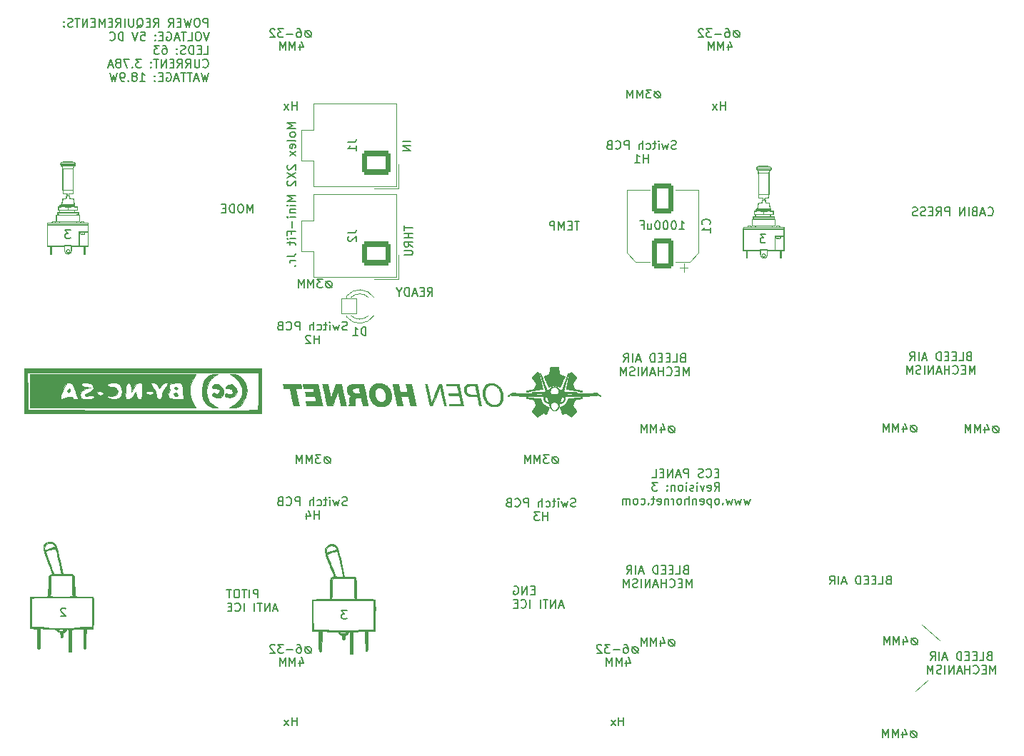
<source format=gbr>
%TF.GenerationSoftware,KiCad,Pcbnew,(6.0.9)*%
%TF.CreationDate,2023-04-01T12:13:22-08:00*%
%TF.ProjectId,ECS PANEL,45435320-5041-44e4-954c-2e6b69636164,3*%
%TF.SameCoordinates,Original*%
%TF.FileFunction,Legend,Bot*%
%TF.FilePolarity,Positive*%
%FSLAX46Y46*%
G04 Gerber Fmt 4.6, Leading zero omitted, Abs format (unit mm)*
G04 Created by KiCad (PCBNEW (6.0.9)) date 2023-04-01 12:13:22*
%MOMM*%
%LPD*%
G01*
G04 APERTURE LIST*
G04 Aperture macros list*
%AMRoundRect*
0 Rectangle with rounded corners*
0 $1 Rounding radius*
0 $2 $3 $4 $5 $6 $7 $8 $9 X,Y pos of 4 corners*
0 Add a 4 corners polygon primitive as box body*
4,1,4,$2,$3,$4,$5,$6,$7,$8,$9,$2,$3,0*
0 Add four circle primitives for the rounded corners*
1,1,$1+$1,$2,$3*
1,1,$1+$1,$4,$5*
1,1,$1+$1,$6,$7*
1,1,$1+$1,$8,$9*
0 Add four rect primitives between the rounded corners*
20,1,$1+$1,$2,$3,$4,$5,0*
20,1,$1+$1,$4,$5,$6,$7,0*
20,1,$1+$1,$6,$7,$8,$9,0*
20,1,$1+$1,$8,$9,$2,$3,0*%
G04 Aperture macros list end*
%ADD10C,0.150000*%
%ADD11C,0.120000*%
%ADD12C,0.010000*%
%ADD13C,0.100000*%
%ADD14C,2.600000*%
%ADD15C,4.400000*%
%ADD16C,12.800000*%
%ADD17C,2.481250*%
%ADD18C,7.640752*%
%ADD19RoundRect,0.300000X1.000000X-1.500000X1.000000X1.500000X-1.000000X1.500000X-1.000000X-1.500000X0*%
%ADD20RoundRect,0.050000X-0.900000X-0.900000X0.900000X-0.900000X0.900000X0.900000X-0.900000X0.900000X0*%
%ADD21C,1.900000*%
%ADD22RoundRect,0.300001X1.399999X-1.099999X1.399999X1.099999X-1.399999X1.099999X-1.399999X-1.099999X0*%
%ADD23O,3.400000X2.800000*%
G04 APERTURE END LIST*
D10*
X166741643Y-123082363D02*
X166551167Y-123082363D01*
X166360691Y-123177601D01*
X166265453Y-123368077D01*
X166265453Y-123558553D01*
X166360691Y-123749029D01*
X166551167Y-123844267D01*
X166741643Y-123844267D01*
X166932119Y-123749029D01*
X167027358Y-123558553D01*
X167027358Y-123368077D01*
X166932119Y-123177601D01*
X166741643Y-123082363D01*
X166265453Y-123082363D02*
X167027358Y-123844267D01*
X165360691Y-123177601D02*
X165360691Y-123844267D01*
X165598786Y-122796648D02*
X165836881Y-123510934D01*
X165217834Y-123510934D01*
X164836881Y-123844267D02*
X164836881Y-122844267D01*
X164503548Y-123558553D01*
X164170215Y-122844267D01*
X164170215Y-123844267D01*
X163694024Y-123844267D02*
X163694024Y-122844267D01*
X163360691Y-123558553D01*
X163027358Y-122844267D01*
X163027358Y-123844267D01*
D11*
X197031358Y-127887687D02*
X195558158Y-129183087D01*
X198479158Y-123214087D02*
X196320158Y-121334487D01*
D10*
X137707158Y-82343467D02*
X138040491Y-81867277D01*
X138278586Y-82343467D02*
X138278586Y-81343467D01*
X137897634Y-81343467D01*
X137802396Y-81391087D01*
X137754777Y-81438706D01*
X137707158Y-81533944D01*
X137707158Y-81676801D01*
X137754777Y-81772039D01*
X137802396Y-81819658D01*
X137897634Y-81867277D01*
X138278586Y-81867277D01*
X137278586Y-81819658D02*
X136945253Y-81819658D01*
X136802396Y-82343467D02*
X137278586Y-82343467D01*
X137278586Y-81343467D01*
X136802396Y-81343467D01*
X136421443Y-82057753D02*
X135945253Y-82057753D01*
X136516681Y-82343467D02*
X136183348Y-81343467D01*
X135850015Y-82343467D01*
X135516681Y-82343467D02*
X135516681Y-81343467D01*
X135278586Y-81343467D01*
X135135729Y-81391087D01*
X135040491Y-81486325D01*
X134992872Y-81581563D01*
X134945253Y-81772039D01*
X134945253Y-81914896D01*
X134992872Y-82105372D01*
X135040491Y-82200610D01*
X135135729Y-82295848D01*
X135278586Y-82343467D01*
X135516681Y-82343467D01*
X134326205Y-81867277D02*
X134326205Y-82343467D01*
X134659538Y-81343467D02*
X134326205Y-81867277D01*
X133992872Y-81343467D01*
X204304872Y-125004658D02*
X204162015Y-125052277D01*
X204114396Y-125099896D01*
X204066777Y-125195134D01*
X204066777Y-125337991D01*
X204114396Y-125433229D01*
X204162015Y-125480848D01*
X204257253Y-125528467D01*
X204638205Y-125528467D01*
X204638205Y-124528467D01*
X204304872Y-124528467D01*
X204209634Y-124576087D01*
X204162015Y-124623706D01*
X204114396Y-124718944D01*
X204114396Y-124814182D01*
X204162015Y-124909420D01*
X204209634Y-124957039D01*
X204304872Y-125004658D01*
X204638205Y-125004658D01*
X203162015Y-125528467D02*
X203638205Y-125528467D01*
X203638205Y-124528467D01*
X202828681Y-125004658D02*
X202495348Y-125004658D01*
X202352491Y-125528467D02*
X202828681Y-125528467D01*
X202828681Y-124528467D01*
X202352491Y-124528467D01*
X201923919Y-125004658D02*
X201590586Y-125004658D01*
X201447729Y-125528467D02*
X201923919Y-125528467D01*
X201923919Y-124528467D01*
X201447729Y-124528467D01*
X201019158Y-125528467D02*
X201019158Y-124528467D01*
X200781062Y-124528467D01*
X200638205Y-124576087D01*
X200542967Y-124671325D01*
X200495348Y-124766563D01*
X200447729Y-124957039D01*
X200447729Y-125099896D01*
X200495348Y-125290372D01*
X200542967Y-125385610D01*
X200638205Y-125480848D01*
X200781062Y-125528467D01*
X201019158Y-125528467D01*
X199304872Y-125242753D02*
X198828681Y-125242753D01*
X199400110Y-125528467D02*
X199066777Y-124528467D01*
X198733443Y-125528467D01*
X198400110Y-125528467D02*
X198400110Y-124528467D01*
X197352491Y-125528467D02*
X197685824Y-125052277D01*
X197923919Y-125528467D02*
X197923919Y-124528467D01*
X197542967Y-124528467D01*
X197447729Y-124576087D01*
X197400110Y-124623706D01*
X197352491Y-124718944D01*
X197352491Y-124861801D01*
X197400110Y-124957039D01*
X197447729Y-125004658D01*
X197542967Y-125052277D01*
X197923919Y-125052277D01*
X205066777Y-127138467D02*
X205066777Y-126138467D01*
X204733443Y-126852753D01*
X204400110Y-126138467D01*
X204400110Y-127138467D01*
X203923919Y-126614658D02*
X203590586Y-126614658D01*
X203447729Y-127138467D02*
X203923919Y-127138467D01*
X203923919Y-126138467D01*
X203447729Y-126138467D01*
X202447729Y-127043229D02*
X202495348Y-127090848D01*
X202638205Y-127138467D01*
X202733443Y-127138467D01*
X202876300Y-127090848D01*
X202971538Y-126995610D01*
X203019158Y-126900372D01*
X203066777Y-126709896D01*
X203066777Y-126567039D01*
X203019158Y-126376563D01*
X202971538Y-126281325D01*
X202876300Y-126186087D01*
X202733443Y-126138467D01*
X202638205Y-126138467D01*
X202495348Y-126186087D01*
X202447729Y-126233706D01*
X202019158Y-127138467D02*
X202019158Y-126138467D01*
X202019158Y-126614658D02*
X201447729Y-126614658D01*
X201447729Y-127138467D02*
X201447729Y-126138467D01*
X201019158Y-126852753D02*
X200542967Y-126852753D01*
X201114396Y-127138467D02*
X200781062Y-126138467D01*
X200447729Y-127138467D01*
X200114396Y-127138467D02*
X200114396Y-126138467D01*
X199542967Y-127138467D01*
X199542967Y-126138467D01*
X199066777Y-127138467D02*
X199066777Y-126138467D01*
X198638205Y-127090848D02*
X198495348Y-127138467D01*
X198257253Y-127138467D01*
X198162015Y-127090848D01*
X198114396Y-127043229D01*
X198066777Y-126947991D01*
X198066777Y-126852753D01*
X198114396Y-126757515D01*
X198162015Y-126709896D01*
X198257253Y-126662277D01*
X198447729Y-126614658D01*
X198542967Y-126567039D01*
X198590586Y-126519420D01*
X198638205Y-126424182D01*
X198638205Y-126328944D01*
X198590586Y-126233706D01*
X198542967Y-126186087D01*
X198447729Y-126138467D01*
X198209634Y-126138467D01*
X198066777Y-126186087D01*
X197638205Y-127138467D02*
X197638205Y-126138467D01*
X197304872Y-126852753D01*
X196971538Y-126138467D01*
X196971538Y-127138467D01*
X128177796Y-86339448D02*
X128034938Y-86387067D01*
X127796843Y-86387067D01*
X127701605Y-86339448D01*
X127653986Y-86291829D01*
X127606367Y-86196591D01*
X127606367Y-86101353D01*
X127653986Y-86006115D01*
X127701605Y-85958496D01*
X127796843Y-85910877D01*
X127987319Y-85863258D01*
X128082558Y-85815639D01*
X128130177Y-85768020D01*
X128177796Y-85672782D01*
X128177796Y-85577544D01*
X128130177Y-85482306D01*
X128082558Y-85434687D01*
X127987319Y-85387067D01*
X127749224Y-85387067D01*
X127606367Y-85434687D01*
X127273034Y-85720401D02*
X127082558Y-86387067D01*
X126892081Y-85910877D01*
X126701605Y-86387067D01*
X126511129Y-85720401D01*
X126130177Y-86387067D02*
X126130177Y-85720401D01*
X126130177Y-85387067D02*
X126177796Y-85434687D01*
X126130177Y-85482306D01*
X126082558Y-85434687D01*
X126130177Y-85387067D01*
X126130177Y-85482306D01*
X125796843Y-85720401D02*
X125415891Y-85720401D01*
X125653986Y-85387067D02*
X125653986Y-86244210D01*
X125606367Y-86339448D01*
X125511129Y-86387067D01*
X125415891Y-86387067D01*
X124653986Y-86339448D02*
X124749224Y-86387067D01*
X124939700Y-86387067D01*
X125034938Y-86339448D01*
X125082558Y-86291829D01*
X125130177Y-86196591D01*
X125130177Y-85910877D01*
X125082558Y-85815639D01*
X125034938Y-85768020D01*
X124939700Y-85720401D01*
X124749224Y-85720401D01*
X124653986Y-85768020D01*
X124225415Y-86387067D02*
X124225415Y-85387067D01*
X123796843Y-86387067D02*
X123796843Y-85863258D01*
X123844462Y-85768020D01*
X123939700Y-85720401D01*
X124082558Y-85720401D01*
X124177796Y-85768020D01*
X124225415Y-85815639D01*
X122558748Y-86387067D02*
X122558748Y-85387067D01*
X122177796Y-85387067D01*
X122082558Y-85434687D01*
X122034938Y-85482306D01*
X121987319Y-85577544D01*
X121987319Y-85720401D01*
X122034938Y-85815639D01*
X122082558Y-85863258D01*
X122177796Y-85910877D01*
X122558748Y-85910877D01*
X120987319Y-86291829D02*
X121034938Y-86339448D01*
X121177796Y-86387067D01*
X121273034Y-86387067D01*
X121415891Y-86339448D01*
X121511129Y-86244210D01*
X121558748Y-86148972D01*
X121606367Y-85958496D01*
X121606367Y-85815639D01*
X121558748Y-85625163D01*
X121511129Y-85529925D01*
X121415891Y-85434687D01*
X121273034Y-85387067D01*
X121177796Y-85387067D01*
X121034938Y-85434687D01*
X120987319Y-85482306D01*
X120225415Y-85863258D02*
X120082558Y-85910877D01*
X120034938Y-85958496D01*
X119987319Y-86053734D01*
X119987319Y-86196591D01*
X120034938Y-86291829D01*
X120082558Y-86339448D01*
X120177796Y-86387067D01*
X120558748Y-86387067D01*
X120558748Y-85387067D01*
X120225415Y-85387067D01*
X120130177Y-85434687D01*
X120082558Y-85482306D01*
X120034938Y-85577544D01*
X120034938Y-85672782D01*
X120082558Y-85768020D01*
X120130177Y-85815639D01*
X120225415Y-85863258D01*
X120558748Y-85863258D01*
X124844462Y-87997067D02*
X124844462Y-86997067D01*
X124844462Y-87473258D02*
X124273034Y-87473258D01*
X124273034Y-87997067D02*
X124273034Y-86997067D01*
X123844462Y-87092306D02*
X123796843Y-87044687D01*
X123701605Y-86997067D01*
X123463510Y-86997067D01*
X123368272Y-87044687D01*
X123320653Y-87092306D01*
X123273034Y-87187544D01*
X123273034Y-87282782D01*
X123320653Y-87425639D01*
X123892081Y-87997067D01*
X123273034Y-87997067D01*
X111671562Y-50423467D02*
X111671562Y-49423467D01*
X111290610Y-49423467D01*
X111195372Y-49471087D01*
X111147753Y-49518706D01*
X111100134Y-49613944D01*
X111100134Y-49756801D01*
X111147753Y-49852039D01*
X111195372Y-49899658D01*
X111290610Y-49947277D01*
X111671562Y-49947277D01*
X110481086Y-49423467D02*
X110290610Y-49423467D01*
X110195372Y-49471087D01*
X110100134Y-49566325D01*
X110052515Y-49756801D01*
X110052515Y-50090134D01*
X110100134Y-50280610D01*
X110195372Y-50375848D01*
X110290610Y-50423467D01*
X110481086Y-50423467D01*
X110576324Y-50375848D01*
X110671562Y-50280610D01*
X110719181Y-50090134D01*
X110719181Y-49756801D01*
X110671562Y-49566325D01*
X110576324Y-49471087D01*
X110481086Y-49423467D01*
X109719181Y-49423467D02*
X109481086Y-50423467D01*
X109290610Y-49709182D01*
X109100134Y-50423467D01*
X108862038Y-49423467D01*
X108481086Y-49899658D02*
X108147753Y-49899658D01*
X108004896Y-50423467D02*
X108481086Y-50423467D01*
X108481086Y-49423467D01*
X108004896Y-49423467D01*
X107004896Y-50423467D02*
X107338229Y-49947277D01*
X107576324Y-50423467D02*
X107576324Y-49423467D01*
X107195372Y-49423467D01*
X107100134Y-49471087D01*
X107052515Y-49518706D01*
X107004896Y-49613944D01*
X107004896Y-49756801D01*
X107052515Y-49852039D01*
X107100134Y-49899658D01*
X107195372Y-49947277D01*
X107576324Y-49947277D01*
X105242991Y-50423467D02*
X105576324Y-49947277D01*
X105814419Y-50423467D02*
X105814419Y-49423467D01*
X105433467Y-49423467D01*
X105338229Y-49471087D01*
X105290610Y-49518706D01*
X105242991Y-49613944D01*
X105242991Y-49756801D01*
X105290610Y-49852039D01*
X105338229Y-49899658D01*
X105433467Y-49947277D01*
X105814419Y-49947277D01*
X104814419Y-49899658D02*
X104481086Y-49899658D01*
X104338229Y-50423467D02*
X104814419Y-50423467D01*
X104814419Y-49423467D01*
X104338229Y-49423467D01*
X103242991Y-50518706D02*
X103338229Y-50471087D01*
X103433467Y-50375848D01*
X103576324Y-50232991D01*
X103671562Y-50185372D01*
X103766800Y-50185372D01*
X103719181Y-50423467D02*
X103814419Y-50375848D01*
X103909658Y-50280610D01*
X103957277Y-50090134D01*
X103957277Y-49756801D01*
X103909658Y-49566325D01*
X103814419Y-49471087D01*
X103719181Y-49423467D01*
X103528705Y-49423467D01*
X103433467Y-49471087D01*
X103338229Y-49566325D01*
X103290610Y-49756801D01*
X103290610Y-50090134D01*
X103338229Y-50280610D01*
X103433467Y-50375848D01*
X103528705Y-50423467D01*
X103719181Y-50423467D01*
X102862038Y-49423467D02*
X102862038Y-50232991D01*
X102814419Y-50328229D01*
X102766800Y-50375848D01*
X102671562Y-50423467D01*
X102481086Y-50423467D01*
X102385848Y-50375848D01*
X102338229Y-50328229D01*
X102290610Y-50232991D01*
X102290610Y-49423467D01*
X101814419Y-50423467D02*
X101814419Y-49423467D01*
X100766800Y-50423467D02*
X101100134Y-49947277D01*
X101338229Y-50423467D02*
X101338229Y-49423467D01*
X100957277Y-49423467D01*
X100862038Y-49471087D01*
X100814419Y-49518706D01*
X100766800Y-49613944D01*
X100766800Y-49756801D01*
X100814419Y-49852039D01*
X100862038Y-49899658D01*
X100957277Y-49947277D01*
X101338229Y-49947277D01*
X100338229Y-49899658D02*
X100004896Y-49899658D01*
X99862038Y-50423467D02*
X100338229Y-50423467D01*
X100338229Y-49423467D01*
X99862038Y-49423467D01*
X99433467Y-50423467D02*
X99433467Y-49423467D01*
X99100134Y-50137753D01*
X98766800Y-49423467D01*
X98766800Y-50423467D01*
X98290610Y-49899658D02*
X97957277Y-49899658D01*
X97814419Y-50423467D02*
X98290610Y-50423467D01*
X98290610Y-49423467D01*
X97814419Y-49423467D01*
X97385848Y-50423467D02*
X97385848Y-49423467D01*
X96814419Y-50423467D01*
X96814419Y-49423467D01*
X96481086Y-49423467D02*
X95909658Y-49423467D01*
X96195372Y-50423467D02*
X96195372Y-49423467D01*
X95623943Y-50375848D02*
X95481086Y-50423467D01*
X95242991Y-50423467D01*
X95147753Y-50375848D01*
X95100134Y-50328229D01*
X95052515Y-50232991D01*
X95052515Y-50137753D01*
X95100134Y-50042515D01*
X95147753Y-49994896D01*
X95242991Y-49947277D01*
X95433467Y-49899658D01*
X95528705Y-49852039D01*
X95576324Y-49804420D01*
X95623943Y-49709182D01*
X95623943Y-49613944D01*
X95576324Y-49518706D01*
X95528705Y-49471087D01*
X95433467Y-49423467D01*
X95195372Y-49423467D01*
X95052515Y-49471087D01*
X94623943Y-50328229D02*
X94576324Y-50375848D01*
X94623943Y-50423467D01*
X94671562Y-50375848D01*
X94623943Y-50328229D01*
X94623943Y-50423467D01*
X94623943Y-49804420D02*
X94576324Y-49852039D01*
X94623943Y-49899658D01*
X94671562Y-49852039D01*
X94623943Y-49804420D01*
X94623943Y-49899658D01*
X111814419Y-51033467D02*
X111481086Y-52033467D01*
X111147753Y-51033467D01*
X110623943Y-51033467D02*
X110433467Y-51033467D01*
X110338229Y-51081087D01*
X110242991Y-51176325D01*
X110195372Y-51366801D01*
X110195372Y-51700134D01*
X110242991Y-51890610D01*
X110338229Y-51985848D01*
X110433467Y-52033467D01*
X110623943Y-52033467D01*
X110719181Y-51985848D01*
X110814419Y-51890610D01*
X110862038Y-51700134D01*
X110862038Y-51366801D01*
X110814419Y-51176325D01*
X110719181Y-51081087D01*
X110623943Y-51033467D01*
X109290610Y-52033467D02*
X109766800Y-52033467D01*
X109766800Y-51033467D01*
X109100134Y-51033467D02*
X108528705Y-51033467D01*
X108814419Y-52033467D02*
X108814419Y-51033467D01*
X108242991Y-51747753D02*
X107766800Y-51747753D01*
X108338229Y-52033467D02*
X108004896Y-51033467D01*
X107671562Y-52033467D01*
X106814419Y-51081087D02*
X106909658Y-51033467D01*
X107052515Y-51033467D01*
X107195372Y-51081087D01*
X107290610Y-51176325D01*
X107338229Y-51271563D01*
X107385848Y-51462039D01*
X107385848Y-51604896D01*
X107338229Y-51795372D01*
X107290610Y-51890610D01*
X107195372Y-51985848D01*
X107052515Y-52033467D01*
X106957277Y-52033467D01*
X106814419Y-51985848D01*
X106766800Y-51938229D01*
X106766800Y-51604896D01*
X106957277Y-51604896D01*
X106338229Y-51509658D02*
X106004896Y-51509658D01*
X105862038Y-52033467D02*
X106338229Y-52033467D01*
X106338229Y-51033467D01*
X105862038Y-51033467D01*
X105433467Y-51938229D02*
X105385848Y-51985848D01*
X105433467Y-52033467D01*
X105481086Y-51985848D01*
X105433467Y-51938229D01*
X105433467Y-52033467D01*
X105433467Y-51414420D02*
X105385848Y-51462039D01*
X105433467Y-51509658D01*
X105481086Y-51462039D01*
X105433467Y-51414420D01*
X105433467Y-51509658D01*
X103719181Y-51033467D02*
X104195372Y-51033467D01*
X104242991Y-51509658D01*
X104195372Y-51462039D01*
X104100134Y-51414420D01*
X103862038Y-51414420D01*
X103766800Y-51462039D01*
X103719181Y-51509658D01*
X103671562Y-51604896D01*
X103671562Y-51842991D01*
X103719181Y-51938229D01*
X103766800Y-51985848D01*
X103862038Y-52033467D01*
X104100134Y-52033467D01*
X104195372Y-51985848D01*
X104242991Y-51938229D01*
X103385848Y-51033467D02*
X103052515Y-52033467D01*
X102719181Y-51033467D01*
X101623943Y-52033467D02*
X101623943Y-51033467D01*
X101385848Y-51033467D01*
X101242991Y-51081087D01*
X101147753Y-51176325D01*
X101100134Y-51271563D01*
X101052515Y-51462039D01*
X101052515Y-51604896D01*
X101100134Y-51795372D01*
X101147753Y-51890610D01*
X101242991Y-51985848D01*
X101385848Y-52033467D01*
X101623943Y-52033467D01*
X100052515Y-51938229D02*
X100100134Y-51985848D01*
X100242991Y-52033467D01*
X100338229Y-52033467D01*
X100481086Y-51985848D01*
X100576324Y-51890610D01*
X100623943Y-51795372D01*
X100671562Y-51604896D01*
X100671562Y-51462039D01*
X100623943Y-51271563D01*
X100576324Y-51176325D01*
X100481086Y-51081087D01*
X100338229Y-51033467D01*
X100242991Y-51033467D01*
X100100134Y-51081087D01*
X100052515Y-51128706D01*
X111195372Y-53643467D02*
X111671562Y-53643467D01*
X111671562Y-52643467D01*
X110862038Y-53119658D02*
X110528705Y-53119658D01*
X110385848Y-53643467D02*
X110862038Y-53643467D01*
X110862038Y-52643467D01*
X110385848Y-52643467D01*
X109957277Y-53643467D02*
X109957277Y-52643467D01*
X109719181Y-52643467D01*
X109576324Y-52691087D01*
X109481086Y-52786325D01*
X109433467Y-52881563D01*
X109385848Y-53072039D01*
X109385848Y-53214896D01*
X109433467Y-53405372D01*
X109481086Y-53500610D01*
X109576324Y-53595848D01*
X109719181Y-53643467D01*
X109957277Y-53643467D01*
X109004896Y-53595848D02*
X108862038Y-53643467D01*
X108623943Y-53643467D01*
X108528705Y-53595848D01*
X108481086Y-53548229D01*
X108433467Y-53452991D01*
X108433467Y-53357753D01*
X108481086Y-53262515D01*
X108528705Y-53214896D01*
X108623943Y-53167277D01*
X108814419Y-53119658D01*
X108909658Y-53072039D01*
X108957277Y-53024420D01*
X109004896Y-52929182D01*
X109004896Y-52833944D01*
X108957277Y-52738706D01*
X108909658Y-52691087D01*
X108814419Y-52643467D01*
X108576324Y-52643467D01*
X108433467Y-52691087D01*
X108004896Y-53548229D02*
X107957277Y-53595848D01*
X108004896Y-53643467D01*
X108052515Y-53595848D01*
X108004896Y-53548229D01*
X108004896Y-53643467D01*
X108004896Y-53024420D02*
X107957277Y-53072039D01*
X108004896Y-53119658D01*
X108052515Y-53072039D01*
X108004896Y-53024420D01*
X108004896Y-53119658D01*
X106338229Y-52643467D02*
X106528705Y-52643467D01*
X106623943Y-52691087D01*
X106671562Y-52738706D01*
X106766800Y-52881563D01*
X106814419Y-53072039D01*
X106814419Y-53452991D01*
X106766800Y-53548229D01*
X106719181Y-53595848D01*
X106623943Y-53643467D01*
X106433467Y-53643467D01*
X106338229Y-53595848D01*
X106290610Y-53548229D01*
X106242991Y-53452991D01*
X106242991Y-53214896D01*
X106290610Y-53119658D01*
X106338229Y-53072039D01*
X106433467Y-53024420D01*
X106623943Y-53024420D01*
X106719181Y-53072039D01*
X106766800Y-53119658D01*
X106814419Y-53214896D01*
X105909658Y-52643467D02*
X105290610Y-52643467D01*
X105623943Y-53024420D01*
X105481086Y-53024420D01*
X105385848Y-53072039D01*
X105338229Y-53119658D01*
X105290610Y-53214896D01*
X105290610Y-53452991D01*
X105338229Y-53548229D01*
X105385848Y-53595848D01*
X105481086Y-53643467D01*
X105766800Y-53643467D01*
X105862038Y-53595848D01*
X105909658Y-53548229D01*
X111100134Y-55158229D02*
X111147753Y-55205848D01*
X111290610Y-55253467D01*
X111385848Y-55253467D01*
X111528705Y-55205848D01*
X111623943Y-55110610D01*
X111671562Y-55015372D01*
X111719181Y-54824896D01*
X111719181Y-54682039D01*
X111671562Y-54491563D01*
X111623943Y-54396325D01*
X111528705Y-54301087D01*
X111385848Y-54253467D01*
X111290610Y-54253467D01*
X111147753Y-54301087D01*
X111100134Y-54348706D01*
X110671562Y-54253467D02*
X110671562Y-55062991D01*
X110623943Y-55158229D01*
X110576324Y-55205848D01*
X110481086Y-55253467D01*
X110290610Y-55253467D01*
X110195372Y-55205848D01*
X110147753Y-55158229D01*
X110100134Y-55062991D01*
X110100134Y-54253467D01*
X109052515Y-55253467D02*
X109385848Y-54777277D01*
X109623943Y-55253467D02*
X109623943Y-54253467D01*
X109242991Y-54253467D01*
X109147753Y-54301087D01*
X109100134Y-54348706D01*
X109052515Y-54443944D01*
X109052515Y-54586801D01*
X109100134Y-54682039D01*
X109147753Y-54729658D01*
X109242991Y-54777277D01*
X109623943Y-54777277D01*
X108052515Y-55253467D02*
X108385848Y-54777277D01*
X108623943Y-55253467D02*
X108623943Y-54253467D01*
X108242991Y-54253467D01*
X108147753Y-54301087D01*
X108100134Y-54348706D01*
X108052515Y-54443944D01*
X108052515Y-54586801D01*
X108100134Y-54682039D01*
X108147753Y-54729658D01*
X108242991Y-54777277D01*
X108623943Y-54777277D01*
X107623943Y-54729658D02*
X107290610Y-54729658D01*
X107147753Y-55253467D02*
X107623943Y-55253467D01*
X107623943Y-54253467D01*
X107147753Y-54253467D01*
X106719181Y-55253467D02*
X106719181Y-54253467D01*
X106147753Y-55253467D01*
X106147753Y-54253467D01*
X105814419Y-54253467D02*
X105242991Y-54253467D01*
X105528705Y-55253467D02*
X105528705Y-54253467D01*
X104909658Y-55158229D02*
X104862038Y-55205848D01*
X104909658Y-55253467D01*
X104957277Y-55205848D01*
X104909658Y-55158229D01*
X104909658Y-55253467D01*
X104909658Y-54634420D02*
X104862038Y-54682039D01*
X104909658Y-54729658D01*
X104957277Y-54682039D01*
X104909658Y-54634420D01*
X104909658Y-54729658D01*
X103766800Y-54253467D02*
X103147753Y-54253467D01*
X103481086Y-54634420D01*
X103338229Y-54634420D01*
X103242991Y-54682039D01*
X103195372Y-54729658D01*
X103147753Y-54824896D01*
X103147753Y-55062991D01*
X103195372Y-55158229D01*
X103242991Y-55205848D01*
X103338229Y-55253467D01*
X103623943Y-55253467D01*
X103719181Y-55205848D01*
X103766800Y-55158229D01*
X102719181Y-55158229D02*
X102671562Y-55205848D01*
X102719181Y-55253467D01*
X102766800Y-55205848D01*
X102719181Y-55158229D01*
X102719181Y-55253467D01*
X102338229Y-54253467D02*
X101671562Y-54253467D01*
X102100134Y-55253467D01*
X101147753Y-54682039D02*
X101242991Y-54634420D01*
X101290610Y-54586801D01*
X101338229Y-54491563D01*
X101338229Y-54443944D01*
X101290610Y-54348706D01*
X101242991Y-54301087D01*
X101147753Y-54253467D01*
X100957277Y-54253467D01*
X100862038Y-54301087D01*
X100814419Y-54348706D01*
X100766800Y-54443944D01*
X100766800Y-54491563D01*
X100814419Y-54586801D01*
X100862038Y-54634420D01*
X100957277Y-54682039D01*
X101147753Y-54682039D01*
X101242991Y-54729658D01*
X101290610Y-54777277D01*
X101338229Y-54872515D01*
X101338229Y-55062991D01*
X101290610Y-55158229D01*
X101242991Y-55205848D01*
X101147753Y-55253467D01*
X100957277Y-55253467D01*
X100862038Y-55205848D01*
X100814419Y-55158229D01*
X100766800Y-55062991D01*
X100766800Y-54872515D01*
X100814419Y-54777277D01*
X100862038Y-54729658D01*
X100957277Y-54682039D01*
X100385848Y-54967753D02*
X99909658Y-54967753D01*
X100481086Y-55253467D02*
X100147753Y-54253467D01*
X99814419Y-55253467D01*
X111766800Y-55863467D02*
X111528705Y-56863467D01*
X111338229Y-56149182D01*
X111147753Y-56863467D01*
X110909658Y-55863467D01*
X110576324Y-56577753D02*
X110100134Y-56577753D01*
X110671562Y-56863467D02*
X110338229Y-55863467D01*
X110004896Y-56863467D01*
X109814419Y-55863467D02*
X109242991Y-55863467D01*
X109528705Y-56863467D02*
X109528705Y-55863467D01*
X109052515Y-55863467D02*
X108481086Y-55863467D01*
X108766800Y-56863467D02*
X108766800Y-55863467D01*
X108195372Y-56577753D02*
X107719181Y-56577753D01*
X108290610Y-56863467D02*
X107957277Y-55863467D01*
X107623943Y-56863467D01*
X106766800Y-55911087D02*
X106862038Y-55863467D01*
X107004896Y-55863467D01*
X107147753Y-55911087D01*
X107242991Y-56006325D01*
X107290610Y-56101563D01*
X107338229Y-56292039D01*
X107338229Y-56434896D01*
X107290610Y-56625372D01*
X107242991Y-56720610D01*
X107147753Y-56815848D01*
X107004896Y-56863467D01*
X106909658Y-56863467D01*
X106766800Y-56815848D01*
X106719181Y-56768229D01*
X106719181Y-56434896D01*
X106909658Y-56434896D01*
X106290610Y-56339658D02*
X105957277Y-56339658D01*
X105814419Y-56863467D02*
X106290610Y-56863467D01*
X106290610Y-55863467D01*
X105814419Y-55863467D01*
X105385848Y-56768229D02*
X105338229Y-56815848D01*
X105385848Y-56863467D01*
X105433467Y-56815848D01*
X105385848Y-56768229D01*
X105385848Y-56863467D01*
X105385848Y-56244420D02*
X105338229Y-56292039D01*
X105385848Y-56339658D01*
X105433467Y-56292039D01*
X105385848Y-56244420D01*
X105385848Y-56339658D01*
X103623943Y-56863467D02*
X104195372Y-56863467D01*
X103909658Y-56863467D02*
X103909658Y-55863467D01*
X104004896Y-56006325D01*
X104100134Y-56101563D01*
X104195372Y-56149182D01*
X103052515Y-56292039D02*
X103147753Y-56244420D01*
X103195372Y-56196801D01*
X103242991Y-56101563D01*
X103242991Y-56053944D01*
X103195372Y-55958706D01*
X103147753Y-55911087D01*
X103052515Y-55863467D01*
X102862038Y-55863467D01*
X102766800Y-55911087D01*
X102719181Y-55958706D01*
X102671562Y-56053944D01*
X102671562Y-56101563D01*
X102719181Y-56196801D01*
X102766800Y-56244420D01*
X102862038Y-56292039D01*
X103052515Y-56292039D01*
X103147753Y-56339658D01*
X103195372Y-56387277D01*
X103242991Y-56482515D01*
X103242991Y-56672991D01*
X103195372Y-56768229D01*
X103147753Y-56815848D01*
X103052515Y-56863467D01*
X102862038Y-56863467D01*
X102766800Y-56815848D01*
X102719181Y-56768229D01*
X102671562Y-56672991D01*
X102671562Y-56482515D01*
X102719181Y-56387277D01*
X102766800Y-56339658D01*
X102862038Y-56292039D01*
X102242991Y-56768229D02*
X102195372Y-56815848D01*
X102242991Y-56863467D01*
X102290610Y-56815848D01*
X102242991Y-56768229D01*
X102242991Y-56863467D01*
X101719181Y-56863467D02*
X101528705Y-56863467D01*
X101433467Y-56815848D01*
X101385848Y-56768229D01*
X101290610Y-56625372D01*
X101242991Y-56434896D01*
X101242991Y-56053944D01*
X101290610Y-55958706D01*
X101338229Y-55911087D01*
X101433467Y-55863467D01*
X101623943Y-55863467D01*
X101719181Y-55911087D01*
X101766800Y-55958706D01*
X101814419Y-56053944D01*
X101814419Y-56292039D01*
X101766800Y-56387277D01*
X101719181Y-56434896D01*
X101623943Y-56482515D01*
X101433467Y-56482515D01*
X101338229Y-56434896D01*
X101290610Y-56387277D01*
X101242991Y-56292039D01*
X100909658Y-55863467D02*
X100671562Y-56863467D01*
X100481086Y-56149182D01*
X100290610Y-56863467D01*
X100052515Y-55863467D01*
X205171843Y-97783963D02*
X204981367Y-97783963D01*
X204790891Y-97879201D01*
X204695653Y-98069677D01*
X204695653Y-98260153D01*
X204790891Y-98450629D01*
X204981367Y-98545867D01*
X205171843Y-98545867D01*
X205362319Y-98450629D01*
X205457558Y-98260153D01*
X205457558Y-98069677D01*
X205362319Y-97879201D01*
X205171843Y-97783963D01*
X204695653Y-97783963D02*
X205457558Y-98545867D01*
X203790891Y-97879201D02*
X203790891Y-98545867D01*
X204028986Y-97498248D02*
X204267081Y-98212534D01*
X203648034Y-98212534D01*
X203267081Y-98545867D02*
X203267081Y-97545867D01*
X202933748Y-98260153D01*
X202600415Y-97545867D01*
X202600415Y-98545867D01*
X202124224Y-98545867D02*
X202124224Y-97545867D01*
X201790891Y-98260153D01*
X201457558Y-97545867D01*
X201457558Y-98545867D01*
X126121443Y-80581563D02*
X125930967Y-80581563D01*
X125740491Y-80676801D01*
X125645253Y-80867277D01*
X125645253Y-81057753D01*
X125740491Y-81248229D01*
X125930967Y-81343467D01*
X126121443Y-81343467D01*
X126311919Y-81248229D01*
X126407158Y-81057753D01*
X126407158Y-80867277D01*
X126311919Y-80676801D01*
X126121443Y-80581563D01*
X125645253Y-80581563D02*
X126407158Y-81343467D01*
X125264300Y-80343467D02*
X124645253Y-80343467D01*
X124978586Y-80724420D01*
X124835729Y-80724420D01*
X124740491Y-80772039D01*
X124692872Y-80819658D01*
X124645253Y-80914896D01*
X124645253Y-81152991D01*
X124692872Y-81248229D01*
X124740491Y-81295848D01*
X124835729Y-81343467D01*
X125121443Y-81343467D01*
X125216681Y-81295848D01*
X125264300Y-81248229D01*
X124216681Y-81343467D02*
X124216681Y-80343467D01*
X123883348Y-81057753D01*
X123550015Y-80343467D01*
X123550015Y-81343467D01*
X123073824Y-81343467D02*
X123073824Y-80343467D01*
X122740491Y-81057753D01*
X122407158Y-80343467D01*
X122407158Y-81343467D01*
X155279596Y-107294448D02*
X155136738Y-107342067D01*
X154898643Y-107342067D01*
X154803405Y-107294448D01*
X154755786Y-107246829D01*
X154708167Y-107151591D01*
X154708167Y-107056353D01*
X154755786Y-106961115D01*
X154803405Y-106913496D01*
X154898643Y-106865877D01*
X155089119Y-106818258D01*
X155184358Y-106770639D01*
X155231977Y-106723020D01*
X155279596Y-106627782D01*
X155279596Y-106532544D01*
X155231977Y-106437306D01*
X155184358Y-106389687D01*
X155089119Y-106342067D01*
X154851024Y-106342067D01*
X154708167Y-106389687D01*
X154374834Y-106675401D02*
X154184358Y-107342067D01*
X153993881Y-106865877D01*
X153803405Y-107342067D01*
X153612929Y-106675401D01*
X153231977Y-107342067D02*
X153231977Y-106675401D01*
X153231977Y-106342067D02*
X153279596Y-106389687D01*
X153231977Y-106437306D01*
X153184358Y-106389687D01*
X153231977Y-106342067D01*
X153231977Y-106437306D01*
X152898643Y-106675401D02*
X152517691Y-106675401D01*
X152755786Y-106342067D02*
X152755786Y-107199210D01*
X152708167Y-107294448D01*
X152612929Y-107342067D01*
X152517691Y-107342067D01*
X151755786Y-107294448D02*
X151851024Y-107342067D01*
X152041500Y-107342067D01*
X152136738Y-107294448D01*
X152184358Y-107246829D01*
X152231977Y-107151591D01*
X152231977Y-106865877D01*
X152184358Y-106770639D01*
X152136738Y-106723020D01*
X152041500Y-106675401D01*
X151851024Y-106675401D01*
X151755786Y-106723020D01*
X151327215Y-107342067D02*
X151327215Y-106342067D01*
X150898643Y-107342067D02*
X150898643Y-106818258D01*
X150946262Y-106723020D01*
X151041500Y-106675401D01*
X151184358Y-106675401D01*
X151279596Y-106723020D01*
X151327215Y-106770639D01*
X149660548Y-107342067D02*
X149660548Y-106342067D01*
X149279596Y-106342067D01*
X149184358Y-106389687D01*
X149136738Y-106437306D01*
X149089119Y-106532544D01*
X149089119Y-106675401D01*
X149136738Y-106770639D01*
X149184358Y-106818258D01*
X149279596Y-106865877D01*
X149660548Y-106865877D01*
X148089119Y-107246829D02*
X148136738Y-107294448D01*
X148279596Y-107342067D01*
X148374834Y-107342067D01*
X148517691Y-107294448D01*
X148612929Y-107199210D01*
X148660548Y-107103972D01*
X148708167Y-106913496D01*
X148708167Y-106770639D01*
X148660548Y-106580163D01*
X148612929Y-106484925D01*
X148517691Y-106389687D01*
X148374834Y-106342067D01*
X148279596Y-106342067D01*
X148136738Y-106389687D01*
X148089119Y-106437306D01*
X147327215Y-106818258D02*
X147184358Y-106865877D01*
X147136738Y-106913496D01*
X147089119Y-107008734D01*
X147089119Y-107151591D01*
X147136738Y-107246829D01*
X147184358Y-107294448D01*
X147279596Y-107342067D01*
X147660548Y-107342067D01*
X147660548Y-106342067D01*
X147327215Y-106342067D01*
X147231977Y-106389687D01*
X147184358Y-106437306D01*
X147136738Y-106532544D01*
X147136738Y-106627782D01*
X147184358Y-106723020D01*
X147231977Y-106770639D01*
X147327215Y-106818258D01*
X147660548Y-106818258D01*
X151946262Y-108952067D02*
X151946262Y-107952067D01*
X151946262Y-108428258D02*
X151374834Y-108428258D01*
X151374834Y-108952067D02*
X151374834Y-107952067D01*
X150993881Y-107952067D02*
X150374834Y-107952067D01*
X150708167Y-108333020D01*
X150565310Y-108333020D01*
X150470072Y-108380639D01*
X150422453Y-108428258D01*
X150374834Y-108523496D01*
X150374834Y-108761591D01*
X150422453Y-108856829D01*
X150470072Y-108904448D01*
X150565310Y-108952067D01*
X150851024Y-108952067D01*
X150946262Y-108904448D01*
X150993881Y-108856829D01*
X116976681Y-72460067D02*
X116976681Y-71460067D01*
X116643348Y-72174353D01*
X116310015Y-71460067D01*
X116310015Y-72460067D01*
X115643348Y-71460067D02*
X115452872Y-71460067D01*
X115357634Y-71507687D01*
X115262396Y-71602925D01*
X115214777Y-71793401D01*
X115214777Y-72126734D01*
X115262396Y-72317210D01*
X115357634Y-72412448D01*
X115452872Y-72460067D01*
X115643348Y-72460067D01*
X115738586Y-72412448D01*
X115833824Y-72317210D01*
X115881443Y-72126734D01*
X115881443Y-71793401D01*
X115833824Y-71602925D01*
X115738586Y-71507687D01*
X115643348Y-71460067D01*
X114786205Y-72460067D02*
X114786205Y-71460067D01*
X114548110Y-71460067D01*
X114405253Y-71507687D01*
X114310015Y-71602925D01*
X114262396Y-71698163D01*
X114214777Y-71888639D01*
X114214777Y-72031496D01*
X114262396Y-72221972D01*
X114310015Y-72317210D01*
X114405253Y-72412448D01*
X114548110Y-72460067D01*
X114786205Y-72460067D01*
X113786205Y-71936258D02*
X113452872Y-71936258D01*
X113310015Y-72460067D02*
X113786205Y-72460067D01*
X113786205Y-71460067D01*
X113310015Y-71460067D01*
X134959538Y-73982753D02*
X134959538Y-74554182D01*
X135959538Y-74268467D02*
X134959538Y-74268467D01*
X135959538Y-74887515D02*
X134959538Y-74887515D01*
X135435729Y-74887515D02*
X135435729Y-75458944D01*
X135959538Y-75458944D02*
X134959538Y-75458944D01*
X135959538Y-76506563D02*
X135483348Y-76173229D01*
X135959538Y-75935134D02*
X134959538Y-75935134D01*
X134959538Y-76316087D01*
X135007158Y-76411325D01*
X135054777Y-76458944D01*
X135150015Y-76506563D01*
X135292872Y-76506563D01*
X135388110Y-76458944D01*
X135435729Y-76411325D01*
X135483348Y-76316087D01*
X135483348Y-75935134D01*
X134959538Y-76935134D02*
X135769062Y-76935134D01*
X135864300Y-76982753D01*
X135911919Y-77030372D01*
X135959538Y-77125610D01*
X135959538Y-77316087D01*
X135911919Y-77411325D01*
X135864300Y-77458944D01*
X135769062Y-77506563D01*
X134959538Y-77506563D01*
X168287672Y-114768458D02*
X168144815Y-114816077D01*
X168097196Y-114863696D01*
X168049577Y-114958934D01*
X168049577Y-115101791D01*
X168097196Y-115197029D01*
X168144815Y-115244648D01*
X168240053Y-115292267D01*
X168621005Y-115292267D01*
X168621005Y-114292267D01*
X168287672Y-114292267D01*
X168192434Y-114339887D01*
X168144815Y-114387506D01*
X168097196Y-114482744D01*
X168097196Y-114577982D01*
X168144815Y-114673220D01*
X168192434Y-114720839D01*
X168287672Y-114768458D01*
X168621005Y-114768458D01*
X167144815Y-115292267D02*
X167621005Y-115292267D01*
X167621005Y-114292267D01*
X166811481Y-114768458D02*
X166478148Y-114768458D01*
X166335291Y-115292267D02*
X166811481Y-115292267D01*
X166811481Y-114292267D01*
X166335291Y-114292267D01*
X165906719Y-114768458D02*
X165573386Y-114768458D01*
X165430529Y-115292267D02*
X165906719Y-115292267D01*
X165906719Y-114292267D01*
X165430529Y-114292267D01*
X165001958Y-115292267D02*
X165001958Y-114292267D01*
X164763862Y-114292267D01*
X164621005Y-114339887D01*
X164525767Y-114435125D01*
X164478148Y-114530363D01*
X164430529Y-114720839D01*
X164430529Y-114863696D01*
X164478148Y-115054172D01*
X164525767Y-115149410D01*
X164621005Y-115244648D01*
X164763862Y-115292267D01*
X165001958Y-115292267D01*
X163287672Y-115006553D02*
X162811481Y-115006553D01*
X163382910Y-115292267D02*
X163049577Y-114292267D01*
X162716243Y-115292267D01*
X162382910Y-115292267D02*
X162382910Y-114292267D01*
X161335291Y-115292267D02*
X161668624Y-114816077D01*
X161906719Y-115292267D02*
X161906719Y-114292267D01*
X161525767Y-114292267D01*
X161430529Y-114339887D01*
X161382910Y-114387506D01*
X161335291Y-114482744D01*
X161335291Y-114625601D01*
X161382910Y-114720839D01*
X161430529Y-114768458D01*
X161525767Y-114816077D01*
X161906719Y-114816077D01*
X169049577Y-116902267D02*
X169049577Y-115902267D01*
X168716243Y-116616553D01*
X168382910Y-115902267D01*
X168382910Y-116902267D01*
X167906719Y-116378458D02*
X167573386Y-116378458D01*
X167430529Y-116902267D02*
X167906719Y-116902267D01*
X167906719Y-115902267D01*
X167430529Y-115902267D01*
X166430529Y-116807029D02*
X166478148Y-116854648D01*
X166621005Y-116902267D01*
X166716243Y-116902267D01*
X166859100Y-116854648D01*
X166954338Y-116759410D01*
X167001958Y-116664172D01*
X167049577Y-116473696D01*
X167049577Y-116330839D01*
X167001958Y-116140363D01*
X166954338Y-116045125D01*
X166859100Y-115949887D01*
X166716243Y-115902267D01*
X166621005Y-115902267D01*
X166478148Y-115949887D01*
X166430529Y-115997506D01*
X166001958Y-116902267D02*
X166001958Y-115902267D01*
X166001958Y-116378458D02*
X165430529Y-116378458D01*
X165430529Y-116902267D02*
X165430529Y-115902267D01*
X165001958Y-116616553D02*
X164525767Y-116616553D01*
X165097196Y-116902267D02*
X164763862Y-115902267D01*
X164430529Y-116902267D01*
X164097196Y-116902267D02*
X164097196Y-115902267D01*
X163525767Y-116902267D01*
X163525767Y-115902267D01*
X163049577Y-116902267D02*
X163049577Y-115902267D01*
X162621005Y-116854648D02*
X162478148Y-116902267D01*
X162240053Y-116902267D01*
X162144815Y-116854648D01*
X162097196Y-116807029D01*
X162049577Y-116711791D01*
X162049577Y-116616553D01*
X162097196Y-116521315D01*
X162144815Y-116473696D01*
X162240053Y-116426077D01*
X162430529Y-116378458D01*
X162525767Y-116330839D01*
X162573386Y-116283220D01*
X162621005Y-116187982D01*
X162621005Y-116092744D01*
X162573386Y-115997506D01*
X162525767Y-115949887D01*
X162430529Y-115902267D01*
X162192434Y-115902267D01*
X162049577Y-115949887D01*
X161621005Y-116902267D02*
X161621005Y-115902267D01*
X161287672Y-116616553D01*
X160954338Y-115902267D01*
X160954338Y-116902267D01*
X204169824Y-72720429D02*
X204217443Y-72768048D01*
X204360300Y-72815667D01*
X204455538Y-72815667D01*
X204598396Y-72768048D01*
X204693634Y-72672810D01*
X204741253Y-72577572D01*
X204788872Y-72387096D01*
X204788872Y-72244239D01*
X204741253Y-72053763D01*
X204693634Y-71958525D01*
X204598396Y-71863287D01*
X204455538Y-71815667D01*
X204360300Y-71815667D01*
X204217443Y-71863287D01*
X204169824Y-71910906D01*
X203788872Y-72529953D02*
X203312681Y-72529953D01*
X203884110Y-72815667D02*
X203550777Y-71815667D01*
X203217443Y-72815667D01*
X202550777Y-72291858D02*
X202407919Y-72339477D01*
X202360300Y-72387096D01*
X202312681Y-72482334D01*
X202312681Y-72625191D01*
X202360300Y-72720429D01*
X202407919Y-72768048D01*
X202503158Y-72815667D01*
X202884110Y-72815667D01*
X202884110Y-71815667D01*
X202550777Y-71815667D01*
X202455538Y-71863287D01*
X202407919Y-71910906D01*
X202360300Y-72006144D01*
X202360300Y-72101382D01*
X202407919Y-72196620D01*
X202455538Y-72244239D01*
X202550777Y-72291858D01*
X202884110Y-72291858D01*
X201884110Y-72815667D02*
X201884110Y-71815667D01*
X201407919Y-72815667D02*
X201407919Y-71815667D01*
X200836491Y-72815667D01*
X200836491Y-71815667D01*
X199598396Y-72815667D02*
X199598396Y-71815667D01*
X199217443Y-71815667D01*
X199122205Y-71863287D01*
X199074586Y-71910906D01*
X199026967Y-72006144D01*
X199026967Y-72149001D01*
X199074586Y-72244239D01*
X199122205Y-72291858D01*
X199217443Y-72339477D01*
X199598396Y-72339477D01*
X198026967Y-72815667D02*
X198360300Y-72339477D01*
X198598396Y-72815667D02*
X198598396Y-71815667D01*
X198217443Y-71815667D01*
X198122205Y-71863287D01*
X198074586Y-71910906D01*
X198026967Y-72006144D01*
X198026967Y-72149001D01*
X198074586Y-72244239D01*
X198122205Y-72291858D01*
X198217443Y-72339477D01*
X198598396Y-72339477D01*
X197598396Y-72291858D02*
X197265062Y-72291858D01*
X197122205Y-72815667D02*
X197598396Y-72815667D01*
X197598396Y-71815667D01*
X197122205Y-71815667D01*
X196741253Y-72768048D02*
X196598396Y-72815667D01*
X196360300Y-72815667D01*
X196265062Y-72768048D01*
X196217443Y-72720429D01*
X196169824Y-72625191D01*
X196169824Y-72529953D01*
X196217443Y-72434715D01*
X196265062Y-72387096D01*
X196360300Y-72339477D01*
X196550777Y-72291858D01*
X196646015Y-72244239D01*
X196693634Y-72196620D01*
X196741253Y-72101382D01*
X196741253Y-72006144D01*
X196693634Y-71910906D01*
X196646015Y-71863287D01*
X196550777Y-71815667D01*
X196312681Y-71815667D01*
X196169824Y-71863287D01*
X195788872Y-72768048D02*
X195646015Y-72815667D01*
X195407919Y-72815667D01*
X195312681Y-72768048D01*
X195265062Y-72720429D01*
X195217443Y-72625191D01*
X195217443Y-72529953D01*
X195265062Y-72434715D01*
X195312681Y-72387096D01*
X195407919Y-72339477D01*
X195598396Y-72291858D01*
X195693634Y-72244239D01*
X195741253Y-72196620D01*
X195788872Y-72101382D01*
X195788872Y-72006144D01*
X195741253Y-71910906D01*
X195693634Y-71863287D01*
X195598396Y-71815667D01*
X195360300Y-71815667D01*
X195217443Y-71863287D01*
X128140491Y-119643467D02*
X127521443Y-119643467D01*
X127854777Y-120024420D01*
X127711919Y-120024420D01*
X127616681Y-120072039D01*
X127569062Y-120119658D01*
X127521443Y-120214896D01*
X127521443Y-120452991D01*
X127569062Y-120548229D01*
X127616681Y-120595848D01*
X127711919Y-120643467D01*
X127997634Y-120643467D01*
X128092872Y-120595848D01*
X128140491Y-120548229D01*
X155711681Y-73492067D02*
X155140253Y-73492067D01*
X155425967Y-74492067D02*
X155425967Y-73492067D01*
X154806919Y-73968258D02*
X154473586Y-73968258D01*
X154330729Y-74492067D02*
X154806919Y-74492067D01*
X154806919Y-73492067D01*
X154330729Y-73492067D01*
X153902158Y-74492067D02*
X153902158Y-73492067D01*
X153568824Y-74206353D01*
X153235491Y-73492067D01*
X153235491Y-74492067D01*
X152759300Y-74492067D02*
X152759300Y-73492067D01*
X152378348Y-73492067D01*
X152283110Y-73539687D01*
X152235491Y-73587306D01*
X152187872Y-73682544D01*
X152187872Y-73825401D01*
X152235491Y-73920639D01*
X152283110Y-73968258D01*
X152378348Y-74015877D01*
X152759300Y-74015877D01*
X165090643Y-58109163D02*
X164900167Y-58109163D01*
X164709691Y-58204401D01*
X164614453Y-58394877D01*
X164614453Y-58585353D01*
X164709691Y-58775829D01*
X164900167Y-58871067D01*
X165090643Y-58871067D01*
X165281119Y-58775829D01*
X165376358Y-58585353D01*
X165376358Y-58394877D01*
X165281119Y-58204401D01*
X165090643Y-58109163D01*
X164614453Y-58109163D02*
X165376358Y-58871067D01*
X164233500Y-57871067D02*
X163614453Y-57871067D01*
X163947786Y-58252020D01*
X163804929Y-58252020D01*
X163709691Y-58299639D01*
X163662072Y-58347258D01*
X163614453Y-58442496D01*
X163614453Y-58680591D01*
X163662072Y-58775829D01*
X163709691Y-58823448D01*
X163804929Y-58871067D01*
X164090643Y-58871067D01*
X164185881Y-58823448D01*
X164233500Y-58775829D01*
X163185881Y-58871067D02*
X163185881Y-57871067D01*
X162852548Y-58585353D01*
X162519215Y-57871067D01*
X162519215Y-58871067D01*
X162043024Y-58871067D02*
X162043024Y-57871067D01*
X161709691Y-58585353D01*
X161376358Y-57871067D01*
X161376358Y-58871067D01*
X195418243Y-133928163D02*
X195227767Y-133928163D01*
X195037291Y-134023401D01*
X194942053Y-134213877D01*
X194942053Y-134404353D01*
X195037291Y-134594829D01*
X195227767Y-134690067D01*
X195418243Y-134690067D01*
X195608719Y-134594829D01*
X195703958Y-134404353D01*
X195703958Y-134213877D01*
X195608719Y-134023401D01*
X195418243Y-133928163D01*
X194942053Y-133928163D02*
X195703958Y-134690067D01*
X194037291Y-134023401D02*
X194037291Y-134690067D01*
X194275386Y-133642448D02*
X194513481Y-134356734D01*
X193894434Y-134356734D01*
X193513481Y-134690067D02*
X193513481Y-133690067D01*
X193180148Y-134404353D01*
X192846815Y-133690067D01*
X192846815Y-134690067D01*
X192370624Y-134690067D02*
X192370624Y-133690067D01*
X192037291Y-134404353D01*
X191703958Y-133690067D01*
X191703958Y-134690067D01*
X150418943Y-117214658D02*
X150085610Y-117214658D01*
X149942753Y-117738467D02*
X150418943Y-117738467D01*
X150418943Y-116738467D01*
X149942753Y-116738467D01*
X149514181Y-117738467D02*
X149514181Y-116738467D01*
X148942753Y-117738467D01*
X148942753Y-116738467D01*
X147942753Y-116786087D02*
X148037991Y-116738467D01*
X148180848Y-116738467D01*
X148323705Y-116786087D01*
X148418943Y-116881325D01*
X148466562Y-116976563D01*
X148514181Y-117167039D01*
X148514181Y-117309896D01*
X148466562Y-117500372D01*
X148418943Y-117595610D01*
X148323705Y-117690848D01*
X148180848Y-117738467D01*
X148085610Y-117738467D01*
X147942753Y-117690848D01*
X147895134Y-117643229D01*
X147895134Y-117309896D01*
X148085610Y-117309896D01*
X153799896Y-119062753D02*
X153323705Y-119062753D01*
X153895134Y-119348467D02*
X153561800Y-118348467D01*
X153228467Y-119348467D01*
X152895134Y-119348467D02*
X152895134Y-118348467D01*
X152323705Y-119348467D01*
X152323705Y-118348467D01*
X151990372Y-118348467D02*
X151418943Y-118348467D01*
X151704658Y-119348467D02*
X151704658Y-118348467D01*
X151085610Y-119348467D02*
X151085610Y-118348467D01*
X149847515Y-119348467D02*
X149847515Y-118348467D01*
X148799896Y-119253229D02*
X148847515Y-119300848D01*
X148990372Y-119348467D01*
X149085610Y-119348467D01*
X149228467Y-119300848D01*
X149323705Y-119205610D01*
X149371324Y-119110372D01*
X149418943Y-118919896D01*
X149418943Y-118777039D01*
X149371324Y-118586563D01*
X149323705Y-118491325D01*
X149228467Y-118396087D01*
X149085610Y-118348467D01*
X148990372Y-118348467D01*
X148847515Y-118396087D01*
X148799896Y-118443706D01*
X148371324Y-118824658D02*
X148037991Y-118824658D01*
X147895134Y-119348467D02*
X148371324Y-119348467D01*
X148371324Y-118348467D01*
X147895134Y-118348467D01*
X172235510Y-103321058D02*
X171902177Y-103321058D01*
X171759319Y-103844867D02*
X172235510Y-103844867D01*
X172235510Y-102844867D01*
X171759319Y-102844867D01*
X170759319Y-103749629D02*
X170806938Y-103797248D01*
X170949796Y-103844867D01*
X171045034Y-103844867D01*
X171187891Y-103797248D01*
X171283129Y-103702010D01*
X171330748Y-103606772D01*
X171378367Y-103416296D01*
X171378367Y-103273439D01*
X171330748Y-103082963D01*
X171283129Y-102987725D01*
X171187891Y-102892487D01*
X171045034Y-102844867D01*
X170949796Y-102844867D01*
X170806938Y-102892487D01*
X170759319Y-102940106D01*
X170378367Y-103797248D02*
X170235510Y-103844867D01*
X169997415Y-103844867D01*
X169902177Y-103797248D01*
X169854558Y-103749629D01*
X169806938Y-103654391D01*
X169806938Y-103559153D01*
X169854558Y-103463915D01*
X169902177Y-103416296D01*
X169997415Y-103368677D01*
X170187891Y-103321058D01*
X170283129Y-103273439D01*
X170330748Y-103225820D01*
X170378367Y-103130582D01*
X170378367Y-103035344D01*
X170330748Y-102940106D01*
X170283129Y-102892487D01*
X170187891Y-102844867D01*
X169949796Y-102844867D01*
X169806938Y-102892487D01*
X168616462Y-103844867D02*
X168616462Y-102844867D01*
X168235510Y-102844867D01*
X168140272Y-102892487D01*
X168092653Y-102940106D01*
X168045034Y-103035344D01*
X168045034Y-103178201D01*
X168092653Y-103273439D01*
X168140272Y-103321058D01*
X168235510Y-103368677D01*
X168616462Y-103368677D01*
X167664081Y-103559153D02*
X167187891Y-103559153D01*
X167759319Y-103844867D02*
X167425986Y-102844867D01*
X167092653Y-103844867D01*
X166759319Y-103844867D02*
X166759319Y-102844867D01*
X166187891Y-103844867D01*
X166187891Y-102844867D01*
X165711700Y-103321058D02*
X165378367Y-103321058D01*
X165235510Y-103844867D02*
X165711700Y-103844867D01*
X165711700Y-102844867D01*
X165235510Y-102844867D01*
X164330748Y-103844867D02*
X164806938Y-103844867D01*
X164806938Y-102844867D01*
X171735510Y-105454867D02*
X172068843Y-104978677D01*
X172306938Y-105454867D02*
X172306938Y-104454867D01*
X171925986Y-104454867D01*
X171830748Y-104502487D01*
X171783129Y-104550106D01*
X171735510Y-104645344D01*
X171735510Y-104788201D01*
X171783129Y-104883439D01*
X171830748Y-104931058D01*
X171925986Y-104978677D01*
X172306938Y-104978677D01*
X170925986Y-105407248D02*
X171021224Y-105454867D01*
X171211700Y-105454867D01*
X171306938Y-105407248D01*
X171354558Y-105312010D01*
X171354558Y-104931058D01*
X171306938Y-104835820D01*
X171211700Y-104788201D01*
X171021224Y-104788201D01*
X170925986Y-104835820D01*
X170878367Y-104931058D01*
X170878367Y-105026296D01*
X171354558Y-105121534D01*
X170545034Y-104788201D02*
X170306938Y-105454867D01*
X170068843Y-104788201D01*
X169687891Y-105454867D02*
X169687891Y-104788201D01*
X169687891Y-104454867D02*
X169735510Y-104502487D01*
X169687891Y-104550106D01*
X169640272Y-104502487D01*
X169687891Y-104454867D01*
X169687891Y-104550106D01*
X169259319Y-105407248D02*
X169164081Y-105454867D01*
X168973605Y-105454867D01*
X168878367Y-105407248D01*
X168830748Y-105312010D01*
X168830748Y-105264391D01*
X168878367Y-105169153D01*
X168973605Y-105121534D01*
X169116462Y-105121534D01*
X169211700Y-105073915D01*
X169259319Y-104978677D01*
X169259319Y-104931058D01*
X169211700Y-104835820D01*
X169116462Y-104788201D01*
X168973605Y-104788201D01*
X168878367Y-104835820D01*
X168402177Y-105454867D02*
X168402177Y-104788201D01*
X168402177Y-104454867D02*
X168449796Y-104502487D01*
X168402177Y-104550106D01*
X168354558Y-104502487D01*
X168402177Y-104454867D01*
X168402177Y-104550106D01*
X167783129Y-105454867D02*
X167878367Y-105407248D01*
X167925986Y-105359629D01*
X167973605Y-105264391D01*
X167973605Y-104978677D01*
X167925986Y-104883439D01*
X167878367Y-104835820D01*
X167783129Y-104788201D01*
X167640272Y-104788201D01*
X167545034Y-104835820D01*
X167497415Y-104883439D01*
X167449796Y-104978677D01*
X167449796Y-105264391D01*
X167497415Y-105359629D01*
X167545034Y-105407248D01*
X167640272Y-105454867D01*
X167783129Y-105454867D01*
X167021224Y-104788201D02*
X167021224Y-105454867D01*
X167021224Y-104883439D02*
X166973605Y-104835820D01*
X166878367Y-104788201D01*
X166735510Y-104788201D01*
X166640272Y-104835820D01*
X166592653Y-104931058D01*
X166592653Y-105454867D01*
X166116462Y-105359629D02*
X166068843Y-105407248D01*
X166116462Y-105454867D01*
X166164081Y-105407248D01*
X166116462Y-105359629D01*
X166116462Y-105454867D01*
X166116462Y-104835820D02*
X166068843Y-104883439D01*
X166116462Y-104931058D01*
X166164081Y-104883439D01*
X166116462Y-104835820D01*
X166116462Y-104931058D01*
X164973605Y-104454867D02*
X164354558Y-104454867D01*
X164687891Y-104835820D01*
X164545034Y-104835820D01*
X164449796Y-104883439D01*
X164402177Y-104931058D01*
X164354558Y-105026296D01*
X164354558Y-105264391D01*
X164402177Y-105359629D01*
X164449796Y-105407248D01*
X164545034Y-105454867D01*
X164830748Y-105454867D01*
X164925986Y-105407248D01*
X164973605Y-105359629D01*
X175973605Y-106398201D02*
X175783129Y-107064867D01*
X175592653Y-106588677D01*
X175402177Y-107064867D01*
X175211700Y-106398201D01*
X174925986Y-106398201D02*
X174735510Y-107064867D01*
X174545034Y-106588677D01*
X174354558Y-107064867D01*
X174164081Y-106398201D01*
X173878367Y-106398201D02*
X173687891Y-107064867D01*
X173497415Y-106588677D01*
X173306938Y-107064867D01*
X173116462Y-106398201D01*
X172735510Y-106969629D02*
X172687891Y-107017248D01*
X172735510Y-107064867D01*
X172783129Y-107017248D01*
X172735510Y-106969629D01*
X172735510Y-107064867D01*
X172116462Y-107064867D02*
X172211700Y-107017248D01*
X172259319Y-106969629D01*
X172306938Y-106874391D01*
X172306938Y-106588677D01*
X172259319Y-106493439D01*
X172211700Y-106445820D01*
X172116462Y-106398201D01*
X171973605Y-106398201D01*
X171878367Y-106445820D01*
X171830748Y-106493439D01*
X171783129Y-106588677D01*
X171783129Y-106874391D01*
X171830748Y-106969629D01*
X171878367Y-107017248D01*
X171973605Y-107064867D01*
X172116462Y-107064867D01*
X171354558Y-106398201D02*
X171354558Y-107398201D01*
X171354558Y-106445820D02*
X171259319Y-106398201D01*
X171068843Y-106398201D01*
X170973605Y-106445820D01*
X170925986Y-106493439D01*
X170878367Y-106588677D01*
X170878367Y-106874391D01*
X170925986Y-106969629D01*
X170973605Y-107017248D01*
X171068843Y-107064867D01*
X171259319Y-107064867D01*
X171354558Y-107017248D01*
X170068843Y-107017248D02*
X170164081Y-107064867D01*
X170354558Y-107064867D01*
X170449796Y-107017248D01*
X170497415Y-106922010D01*
X170497415Y-106541058D01*
X170449796Y-106445820D01*
X170354558Y-106398201D01*
X170164081Y-106398201D01*
X170068843Y-106445820D01*
X170021224Y-106541058D01*
X170021224Y-106636296D01*
X170497415Y-106731534D01*
X169592653Y-106398201D02*
X169592653Y-107064867D01*
X169592653Y-106493439D02*
X169545034Y-106445820D01*
X169449796Y-106398201D01*
X169306938Y-106398201D01*
X169211700Y-106445820D01*
X169164081Y-106541058D01*
X169164081Y-107064867D01*
X168687891Y-107064867D02*
X168687891Y-106064867D01*
X168259319Y-107064867D02*
X168259319Y-106541058D01*
X168306938Y-106445820D01*
X168402177Y-106398201D01*
X168545034Y-106398201D01*
X168640272Y-106445820D01*
X168687891Y-106493439D01*
X167640272Y-107064867D02*
X167735510Y-107017248D01*
X167783129Y-106969629D01*
X167830748Y-106874391D01*
X167830748Y-106588677D01*
X167783129Y-106493439D01*
X167735510Y-106445820D01*
X167640272Y-106398201D01*
X167497415Y-106398201D01*
X167402177Y-106445820D01*
X167354558Y-106493439D01*
X167306938Y-106588677D01*
X167306938Y-106874391D01*
X167354558Y-106969629D01*
X167402177Y-107017248D01*
X167497415Y-107064867D01*
X167640272Y-107064867D01*
X166878367Y-107064867D02*
X166878367Y-106398201D01*
X166878367Y-106588677D02*
X166830748Y-106493439D01*
X166783129Y-106445820D01*
X166687891Y-106398201D01*
X166592653Y-106398201D01*
X166259319Y-106398201D02*
X166259319Y-107064867D01*
X166259319Y-106493439D02*
X166211700Y-106445820D01*
X166116462Y-106398201D01*
X165973605Y-106398201D01*
X165878367Y-106445820D01*
X165830748Y-106541058D01*
X165830748Y-107064867D01*
X164973605Y-107017248D02*
X165068843Y-107064867D01*
X165259319Y-107064867D01*
X165354558Y-107017248D01*
X165402177Y-106922010D01*
X165402177Y-106541058D01*
X165354558Y-106445820D01*
X165259319Y-106398201D01*
X165068843Y-106398201D01*
X164973605Y-106445820D01*
X164925986Y-106541058D01*
X164925986Y-106636296D01*
X165402177Y-106731534D01*
X164640272Y-106398201D02*
X164259319Y-106398201D01*
X164497415Y-106064867D02*
X164497415Y-106922010D01*
X164449796Y-107017248D01*
X164354558Y-107064867D01*
X164259319Y-107064867D01*
X163925986Y-106969629D02*
X163878367Y-107017248D01*
X163925986Y-107064867D01*
X163973605Y-107017248D01*
X163925986Y-106969629D01*
X163925986Y-107064867D01*
X163021224Y-107017248D02*
X163116462Y-107064867D01*
X163306938Y-107064867D01*
X163402177Y-107017248D01*
X163449796Y-106969629D01*
X163497415Y-106874391D01*
X163497415Y-106588677D01*
X163449796Y-106493439D01*
X163402177Y-106445820D01*
X163306938Y-106398201D01*
X163116462Y-106398201D01*
X163021224Y-106445820D01*
X162449796Y-107064867D02*
X162545034Y-107017248D01*
X162592653Y-106969629D01*
X162640272Y-106874391D01*
X162640272Y-106588677D01*
X162592653Y-106493439D01*
X162545034Y-106445820D01*
X162449796Y-106398201D01*
X162306938Y-106398201D01*
X162211700Y-106445820D01*
X162164081Y-106493439D01*
X162116462Y-106588677D01*
X162116462Y-106874391D01*
X162164081Y-106969629D01*
X162211700Y-107017248D01*
X162306938Y-107064867D01*
X162449796Y-107064867D01*
X161687891Y-107064867D02*
X161687891Y-106398201D01*
X161687891Y-106493439D02*
X161640272Y-106445820D01*
X161545034Y-106398201D01*
X161402177Y-106398201D01*
X161306938Y-106445820D01*
X161259319Y-106541058D01*
X161259319Y-107064867D01*
X161259319Y-106541058D02*
X161211700Y-106445820D01*
X161116462Y-106398201D01*
X160973605Y-106398201D01*
X160878367Y-106445820D01*
X160830748Y-106541058D01*
X160830748Y-107064867D01*
X128177796Y-107142048D02*
X128034938Y-107189667D01*
X127796843Y-107189667D01*
X127701605Y-107142048D01*
X127653986Y-107094429D01*
X127606367Y-106999191D01*
X127606367Y-106903953D01*
X127653986Y-106808715D01*
X127701605Y-106761096D01*
X127796843Y-106713477D01*
X127987319Y-106665858D01*
X128082558Y-106618239D01*
X128130177Y-106570620D01*
X128177796Y-106475382D01*
X128177796Y-106380144D01*
X128130177Y-106284906D01*
X128082558Y-106237287D01*
X127987319Y-106189667D01*
X127749224Y-106189667D01*
X127606367Y-106237287D01*
X127273034Y-106523001D02*
X127082558Y-107189667D01*
X126892081Y-106713477D01*
X126701605Y-107189667D01*
X126511129Y-106523001D01*
X126130177Y-107189667D02*
X126130177Y-106523001D01*
X126130177Y-106189667D02*
X126177796Y-106237287D01*
X126130177Y-106284906D01*
X126082558Y-106237287D01*
X126130177Y-106189667D01*
X126130177Y-106284906D01*
X125796843Y-106523001D02*
X125415891Y-106523001D01*
X125653986Y-106189667D02*
X125653986Y-107046810D01*
X125606367Y-107142048D01*
X125511129Y-107189667D01*
X125415891Y-107189667D01*
X124653986Y-107142048D02*
X124749224Y-107189667D01*
X124939700Y-107189667D01*
X125034938Y-107142048D01*
X125082558Y-107094429D01*
X125130177Y-106999191D01*
X125130177Y-106713477D01*
X125082558Y-106618239D01*
X125034938Y-106570620D01*
X124939700Y-106523001D01*
X124749224Y-106523001D01*
X124653986Y-106570620D01*
X124225415Y-107189667D02*
X124225415Y-106189667D01*
X123796843Y-107189667D02*
X123796843Y-106665858D01*
X123844462Y-106570620D01*
X123939700Y-106523001D01*
X124082558Y-106523001D01*
X124177796Y-106570620D01*
X124225415Y-106618239D01*
X122558748Y-107189667D02*
X122558748Y-106189667D01*
X122177796Y-106189667D01*
X122082558Y-106237287D01*
X122034938Y-106284906D01*
X121987319Y-106380144D01*
X121987319Y-106523001D01*
X122034938Y-106618239D01*
X122082558Y-106665858D01*
X122177796Y-106713477D01*
X122558748Y-106713477D01*
X120987319Y-107094429D02*
X121034938Y-107142048D01*
X121177796Y-107189667D01*
X121273034Y-107189667D01*
X121415891Y-107142048D01*
X121511129Y-107046810D01*
X121558748Y-106951572D01*
X121606367Y-106761096D01*
X121606367Y-106618239D01*
X121558748Y-106427763D01*
X121511129Y-106332525D01*
X121415891Y-106237287D01*
X121273034Y-106189667D01*
X121177796Y-106189667D01*
X121034938Y-106237287D01*
X120987319Y-106284906D01*
X120225415Y-106665858D02*
X120082558Y-106713477D01*
X120034938Y-106761096D01*
X119987319Y-106856334D01*
X119987319Y-106999191D01*
X120034938Y-107094429D01*
X120082558Y-107142048D01*
X120177796Y-107189667D01*
X120558748Y-107189667D01*
X120558748Y-106189667D01*
X120225415Y-106189667D01*
X120130177Y-106237287D01*
X120082558Y-106284906D01*
X120034938Y-106380144D01*
X120034938Y-106475382D01*
X120082558Y-106570620D01*
X120130177Y-106618239D01*
X120225415Y-106665858D01*
X120558748Y-106665858D01*
X124844462Y-108799667D02*
X124844462Y-107799667D01*
X124844462Y-108275858D02*
X124273034Y-108275858D01*
X124273034Y-108799667D02*
X124273034Y-107799667D01*
X123368272Y-108133001D02*
X123368272Y-108799667D01*
X123606367Y-107752048D02*
X123844462Y-108466334D01*
X123225415Y-108466334D01*
X201866472Y-89470058D02*
X201723615Y-89517677D01*
X201675996Y-89565296D01*
X201628377Y-89660534D01*
X201628377Y-89803391D01*
X201675996Y-89898629D01*
X201723615Y-89946248D01*
X201818853Y-89993867D01*
X202199805Y-89993867D01*
X202199805Y-88993867D01*
X201866472Y-88993867D01*
X201771234Y-89041487D01*
X201723615Y-89089106D01*
X201675996Y-89184344D01*
X201675996Y-89279582D01*
X201723615Y-89374820D01*
X201771234Y-89422439D01*
X201866472Y-89470058D01*
X202199805Y-89470058D01*
X200723615Y-89993867D02*
X201199805Y-89993867D01*
X201199805Y-88993867D01*
X200390281Y-89470058D02*
X200056948Y-89470058D01*
X199914091Y-89993867D02*
X200390281Y-89993867D01*
X200390281Y-88993867D01*
X199914091Y-88993867D01*
X199485519Y-89470058D02*
X199152186Y-89470058D01*
X199009329Y-89993867D02*
X199485519Y-89993867D01*
X199485519Y-88993867D01*
X199009329Y-88993867D01*
X198580758Y-89993867D02*
X198580758Y-88993867D01*
X198342662Y-88993867D01*
X198199805Y-89041487D01*
X198104567Y-89136725D01*
X198056948Y-89231963D01*
X198009329Y-89422439D01*
X198009329Y-89565296D01*
X198056948Y-89755772D01*
X198104567Y-89851010D01*
X198199805Y-89946248D01*
X198342662Y-89993867D01*
X198580758Y-89993867D01*
X196866472Y-89708153D02*
X196390281Y-89708153D01*
X196961710Y-89993867D02*
X196628377Y-88993867D01*
X196295043Y-89993867D01*
X195961710Y-89993867D02*
X195961710Y-88993867D01*
X194914091Y-89993867D02*
X195247424Y-89517677D01*
X195485519Y-89993867D02*
X195485519Y-88993867D01*
X195104567Y-88993867D01*
X195009329Y-89041487D01*
X194961710Y-89089106D01*
X194914091Y-89184344D01*
X194914091Y-89327201D01*
X194961710Y-89422439D01*
X195009329Y-89470058D01*
X195104567Y-89517677D01*
X195485519Y-89517677D01*
X202628377Y-91603867D02*
X202628377Y-90603867D01*
X202295043Y-91318153D01*
X201961710Y-90603867D01*
X201961710Y-91603867D01*
X201485519Y-91080058D02*
X201152186Y-91080058D01*
X201009329Y-91603867D02*
X201485519Y-91603867D01*
X201485519Y-90603867D01*
X201009329Y-90603867D01*
X200009329Y-91508629D02*
X200056948Y-91556248D01*
X200199805Y-91603867D01*
X200295043Y-91603867D01*
X200437900Y-91556248D01*
X200533138Y-91461010D01*
X200580758Y-91365772D01*
X200628377Y-91175296D01*
X200628377Y-91032439D01*
X200580758Y-90841963D01*
X200533138Y-90746725D01*
X200437900Y-90651487D01*
X200295043Y-90603867D01*
X200199805Y-90603867D01*
X200056948Y-90651487D01*
X200009329Y-90699106D01*
X199580758Y-91603867D02*
X199580758Y-90603867D01*
X199580758Y-91080058D02*
X199009329Y-91080058D01*
X199009329Y-91603867D02*
X199009329Y-90603867D01*
X198580758Y-91318153D02*
X198104567Y-91318153D01*
X198675996Y-91603867D02*
X198342662Y-90603867D01*
X198009329Y-91603867D01*
X197675996Y-91603867D02*
X197675996Y-90603867D01*
X197104567Y-91603867D01*
X197104567Y-90603867D01*
X196628377Y-91603867D02*
X196628377Y-90603867D01*
X196199805Y-91556248D02*
X196056948Y-91603867D01*
X195818853Y-91603867D01*
X195723615Y-91556248D01*
X195675996Y-91508629D01*
X195628377Y-91413391D01*
X195628377Y-91318153D01*
X195675996Y-91222915D01*
X195723615Y-91175296D01*
X195818853Y-91127677D01*
X196009329Y-91080058D01*
X196104567Y-91032439D01*
X196152186Y-90984820D01*
X196199805Y-90889582D01*
X196199805Y-90794344D01*
X196152186Y-90699106D01*
X196104567Y-90651487D01*
X196009329Y-90603867D01*
X195771234Y-90603867D01*
X195628377Y-90651487D01*
X195199805Y-91603867D02*
X195199805Y-90603867D01*
X194866472Y-91318153D01*
X194533138Y-90603867D01*
X194533138Y-91603867D01*
X117614181Y-118138467D02*
X117614181Y-117138467D01*
X117233229Y-117138467D01*
X117137991Y-117186087D01*
X117090372Y-117233706D01*
X117042753Y-117328944D01*
X117042753Y-117471801D01*
X117090372Y-117567039D01*
X117137991Y-117614658D01*
X117233229Y-117662277D01*
X117614181Y-117662277D01*
X116614181Y-118138467D02*
X116614181Y-117138467D01*
X116280848Y-117138467D02*
X115709419Y-117138467D01*
X115995134Y-118138467D02*
X115995134Y-117138467D01*
X115185610Y-117138467D02*
X114995134Y-117138467D01*
X114899896Y-117186087D01*
X114804658Y-117281325D01*
X114757038Y-117471801D01*
X114757038Y-117805134D01*
X114804658Y-117995610D01*
X114899896Y-118090848D01*
X114995134Y-118138467D01*
X115185610Y-118138467D01*
X115280848Y-118090848D01*
X115376086Y-117995610D01*
X115423705Y-117805134D01*
X115423705Y-117471801D01*
X115376086Y-117281325D01*
X115280848Y-117186087D01*
X115185610Y-117138467D01*
X114471324Y-117138467D02*
X113899896Y-117138467D01*
X114185610Y-118138467D02*
X114185610Y-117138467D01*
X119899896Y-119462753D02*
X119423705Y-119462753D01*
X119995134Y-119748467D02*
X119661800Y-118748467D01*
X119328467Y-119748467D01*
X118995134Y-119748467D02*
X118995134Y-118748467D01*
X118423705Y-119748467D01*
X118423705Y-118748467D01*
X118090372Y-118748467D02*
X117518943Y-118748467D01*
X117804658Y-119748467D02*
X117804658Y-118748467D01*
X117185610Y-119748467D02*
X117185610Y-118748467D01*
X115947515Y-119748467D02*
X115947515Y-118748467D01*
X114899896Y-119653229D02*
X114947515Y-119700848D01*
X115090372Y-119748467D01*
X115185610Y-119748467D01*
X115328467Y-119700848D01*
X115423705Y-119605610D01*
X115471324Y-119510372D01*
X115518943Y-119319896D01*
X115518943Y-119177039D01*
X115471324Y-118986563D01*
X115423705Y-118891325D01*
X115328467Y-118796087D01*
X115185610Y-118748467D01*
X115090372Y-118748467D01*
X114947515Y-118796087D01*
X114899896Y-118843706D01*
X114471324Y-119224658D02*
X114137991Y-119224658D01*
X113995134Y-119748467D02*
X114471324Y-119748467D01*
X114471324Y-118748467D01*
X113995134Y-118748467D01*
X94792872Y-119438706D02*
X94745253Y-119391087D01*
X94650015Y-119343467D01*
X94411919Y-119343467D01*
X94316681Y-119391087D01*
X94269062Y-119438706D01*
X94221443Y-119533944D01*
X94221443Y-119629182D01*
X94269062Y-119772039D01*
X94840491Y-120343467D01*
X94221443Y-120343467D01*
X135734538Y-64042277D02*
X134734538Y-64042277D01*
X135734538Y-64518467D02*
X134734538Y-64518467D01*
X135734538Y-65089896D01*
X134734538Y-65089896D01*
X195545243Y-122929963D02*
X195354767Y-122929963D01*
X195164291Y-123025201D01*
X195069053Y-123215677D01*
X195069053Y-123406153D01*
X195164291Y-123596629D01*
X195354767Y-123691867D01*
X195545243Y-123691867D01*
X195735719Y-123596629D01*
X195830958Y-123406153D01*
X195830958Y-123215677D01*
X195735719Y-123025201D01*
X195545243Y-122929963D01*
X195069053Y-122929963D02*
X195830958Y-123691867D01*
X194164291Y-123025201D02*
X194164291Y-123691867D01*
X194402386Y-122644248D02*
X194640481Y-123358534D01*
X194021434Y-123358534D01*
X193640481Y-123691867D02*
X193640481Y-122691867D01*
X193307148Y-123406153D01*
X192973815Y-122691867D01*
X192973815Y-123691867D01*
X192497624Y-123691867D02*
X192497624Y-122691867D01*
X192164291Y-123406153D01*
X191830958Y-122691867D01*
X191830958Y-123691867D01*
X122059538Y-61838706D02*
X121059538Y-61838706D01*
X121773824Y-62172039D01*
X121059538Y-62505372D01*
X122059538Y-62505372D01*
X122059538Y-63124420D02*
X122011919Y-63029182D01*
X121964300Y-62981563D01*
X121869062Y-62933944D01*
X121583348Y-62933944D01*
X121488110Y-62981563D01*
X121440491Y-63029182D01*
X121392872Y-63124420D01*
X121392872Y-63267277D01*
X121440491Y-63362515D01*
X121488110Y-63410134D01*
X121583348Y-63457753D01*
X121869062Y-63457753D01*
X121964300Y-63410134D01*
X122011919Y-63362515D01*
X122059538Y-63267277D01*
X122059538Y-63124420D01*
X122059538Y-64029182D02*
X122011919Y-63933944D01*
X121916681Y-63886325D01*
X121059538Y-63886325D01*
X122011919Y-64791087D02*
X122059538Y-64695848D01*
X122059538Y-64505372D01*
X122011919Y-64410134D01*
X121916681Y-64362515D01*
X121535729Y-64362515D01*
X121440491Y-64410134D01*
X121392872Y-64505372D01*
X121392872Y-64695848D01*
X121440491Y-64791087D01*
X121535729Y-64838706D01*
X121630967Y-64838706D01*
X121726205Y-64362515D01*
X122059538Y-65172039D02*
X121392872Y-65695848D01*
X121392872Y-65172039D02*
X122059538Y-65695848D01*
X121154777Y-66791087D02*
X121107158Y-66838706D01*
X121059538Y-66933944D01*
X121059538Y-67172039D01*
X121107158Y-67267277D01*
X121154777Y-67314896D01*
X121250015Y-67362515D01*
X121345253Y-67362515D01*
X121488110Y-67314896D01*
X122059538Y-66743467D01*
X122059538Y-67362515D01*
X121059538Y-67695848D02*
X122059538Y-68362515D01*
X121059538Y-68362515D02*
X122059538Y-67695848D01*
X121154777Y-68695848D02*
X121107158Y-68743467D01*
X121059538Y-68838706D01*
X121059538Y-69076801D01*
X121107158Y-69172039D01*
X121154777Y-69219658D01*
X121250015Y-69267277D01*
X121345253Y-69267277D01*
X121488110Y-69219658D01*
X122059538Y-68648229D01*
X122059538Y-69267277D01*
X122059538Y-70457753D02*
X121059538Y-70457753D01*
X121773824Y-70791087D01*
X121059538Y-71124420D01*
X122059538Y-71124420D01*
X122059538Y-71600610D02*
X121392872Y-71600610D01*
X121059538Y-71600610D02*
X121107158Y-71552991D01*
X121154777Y-71600610D01*
X121107158Y-71648229D01*
X121059538Y-71600610D01*
X121154777Y-71600610D01*
X121392872Y-72076801D02*
X122059538Y-72076801D01*
X121488110Y-72076801D02*
X121440491Y-72124420D01*
X121392872Y-72219658D01*
X121392872Y-72362515D01*
X121440491Y-72457753D01*
X121535729Y-72505372D01*
X122059538Y-72505372D01*
X122059538Y-72981563D02*
X121392872Y-72981563D01*
X121059538Y-72981563D02*
X121107158Y-72933944D01*
X121154777Y-72981563D01*
X121107158Y-73029182D01*
X121059538Y-72981563D01*
X121154777Y-72981563D01*
X121678586Y-73457753D02*
X121678586Y-74219658D01*
X121535729Y-75029182D02*
X121535729Y-74695848D01*
X122059538Y-74695848D02*
X121059538Y-74695848D01*
X121059538Y-75172039D01*
X122059538Y-75552991D02*
X121392872Y-75552991D01*
X121059538Y-75552991D02*
X121107158Y-75505372D01*
X121154777Y-75552991D01*
X121107158Y-75600610D01*
X121059538Y-75552991D01*
X121154777Y-75552991D01*
X121392872Y-75886325D02*
X121392872Y-76267277D01*
X121059538Y-76029182D02*
X121916681Y-76029182D01*
X122011919Y-76076801D01*
X122059538Y-76172039D01*
X122059538Y-76267277D01*
X121059538Y-77648229D02*
X121773824Y-77648229D01*
X121916681Y-77600610D01*
X122011919Y-77505372D01*
X122059538Y-77362515D01*
X122059538Y-77267277D01*
X122059538Y-78124420D02*
X121392872Y-78124420D01*
X121583348Y-78124420D02*
X121488110Y-78172039D01*
X121440491Y-78219658D01*
X121392872Y-78314896D01*
X121392872Y-78410134D01*
X121964300Y-78743467D02*
X122011919Y-78791087D01*
X122059538Y-78743467D01*
X122011919Y-78695848D01*
X121964300Y-78743467D01*
X122059538Y-78743467D01*
X167192196Y-64876448D02*
X167049338Y-64924067D01*
X166811243Y-64924067D01*
X166716005Y-64876448D01*
X166668386Y-64828829D01*
X166620767Y-64733591D01*
X166620767Y-64638353D01*
X166668386Y-64543115D01*
X166716005Y-64495496D01*
X166811243Y-64447877D01*
X167001719Y-64400258D01*
X167096958Y-64352639D01*
X167144577Y-64305020D01*
X167192196Y-64209782D01*
X167192196Y-64114544D01*
X167144577Y-64019306D01*
X167096958Y-63971687D01*
X167001719Y-63924067D01*
X166763624Y-63924067D01*
X166620767Y-63971687D01*
X166287434Y-64257401D02*
X166096958Y-64924067D01*
X165906481Y-64447877D01*
X165716005Y-64924067D01*
X165525529Y-64257401D01*
X165144577Y-64924067D02*
X165144577Y-64257401D01*
X165144577Y-63924067D02*
X165192196Y-63971687D01*
X165144577Y-64019306D01*
X165096958Y-63971687D01*
X165144577Y-63924067D01*
X165144577Y-64019306D01*
X164811243Y-64257401D02*
X164430291Y-64257401D01*
X164668386Y-63924067D02*
X164668386Y-64781210D01*
X164620767Y-64876448D01*
X164525529Y-64924067D01*
X164430291Y-64924067D01*
X163668386Y-64876448D02*
X163763624Y-64924067D01*
X163954100Y-64924067D01*
X164049338Y-64876448D01*
X164096958Y-64828829D01*
X164144577Y-64733591D01*
X164144577Y-64447877D01*
X164096958Y-64352639D01*
X164049338Y-64305020D01*
X163954100Y-64257401D01*
X163763624Y-64257401D01*
X163668386Y-64305020D01*
X163239815Y-64924067D02*
X163239815Y-63924067D01*
X162811243Y-64924067D02*
X162811243Y-64400258D01*
X162858862Y-64305020D01*
X162954100Y-64257401D01*
X163096958Y-64257401D01*
X163192196Y-64305020D01*
X163239815Y-64352639D01*
X161573148Y-64924067D02*
X161573148Y-63924067D01*
X161192196Y-63924067D01*
X161096958Y-63971687D01*
X161049338Y-64019306D01*
X161001719Y-64114544D01*
X161001719Y-64257401D01*
X161049338Y-64352639D01*
X161096958Y-64400258D01*
X161192196Y-64447877D01*
X161573148Y-64447877D01*
X160001719Y-64828829D02*
X160049338Y-64876448D01*
X160192196Y-64924067D01*
X160287434Y-64924067D01*
X160430291Y-64876448D01*
X160525529Y-64781210D01*
X160573148Y-64685972D01*
X160620767Y-64495496D01*
X160620767Y-64352639D01*
X160573148Y-64162163D01*
X160525529Y-64066925D01*
X160430291Y-63971687D01*
X160287434Y-63924067D01*
X160192196Y-63924067D01*
X160049338Y-63971687D01*
X160001719Y-64019306D01*
X159239815Y-64400258D02*
X159096958Y-64447877D01*
X159049338Y-64495496D01*
X159001719Y-64590734D01*
X159001719Y-64733591D01*
X159049338Y-64828829D01*
X159096958Y-64876448D01*
X159192196Y-64924067D01*
X159573148Y-64924067D01*
X159573148Y-63924067D01*
X159239815Y-63924067D01*
X159144577Y-63971687D01*
X159096958Y-64019306D01*
X159049338Y-64114544D01*
X159049338Y-64209782D01*
X159096958Y-64305020D01*
X159144577Y-64352639D01*
X159239815Y-64400258D01*
X159573148Y-64400258D01*
X163858862Y-66534067D02*
X163858862Y-65534067D01*
X163858862Y-66010258D02*
X163287434Y-66010258D01*
X163287434Y-66534067D02*
X163287434Y-65534067D01*
X162287434Y-66534067D02*
X162858862Y-66534067D01*
X162573148Y-66534067D02*
X162573148Y-65534067D01*
X162668386Y-65676925D01*
X162763624Y-65772163D01*
X162858862Y-65819782D01*
X167932072Y-89647858D02*
X167789215Y-89695477D01*
X167741596Y-89743096D01*
X167693977Y-89838334D01*
X167693977Y-89981191D01*
X167741596Y-90076429D01*
X167789215Y-90124048D01*
X167884453Y-90171667D01*
X168265405Y-90171667D01*
X168265405Y-89171667D01*
X167932072Y-89171667D01*
X167836834Y-89219287D01*
X167789215Y-89266906D01*
X167741596Y-89362144D01*
X167741596Y-89457382D01*
X167789215Y-89552620D01*
X167836834Y-89600239D01*
X167932072Y-89647858D01*
X168265405Y-89647858D01*
X166789215Y-90171667D02*
X167265405Y-90171667D01*
X167265405Y-89171667D01*
X166455881Y-89647858D02*
X166122548Y-89647858D01*
X165979691Y-90171667D02*
X166455881Y-90171667D01*
X166455881Y-89171667D01*
X165979691Y-89171667D01*
X165551119Y-89647858D02*
X165217786Y-89647858D01*
X165074929Y-90171667D02*
X165551119Y-90171667D01*
X165551119Y-89171667D01*
X165074929Y-89171667D01*
X164646358Y-90171667D02*
X164646358Y-89171667D01*
X164408262Y-89171667D01*
X164265405Y-89219287D01*
X164170167Y-89314525D01*
X164122548Y-89409763D01*
X164074929Y-89600239D01*
X164074929Y-89743096D01*
X164122548Y-89933572D01*
X164170167Y-90028810D01*
X164265405Y-90124048D01*
X164408262Y-90171667D01*
X164646358Y-90171667D01*
X162932072Y-89885953D02*
X162455881Y-89885953D01*
X163027310Y-90171667D02*
X162693977Y-89171667D01*
X162360643Y-90171667D01*
X162027310Y-90171667D02*
X162027310Y-89171667D01*
X160979691Y-90171667D02*
X161313024Y-89695477D01*
X161551119Y-90171667D02*
X161551119Y-89171667D01*
X161170167Y-89171667D01*
X161074929Y-89219287D01*
X161027310Y-89266906D01*
X160979691Y-89362144D01*
X160979691Y-89505001D01*
X161027310Y-89600239D01*
X161074929Y-89647858D01*
X161170167Y-89695477D01*
X161551119Y-89695477D01*
X168693977Y-91781667D02*
X168693977Y-90781667D01*
X168360643Y-91495953D01*
X168027310Y-90781667D01*
X168027310Y-91781667D01*
X167551119Y-91257858D02*
X167217786Y-91257858D01*
X167074929Y-91781667D02*
X167551119Y-91781667D01*
X167551119Y-90781667D01*
X167074929Y-90781667D01*
X166074929Y-91686429D02*
X166122548Y-91734048D01*
X166265405Y-91781667D01*
X166360643Y-91781667D01*
X166503500Y-91734048D01*
X166598738Y-91638810D01*
X166646358Y-91543572D01*
X166693977Y-91353096D01*
X166693977Y-91210239D01*
X166646358Y-91019763D01*
X166598738Y-90924525D01*
X166503500Y-90829287D01*
X166360643Y-90781667D01*
X166265405Y-90781667D01*
X166122548Y-90829287D01*
X166074929Y-90876906D01*
X165646358Y-91781667D02*
X165646358Y-90781667D01*
X165646358Y-91257858D02*
X165074929Y-91257858D01*
X165074929Y-91781667D02*
X165074929Y-90781667D01*
X164646358Y-91495953D02*
X164170167Y-91495953D01*
X164741596Y-91781667D02*
X164408262Y-90781667D01*
X164074929Y-91781667D01*
X163741596Y-91781667D02*
X163741596Y-90781667D01*
X163170167Y-91781667D01*
X163170167Y-90781667D01*
X162693977Y-91781667D02*
X162693977Y-90781667D01*
X162265405Y-91734048D02*
X162122548Y-91781667D01*
X161884453Y-91781667D01*
X161789215Y-91734048D01*
X161741596Y-91686429D01*
X161693977Y-91591191D01*
X161693977Y-91495953D01*
X161741596Y-91400715D01*
X161789215Y-91353096D01*
X161884453Y-91305477D01*
X162074929Y-91257858D01*
X162170167Y-91210239D01*
X162217786Y-91162620D01*
X162265405Y-91067382D01*
X162265405Y-90972144D01*
X162217786Y-90876906D01*
X162170167Y-90829287D01*
X162074929Y-90781667D01*
X161836834Y-90781667D01*
X161693977Y-90829287D01*
X161265405Y-91781667D02*
X161265405Y-90781667D01*
X160932072Y-91495953D01*
X160598738Y-90781667D01*
X160598738Y-91781667D01*
X195469043Y-97707763D02*
X195278567Y-97707763D01*
X195088091Y-97803001D01*
X194992853Y-97993477D01*
X194992853Y-98183953D01*
X195088091Y-98374429D01*
X195278567Y-98469667D01*
X195469043Y-98469667D01*
X195659519Y-98374429D01*
X195754758Y-98183953D01*
X195754758Y-97993477D01*
X195659519Y-97803001D01*
X195469043Y-97707763D01*
X194992853Y-97707763D02*
X195754758Y-98469667D01*
X194088091Y-97803001D02*
X194088091Y-98469667D01*
X194326186Y-97422048D02*
X194564281Y-98136334D01*
X193945234Y-98136334D01*
X193564281Y-98469667D02*
X193564281Y-97469667D01*
X193230948Y-98183953D01*
X192897615Y-97469667D01*
X192897615Y-98469667D01*
X192421424Y-98469667D02*
X192421424Y-97469667D01*
X192088091Y-98183953D01*
X191754758Y-97469667D01*
X191754758Y-98469667D01*
X167559167Y-74441267D02*
X168130596Y-74441267D01*
X167844881Y-74441267D02*
X167844881Y-73441267D01*
X167940119Y-73584125D01*
X168035358Y-73679363D01*
X168130596Y-73726982D01*
X166940119Y-73441267D02*
X166844881Y-73441267D01*
X166749643Y-73488887D01*
X166702024Y-73536506D01*
X166654405Y-73631744D01*
X166606786Y-73822220D01*
X166606786Y-74060315D01*
X166654405Y-74250791D01*
X166702024Y-74346029D01*
X166749643Y-74393648D01*
X166844881Y-74441267D01*
X166940119Y-74441267D01*
X167035358Y-74393648D01*
X167082977Y-74346029D01*
X167130596Y-74250791D01*
X167178215Y-74060315D01*
X167178215Y-73822220D01*
X167130596Y-73631744D01*
X167082977Y-73536506D01*
X167035358Y-73488887D01*
X166940119Y-73441267D01*
X165987738Y-73441267D02*
X165892500Y-73441267D01*
X165797262Y-73488887D01*
X165749643Y-73536506D01*
X165702024Y-73631744D01*
X165654405Y-73822220D01*
X165654405Y-74060315D01*
X165702024Y-74250791D01*
X165749643Y-74346029D01*
X165797262Y-74393648D01*
X165892500Y-74441267D01*
X165987738Y-74441267D01*
X166082977Y-74393648D01*
X166130596Y-74346029D01*
X166178215Y-74250791D01*
X166225834Y-74060315D01*
X166225834Y-73822220D01*
X166178215Y-73631744D01*
X166130596Y-73536506D01*
X166082977Y-73488887D01*
X165987738Y-73441267D01*
X165035358Y-73441267D02*
X164940119Y-73441267D01*
X164844881Y-73488887D01*
X164797262Y-73536506D01*
X164749643Y-73631744D01*
X164702024Y-73822220D01*
X164702024Y-74060315D01*
X164749643Y-74250791D01*
X164797262Y-74346029D01*
X164844881Y-74393648D01*
X164940119Y-74441267D01*
X165035358Y-74441267D01*
X165130596Y-74393648D01*
X165178215Y-74346029D01*
X165225834Y-74250791D01*
X165273453Y-74060315D01*
X165273453Y-73822220D01*
X165225834Y-73631744D01*
X165178215Y-73536506D01*
X165130596Y-73488887D01*
X165035358Y-73441267D01*
X163844881Y-73774601D02*
X163844881Y-74441267D01*
X164273453Y-73774601D02*
X164273453Y-74298410D01*
X164225834Y-74393648D01*
X164130596Y-74441267D01*
X163987738Y-74441267D01*
X163892500Y-74393648D01*
X163844881Y-74346029D01*
X163035358Y-73917458D02*
X163368691Y-73917458D01*
X163368691Y-74441267D02*
X163368691Y-73441267D01*
X162892500Y-73441267D01*
X166767043Y-97758563D02*
X166576567Y-97758563D01*
X166386091Y-97853801D01*
X166290853Y-98044277D01*
X166290853Y-98234753D01*
X166386091Y-98425229D01*
X166576567Y-98520467D01*
X166767043Y-98520467D01*
X166957519Y-98425229D01*
X167052758Y-98234753D01*
X167052758Y-98044277D01*
X166957519Y-97853801D01*
X166767043Y-97758563D01*
X166290853Y-97758563D02*
X167052758Y-98520467D01*
X165386091Y-97853801D02*
X165386091Y-98520467D01*
X165624186Y-97472848D02*
X165862281Y-98187134D01*
X165243234Y-98187134D01*
X164862281Y-98520467D02*
X164862281Y-97520467D01*
X164528948Y-98234753D01*
X164195615Y-97520467D01*
X164195615Y-98520467D01*
X163719424Y-98520467D02*
X163719424Y-97520467D01*
X163386091Y-98234753D01*
X163052758Y-97520467D01*
X163052758Y-98520467D01*
X125898443Y-101416163D02*
X125707967Y-101416163D01*
X125517491Y-101511401D01*
X125422253Y-101701877D01*
X125422253Y-101892353D01*
X125517491Y-102082829D01*
X125707967Y-102178067D01*
X125898443Y-102178067D01*
X126088919Y-102082829D01*
X126184158Y-101892353D01*
X126184158Y-101701877D01*
X126088919Y-101511401D01*
X125898443Y-101416163D01*
X125422253Y-101416163D02*
X126184158Y-102178067D01*
X125041300Y-101178067D02*
X124422253Y-101178067D01*
X124755586Y-101559020D01*
X124612729Y-101559020D01*
X124517491Y-101606639D01*
X124469872Y-101654258D01*
X124422253Y-101749496D01*
X124422253Y-101987591D01*
X124469872Y-102082829D01*
X124517491Y-102130448D01*
X124612729Y-102178067D01*
X124898443Y-102178067D01*
X124993681Y-102130448D01*
X125041300Y-102082829D01*
X123993681Y-102178067D02*
X123993681Y-101178067D01*
X123660348Y-101892353D01*
X123327015Y-101178067D01*
X123327015Y-102178067D01*
X122850824Y-102178067D02*
X122850824Y-101178067D01*
X122517491Y-101892353D01*
X122184158Y-101178067D01*
X122184158Y-102178067D01*
X152949443Y-101416163D02*
X152758967Y-101416163D01*
X152568491Y-101511401D01*
X152473253Y-101701877D01*
X152473253Y-101892353D01*
X152568491Y-102082829D01*
X152758967Y-102178067D01*
X152949443Y-102178067D01*
X153139919Y-102082829D01*
X153235158Y-101892353D01*
X153235158Y-101701877D01*
X153139919Y-101511401D01*
X152949443Y-101416163D01*
X152473253Y-101416163D02*
X153235158Y-102178067D01*
X152092300Y-101178067D02*
X151473253Y-101178067D01*
X151806586Y-101559020D01*
X151663729Y-101559020D01*
X151568491Y-101606639D01*
X151520872Y-101654258D01*
X151473253Y-101749496D01*
X151473253Y-101987591D01*
X151520872Y-102082829D01*
X151568491Y-102130448D01*
X151663729Y-102178067D01*
X151949443Y-102178067D01*
X152044681Y-102130448D01*
X152092300Y-102082829D01*
X151044681Y-102178067D02*
X151044681Y-101178067D01*
X150711348Y-101892353D01*
X150378015Y-101178067D01*
X150378015Y-102178067D01*
X149901824Y-102178067D02*
X149901824Y-101178067D01*
X149568491Y-101892353D01*
X149235158Y-101178067D01*
X149235158Y-102178067D01*
X192341472Y-116005258D02*
X192198615Y-116052877D01*
X192150996Y-116100496D01*
X192103377Y-116195734D01*
X192103377Y-116338591D01*
X192150996Y-116433829D01*
X192198615Y-116481448D01*
X192293853Y-116529067D01*
X192674805Y-116529067D01*
X192674805Y-115529067D01*
X192341472Y-115529067D01*
X192246234Y-115576687D01*
X192198615Y-115624306D01*
X192150996Y-115719544D01*
X192150996Y-115814782D01*
X192198615Y-115910020D01*
X192246234Y-115957639D01*
X192341472Y-116005258D01*
X192674805Y-116005258D01*
X191198615Y-116529067D02*
X191674805Y-116529067D01*
X191674805Y-115529067D01*
X190865281Y-116005258D02*
X190531948Y-116005258D01*
X190389091Y-116529067D02*
X190865281Y-116529067D01*
X190865281Y-115529067D01*
X190389091Y-115529067D01*
X189960519Y-116005258D02*
X189627186Y-116005258D01*
X189484329Y-116529067D02*
X189960519Y-116529067D01*
X189960519Y-115529067D01*
X189484329Y-115529067D01*
X189055758Y-116529067D02*
X189055758Y-115529067D01*
X188817662Y-115529067D01*
X188674805Y-115576687D01*
X188579567Y-115671925D01*
X188531948Y-115767163D01*
X188484329Y-115957639D01*
X188484329Y-116100496D01*
X188531948Y-116290972D01*
X188579567Y-116386210D01*
X188674805Y-116481448D01*
X188817662Y-116529067D01*
X189055758Y-116529067D01*
X187341472Y-116243353D02*
X186865281Y-116243353D01*
X187436710Y-116529067D02*
X187103377Y-115529067D01*
X186770043Y-116529067D01*
X186436710Y-116529067D02*
X186436710Y-115529067D01*
X185389091Y-116529067D02*
X185722424Y-116052877D01*
X185960519Y-116529067D02*
X185960519Y-115529067D01*
X185579567Y-115529067D01*
X185484329Y-115576687D01*
X185436710Y-115624306D01*
X185389091Y-115719544D01*
X185389091Y-115862401D01*
X185436710Y-115957639D01*
X185484329Y-116005258D01*
X185579567Y-116052877D01*
X185960519Y-116052877D01*
%TO.C,G\u002A\u002A\u002A*%
X95365491Y-74518467D02*
X94746443Y-74518467D01*
X95079777Y-74899420D01*
X94936919Y-74899420D01*
X94841681Y-74947039D01*
X94794062Y-74994658D01*
X94746443Y-75089896D01*
X94746443Y-75327991D01*
X94794062Y-75423229D01*
X94841681Y-75470848D01*
X94936919Y-75518467D01*
X95222634Y-75518467D01*
X95317872Y-75470848D01*
X95365491Y-75423229D01*
X177777533Y-75042980D02*
X177158485Y-75042980D01*
X177491819Y-75423933D01*
X177348961Y-75423933D01*
X177253723Y-75471552D01*
X177206104Y-75519171D01*
X177158485Y-75614409D01*
X177158485Y-75852504D01*
X177206104Y-75947742D01*
X177253723Y-75995361D01*
X177348961Y-76042980D01*
X177634676Y-76042980D01*
X177729914Y-75995361D01*
X177777533Y-75947742D01*
%TO.C,REF\u002A\u002A*%
X122544538Y-52516401D02*
X122544538Y-53183067D01*
X122782634Y-52135448D02*
X123020729Y-52849734D01*
X122401681Y-52849734D01*
X122020729Y-53183067D02*
X122020729Y-52183067D01*
X121687396Y-52897353D01*
X121354062Y-52183067D01*
X121354062Y-53183067D01*
X120877872Y-53183067D02*
X120877872Y-52183067D01*
X120544538Y-52897353D01*
X120211205Y-52183067D01*
X120211205Y-53183067D01*
X123660015Y-50896163D02*
X123469538Y-50896163D01*
X123279062Y-50991401D01*
X123183824Y-51181877D01*
X123183824Y-51372353D01*
X123279062Y-51562829D01*
X123469538Y-51658067D01*
X123660015Y-51658067D01*
X123850491Y-51562829D01*
X123945729Y-51372353D01*
X123945729Y-51181877D01*
X123850491Y-50991401D01*
X123660015Y-50896163D01*
X123183824Y-50896163D02*
X123945729Y-51658067D01*
X122279062Y-50658067D02*
X122469538Y-50658067D01*
X122564777Y-50705687D01*
X122612396Y-50753306D01*
X122707634Y-50896163D01*
X122755253Y-51086639D01*
X122755253Y-51467591D01*
X122707634Y-51562829D01*
X122660015Y-51610448D01*
X122564777Y-51658067D01*
X122374300Y-51658067D01*
X122279062Y-51610448D01*
X122231443Y-51562829D01*
X122183824Y-51467591D01*
X122183824Y-51229496D01*
X122231443Y-51134258D01*
X122279062Y-51086639D01*
X122374300Y-51039020D01*
X122564777Y-51039020D01*
X122660015Y-51086639D01*
X122707634Y-51134258D01*
X122755253Y-51229496D01*
X121755253Y-51277115D02*
X120993348Y-51277115D01*
X120612396Y-50658067D02*
X119993348Y-50658067D01*
X120326681Y-51039020D01*
X120183824Y-51039020D01*
X120088586Y-51086639D01*
X120040967Y-51134258D01*
X119993348Y-51229496D01*
X119993348Y-51467591D01*
X120040967Y-51562829D01*
X120088586Y-51610448D01*
X120183824Y-51658067D01*
X120469538Y-51658067D01*
X120564777Y-51610448D01*
X120612396Y-51562829D01*
X119612396Y-50753306D02*
X119564777Y-50705687D01*
X119469538Y-50658067D01*
X119231443Y-50658067D01*
X119136205Y-50705687D01*
X119088586Y-50753306D01*
X119040967Y-50848544D01*
X119040967Y-50943782D01*
X119088586Y-51086639D01*
X119660015Y-51658067D01*
X119040967Y-51658067D01*
X122207634Y-60268067D02*
X122207634Y-59268067D01*
X122207634Y-59744258D02*
X121636205Y-59744258D01*
X121636205Y-60268067D02*
X121636205Y-59268067D01*
X121255253Y-60268067D02*
X120731443Y-59601401D01*
X121255253Y-59601401D02*
X120731443Y-60268067D01*
X173344538Y-52516401D02*
X173344538Y-53183067D01*
X173582634Y-52135448D02*
X173820729Y-52849734D01*
X173201681Y-52849734D01*
X172820729Y-53183067D02*
X172820729Y-52183067D01*
X172487396Y-52897353D01*
X172154062Y-52183067D01*
X172154062Y-53183067D01*
X171677872Y-53183067D02*
X171677872Y-52183067D01*
X171344538Y-52897353D01*
X171011205Y-52183067D01*
X171011205Y-53183067D01*
X174460015Y-50896163D02*
X174269538Y-50896163D01*
X174079062Y-50991401D01*
X173983824Y-51181877D01*
X173983824Y-51372353D01*
X174079062Y-51562829D01*
X174269538Y-51658067D01*
X174460015Y-51658067D01*
X174650491Y-51562829D01*
X174745729Y-51372353D01*
X174745729Y-51181877D01*
X174650491Y-50991401D01*
X174460015Y-50896163D01*
X173983824Y-50896163D02*
X174745729Y-51658067D01*
X173079062Y-50658067D02*
X173269538Y-50658067D01*
X173364777Y-50705687D01*
X173412396Y-50753306D01*
X173507634Y-50896163D01*
X173555253Y-51086639D01*
X173555253Y-51467591D01*
X173507634Y-51562829D01*
X173460015Y-51610448D01*
X173364777Y-51658067D01*
X173174300Y-51658067D01*
X173079062Y-51610448D01*
X173031443Y-51562829D01*
X172983824Y-51467591D01*
X172983824Y-51229496D01*
X173031443Y-51134258D01*
X173079062Y-51086639D01*
X173174300Y-51039020D01*
X173364777Y-51039020D01*
X173460015Y-51086639D01*
X173507634Y-51134258D01*
X173555253Y-51229496D01*
X172555253Y-51277115D02*
X171793348Y-51277115D01*
X171412396Y-50658067D02*
X170793348Y-50658067D01*
X171126681Y-51039020D01*
X170983824Y-51039020D01*
X170888586Y-51086639D01*
X170840967Y-51134258D01*
X170793348Y-51229496D01*
X170793348Y-51467591D01*
X170840967Y-51562829D01*
X170888586Y-51610448D01*
X170983824Y-51658067D01*
X171269538Y-51658067D01*
X171364777Y-51610448D01*
X171412396Y-51562829D01*
X170412396Y-50753306D02*
X170364777Y-50705687D01*
X170269538Y-50658067D01*
X170031443Y-50658067D01*
X169936205Y-50705687D01*
X169888586Y-50753306D01*
X169840967Y-50848544D01*
X169840967Y-50943782D01*
X169888586Y-51086639D01*
X170460015Y-51658067D01*
X169840967Y-51658067D01*
X173007634Y-60268067D02*
X173007634Y-59268067D01*
X173007634Y-59744258D02*
X172436205Y-59744258D01*
X172436205Y-60268067D02*
X172436205Y-59268067D01*
X172055253Y-60268067D02*
X171531443Y-59601401D01*
X172055253Y-59601401D02*
X171531443Y-60268067D01*
X162395015Y-123921163D02*
X162204538Y-123921163D01*
X162014062Y-124016401D01*
X161918824Y-124206877D01*
X161918824Y-124397353D01*
X162014062Y-124587829D01*
X162204538Y-124683067D01*
X162395015Y-124683067D01*
X162585491Y-124587829D01*
X162680729Y-124397353D01*
X162680729Y-124206877D01*
X162585491Y-124016401D01*
X162395015Y-123921163D01*
X161918824Y-123921163D02*
X162680729Y-124683067D01*
X161014062Y-123683067D02*
X161204538Y-123683067D01*
X161299777Y-123730687D01*
X161347396Y-123778306D01*
X161442634Y-123921163D01*
X161490253Y-124111639D01*
X161490253Y-124492591D01*
X161442634Y-124587829D01*
X161395015Y-124635448D01*
X161299777Y-124683067D01*
X161109300Y-124683067D01*
X161014062Y-124635448D01*
X160966443Y-124587829D01*
X160918824Y-124492591D01*
X160918824Y-124254496D01*
X160966443Y-124159258D01*
X161014062Y-124111639D01*
X161109300Y-124064020D01*
X161299777Y-124064020D01*
X161395015Y-124111639D01*
X161442634Y-124159258D01*
X161490253Y-124254496D01*
X160490253Y-124302115D02*
X159728348Y-124302115D01*
X159347396Y-123683067D02*
X158728348Y-123683067D01*
X159061681Y-124064020D01*
X158918824Y-124064020D01*
X158823586Y-124111639D01*
X158775967Y-124159258D01*
X158728348Y-124254496D01*
X158728348Y-124492591D01*
X158775967Y-124587829D01*
X158823586Y-124635448D01*
X158918824Y-124683067D01*
X159204538Y-124683067D01*
X159299777Y-124635448D01*
X159347396Y-124587829D01*
X158347396Y-123778306D02*
X158299777Y-123730687D01*
X158204538Y-123683067D01*
X157966443Y-123683067D01*
X157871205Y-123730687D01*
X157823586Y-123778306D01*
X157775967Y-123873544D01*
X157775967Y-123968782D01*
X157823586Y-124111639D01*
X158395015Y-124683067D01*
X157775967Y-124683067D01*
X161279538Y-125541401D02*
X161279538Y-126208067D01*
X161517634Y-125160448D02*
X161755729Y-125874734D01*
X161136681Y-125874734D01*
X160755729Y-126208067D02*
X160755729Y-125208067D01*
X160422396Y-125922353D01*
X160089062Y-125208067D01*
X160089062Y-126208067D01*
X159612872Y-126208067D02*
X159612872Y-125208067D01*
X159279538Y-125922353D01*
X158946205Y-125208067D01*
X158946205Y-126208067D01*
X160942634Y-133293067D02*
X160942634Y-132293067D01*
X160942634Y-132769258D02*
X160371205Y-132769258D01*
X160371205Y-133293067D02*
X160371205Y-132293067D01*
X159990253Y-133293067D02*
X159466443Y-132626401D01*
X159990253Y-132626401D02*
X159466443Y-133293067D01*
X122544538Y-125541401D02*
X122544538Y-126208067D01*
X122782634Y-125160448D02*
X123020729Y-125874734D01*
X122401681Y-125874734D01*
X122020729Y-126208067D02*
X122020729Y-125208067D01*
X121687396Y-125922353D01*
X121354062Y-125208067D01*
X121354062Y-126208067D01*
X120877872Y-126208067D02*
X120877872Y-125208067D01*
X120544538Y-125922353D01*
X120211205Y-125208067D01*
X120211205Y-126208067D01*
X123660015Y-123921163D02*
X123469538Y-123921163D01*
X123279062Y-124016401D01*
X123183824Y-124206877D01*
X123183824Y-124397353D01*
X123279062Y-124587829D01*
X123469538Y-124683067D01*
X123660015Y-124683067D01*
X123850491Y-124587829D01*
X123945729Y-124397353D01*
X123945729Y-124206877D01*
X123850491Y-124016401D01*
X123660015Y-123921163D01*
X123183824Y-123921163D02*
X123945729Y-124683067D01*
X122279062Y-123683067D02*
X122469538Y-123683067D01*
X122564777Y-123730687D01*
X122612396Y-123778306D01*
X122707634Y-123921163D01*
X122755253Y-124111639D01*
X122755253Y-124492591D01*
X122707634Y-124587829D01*
X122660015Y-124635448D01*
X122564777Y-124683067D01*
X122374300Y-124683067D01*
X122279062Y-124635448D01*
X122231443Y-124587829D01*
X122183824Y-124492591D01*
X122183824Y-124254496D01*
X122231443Y-124159258D01*
X122279062Y-124111639D01*
X122374300Y-124064020D01*
X122564777Y-124064020D01*
X122660015Y-124111639D01*
X122707634Y-124159258D01*
X122755253Y-124254496D01*
X121755253Y-124302115D02*
X120993348Y-124302115D01*
X120612396Y-123683067D02*
X119993348Y-123683067D01*
X120326681Y-124064020D01*
X120183824Y-124064020D01*
X120088586Y-124111639D01*
X120040967Y-124159258D01*
X119993348Y-124254496D01*
X119993348Y-124492591D01*
X120040967Y-124587829D01*
X120088586Y-124635448D01*
X120183824Y-124683067D01*
X120469538Y-124683067D01*
X120564777Y-124635448D01*
X120612396Y-124587829D01*
X119612396Y-123778306D02*
X119564777Y-123730687D01*
X119469538Y-123683067D01*
X119231443Y-123683067D01*
X119136205Y-123730687D01*
X119088586Y-123778306D01*
X119040967Y-123873544D01*
X119040967Y-123968782D01*
X119088586Y-124111639D01*
X119660015Y-124683067D01*
X119040967Y-124683067D01*
X122207634Y-133293067D02*
X122207634Y-132293067D01*
X122207634Y-132769258D02*
X121636205Y-132769258D01*
X121636205Y-133293067D02*
X121636205Y-132293067D01*
X121255253Y-133293067D02*
X120731443Y-132626401D01*
X121255253Y-132626401D02*
X120731443Y-133293067D01*
%TO.C,C1*%
X171143300Y-73847420D02*
X171190919Y-73799801D01*
X171238538Y-73656944D01*
X171238538Y-73561706D01*
X171190919Y-73418848D01*
X171095681Y-73323610D01*
X171000443Y-73275991D01*
X170809967Y-73228372D01*
X170667110Y-73228372D01*
X170476634Y-73275991D01*
X170381396Y-73323610D01*
X170286158Y-73418848D01*
X170238538Y-73561706D01*
X170238538Y-73656944D01*
X170286158Y-73799801D01*
X170333777Y-73847420D01*
X171238538Y-74799801D02*
X171238538Y-74228372D01*
X171238538Y-74514087D02*
X170238538Y-74514087D01*
X170381396Y-74418848D01*
X170476634Y-74323610D01*
X170524253Y-74228372D01*
%TO.C,D1*%
X130415253Y-87003467D02*
X130415253Y-86003467D01*
X130177158Y-86003467D01*
X130034300Y-86051087D01*
X129939062Y-86146325D01*
X129891443Y-86241563D01*
X129843824Y-86432039D01*
X129843824Y-86574896D01*
X129891443Y-86765372D01*
X129939062Y-86860610D01*
X130034300Y-86955848D01*
X130177158Y-87003467D01*
X130415253Y-87003467D01*
X128891443Y-87003467D02*
X129462872Y-87003467D01*
X129177158Y-87003467D02*
X129177158Y-86003467D01*
X129272396Y-86146325D01*
X129367634Y-86241563D01*
X129462872Y-86289182D01*
%TO.C,J1*%
X128274914Y-64106353D02*
X128989200Y-64106353D01*
X129132057Y-64058734D01*
X129227295Y-63963496D01*
X129274914Y-63820639D01*
X129274914Y-63725401D01*
X129274914Y-65106353D02*
X129274914Y-64534925D01*
X129274914Y-64820639D02*
X128274914Y-64820639D01*
X128417772Y-64725401D01*
X128513010Y-64630163D01*
X128560629Y-64534925D01*
%TO.C,J2*%
X128274914Y-74857753D02*
X128989200Y-74857753D01*
X129132057Y-74810134D01*
X129227295Y-74714896D01*
X129274914Y-74572039D01*
X129274914Y-74476801D01*
X128370153Y-75286325D02*
X128322534Y-75333944D01*
X128274914Y-75429182D01*
X128274914Y-75667277D01*
X128322534Y-75762515D01*
X128370153Y-75810134D01*
X128465391Y-75857753D01*
X128560629Y-75857753D01*
X128703486Y-75810134D01*
X129274914Y-75238706D01*
X129274914Y-75857753D01*
%TO.C,G\u002A\u002A\u002A*%
G36*
X112438864Y-91854629D02*
G01*
X112039056Y-92187248D01*
X111636402Y-92815229D01*
X111472782Y-93526039D01*
X111548614Y-94240214D01*
X111864321Y-94878290D01*
X112420322Y-95360803D01*
X112880790Y-95618340D01*
X112297418Y-95575332D01*
X112037842Y-95528770D01*
X111538058Y-95236940D01*
X111190340Y-94746523D01*
X110994689Y-94128667D01*
X110951103Y-93454518D01*
X111059583Y-92795224D01*
X111320128Y-92221931D01*
X111732740Y-91805787D01*
X112297418Y-91617937D01*
X112880790Y-91572424D01*
X112438864Y-91854629D01*
G37*
D12*
X112438864Y-91854629D02*
X112039056Y-92187248D01*
X111636402Y-92815229D01*
X111472782Y-93526039D01*
X111548614Y-94240214D01*
X111864321Y-94878290D01*
X112420322Y-95360803D01*
X112880790Y-95618340D01*
X112297418Y-95575332D01*
X112037842Y-95528770D01*
X111538058Y-95236940D01*
X111190340Y-94746523D01*
X110994689Y-94128667D01*
X110951103Y-93454518D01*
X111059583Y-92795224D01*
X111320128Y-92221931D01*
X111732740Y-91805787D01*
X112297418Y-91617937D01*
X112880790Y-91572424D01*
X112438864Y-91854629D01*
G36*
X114814544Y-93008527D02*
G01*
X115045178Y-93290933D01*
X115129382Y-93742334D01*
X114887318Y-94174614D01*
X114796034Y-94254950D01*
X114324350Y-94428564D01*
X113826458Y-94286966D01*
X113719377Y-94196115D01*
X113676262Y-93994087D01*
X113845196Y-93875637D01*
X114142379Y-93934311D01*
X114424829Y-94003125D01*
X114611443Y-93844952D01*
X114575771Y-93486642D01*
X114468065Y-93345969D01*
X114140503Y-93310693D01*
X113994970Y-93338144D01*
X113746548Y-93285796D01*
X113757647Y-93109977D01*
X114048105Y-92899066D01*
X114173904Y-92845871D01*
X114502252Y-92805692D01*
X114814544Y-93008527D01*
G37*
X114814544Y-93008527D02*
X115045178Y-93290933D01*
X115129382Y-93742334D01*
X114887318Y-94174614D01*
X114796034Y-94254950D01*
X114324350Y-94428564D01*
X113826458Y-94286966D01*
X113719377Y-94196115D01*
X113676262Y-93994087D01*
X113845196Y-93875637D01*
X114142379Y-93934311D01*
X114424829Y-94003125D01*
X114611443Y-93844952D01*
X114575771Y-93486642D01*
X114468065Y-93345969D01*
X114140503Y-93310693D01*
X113994970Y-93338144D01*
X113746548Y-93285796D01*
X113757647Y-93109977D01*
X114048105Y-92899066D01*
X114173904Y-92845871D01*
X114502252Y-92805692D01*
X114814544Y-93008527D01*
G36*
X95302644Y-93503854D02*
G01*
X95282057Y-93629181D01*
X95134432Y-93766099D01*
X95094523Y-93761569D01*
X94966220Y-93607815D01*
X94972637Y-93560621D01*
X95134432Y-93345569D01*
X95221097Y-93329745D01*
X95302644Y-93503854D01*
G37*
X95302644Y-93503854D02*
X95282057Y-93629181D01*
X95134432Y-93766099D01*
X95094523Y-93761569D01*
X94966220Y-93607815D01*
X94972637Y-93560621D01*
X95134432Y-93345569D01*
X95221097Y-93329745D01*
X95302644Y-93503854D01*
G36*
X89919863Y-96289278D02*
G01*
X89919863Y-91411132D01*
X90246522Y-91411132D01*
X90293457Y-93639940D01*
X90340393Y-95868748D01*
X103894481Y-95911790D01*
X104789519Y-95914385D01*
X106857648Y-95918454D01*
X108817666Y-95919656D01*
X110644206Y-95918123D01*
X112311899Y-95913983D01*
X113795378Y-95907367D01*
X115069276Y-95898405D01*
X116108225Y-95887228D01*
X116886857Y-95873965D01*
X117379804Y-95858746D01*
X117561700Y-95841701D01*
X117567893Y-95832288D01*
X117609649Y-95589014D01*
X117643626Y-95085968D01*
X117666470Y-94390472D01*
X117674830Y-93569852D01*
X117674830Y-91411132D01*
X90246522Y-91411132D01*
X89919863Y-91411132D01*
X89919863Y-90906497D01*
X118011254Y-90906497D01*
X118011254Y-96289278D01*
X89919863Y-96289278D01*
G37*
X89919863Y-96289278D02*
X89919863Y-91411132D01*
X90246522Y-91411132D01*
X90293457Y-93639940D01*
X90340393Y-95868748D01*
X103894481Y-95911790D01*
X104789519Y-95914385D01*
X106857648Y-95918454D01*
X108817666Y-95919656D01*
X110644206Y-95918123D01*
X112311899Y-95913983D01*
X113795378Y-95907367D01*
X115069276Y-95898405D01*
X116108225Y-95887228D01*
X116886857Y-95873965D01*
X117379804Y-95858746D01*
X117561700Y-95841701D01*
X117567893Y-95832288D01*
X117609649Y-95589014D01*
X117643626Y-95085968D01*
X117666470Y-94390472D01*
X117674830Y-93569852D01*
X117674830Y-91411132D01*
X90246522Y-91411132D01*
X89919863Y-91411132D01*
X89919863Y-90906497D01*
X118011254Y-90906497D01*
X118011254Y-96289278D01*
X89919863Y-96289278D01*
G36*
X115252599Y-91688628D02*
G01*
X115711189Y-92079950D01*
X116106786Y-92710493D01*
X116294207Y-93525920D01*
X116162341Y-94346168D01*
X115711189Y-95115824D01*
X115708365Y-95119175D01*
X115263203Y-95502233D01*
X114758221Y-95615801D01*
X114226485Y-95615173D01*
X114783296Y-95275694D01*
X114809013Y-95259562D01*
X115267246Y-94838759D01*
X115603437Y-94309105D01*
X115712153Y-93957537D01*
X115707781Y-93213000D01*
X115406521Y-92523885D01*
X114832404Y-91963305D01*
X114260840Y-91579344D01*
X114775398Y-91579344D01*
X115252599Y-91688628D01*
G37*
X115252599Y-91688628D02*
X115711189Y-92079950D01*
X116106786Y-92710493D01*
X116294207Y-93525920D01*
X116162341Y-94346168D01*
X115711189Y-95115824D01*
X115708365Y-95119175D01*
X115263203Y-95502233D01*
X114758221Y-95615801D01*
X114226485Y-95615173D01*
X114783296Y-95275694D01*
X114809013Y-95259562D01*
X115267246Y-94838759D01*
X115603437Y-94309105D01*
X115712153Y-93957537D01*
X115707781Y-93213000D01*
X115406521Y-92523885D01*
X114832404Y-91963305D01*
X114260840Y-91579344D01*
X114775398Y-91579344D01*
X115252599Y-91688628D01*
G36*
X107951314Y-93800715D02*
G01*
X108086750Y-94032435D01*
X107989655Y-94216229D01*
X107788092Y-94187986D01*
X107620663Y-93965851D01*
X107624231Y-93863904D01*
X107820415Y-93766099D01*
X107951314Y-93800715D01*
G37*
X107951314Y-93800715D02*
X108086750Y-94032435D01*
X107989655Y-94216229D01*
X107788092Y-94187986D01*
X107620663Y-93965851D01*
X107624231Y-93863904D01*
X107820415Y-93766099D01*
X107951314Y-93800715D01*
G36*
X107949832Y-93113838D02*
G01*
X108086750Y-93261463D01*
X108082220Y-93301373D01*
X107928466Y-93429675D01*
X107881272Y-93423259D01*
X107666220Y-93261463D01*
X107650396Y-93174799D01*
X107824505Y-93093251D01*
X107949832Y-93113838D01*
G37*
X107949832Y-93113838D02*
X108086750Y-93261463D01*
X108082220Y-93301373D01*
X107928466Y-93429675D01*
X107881272Y-93423259D01*
X107666220Y-93261463D01*
X107650396Y-93174799D01*
X107824505Y-93093251D01*
X107949832Y-93113838D01*
G36*
X113309924Y-93101856D02*
G01*
X113533140Y-93501857D01*
X113511544Y-93954493D01*
X113236595Y-94310212D01*
X113133760Y-94364446D01*
X112771724Y-94423182D01*
X112424271Y-94347661D01*
X112198465Y-94175658D01*
X112201367Y-93944950D01*
X112304645Y-93845335D01*
X112537024Y-93928217D01*
X112714475Y-94011438D01*
X112957059Y-93859648D01*
X113076427Y-93567969D01*
X112946018Y-93341641D01*
X112609655Y-93315123D01*
X112558511Y-93326379D01*
X112267894Y-93289249D01*
X112161587Y-93116799D01*
X112312551Y-92908809D01*
X112509205Y-92808598D01*
X112897300Y-92804584D01*
X113309924Y-93101856D01*
G37*
X113309924Y-93101856D02*
X113533140Y-93501857D01*
X113511544Y-93954493D01*
X113236595Y-94310212D01*
X113133760Y-94364446D01*
X112771724Y-94423182D01*
X112424271Y-94347661D01*
X112198465Y-94175658D01*
X112201367Y-93944950D01*
X112304645Y-93845335D01*
X112537024Y-93928217D01*
X112714475Y-94011438D01*
X112957059Y-93859648D01*
X113076427Y-93567969D01*
X112946018Y-93341641D01*
X112609655Y-93315123D01*
X112558511Y-93326379D01*
X112267894Y-93289249D01*
X112161587Y-93116799D01*
X112312551Y-92908809D01*
X112509205Y-92808598D01*
X112897300Y-92804584D01*
X113309924Y-93101856D01*
G36*
X110227748Y-95616430D02*
G01*
X90592711Y-95616430D01*
X90592711Y-94477461D01*
X94195918Y-94477461D01*
X94321697Y-94604210D01*
X94635164Y-94474632D01*
X94792354Y-94392450D01*
X95181231Y-94285542D01*
X95504229Y-94299592D01*
X95639068Y-94438947D01*
X95701034Y-94536253D01*
X95973037Y-94607159D01*
X95989651Y-94607150D01*
X96165635Y-94590424D01*
X96220366Y-94490004D01*
X96152911Y-94229549D01*
X96078873Y-94036533D01*
X96485697Y-94036533D01*
X96558325Y-94429386D01*
X96614047Y-94477626D01*
X96656945Y-94490004D01*
X96928097Y-94568244D01*
X97370556Y-94605679D01*
X97793775Y-94583435D01*
X98050106Y-94495017D01*
X98169570Y-94294446D01*
X98043976Y-94164552D01*
X97673625Y-94183112D01*
X97308925Y-94210951D01*
X97073735Y-94110395D01*
X97071919Y-94107356D01*
X97137070Y-93950557D01*
X97412807Y-93850205D01*
X98498671Y-93850205D01*
X98580978Y-94014787D01*
X98919201Y-94102523D01*
X99193503Y-94053138D01*
X99339730Y-93850205D01*
X99257423Y-93685623D01*
X98919201Y-93597887D01*
X98644898Y-93647272D01*
X98498671Y-93850205D01*
X97412807Y-93850205D01*
X97473273Y-93828199D01*
X97557358Y-93808777D01*
X97972894Y-93588949D01*
X98129528Y-93274733D01*
X98044307Y-92948414D01*
X97978897Y-92894375D01*
X99713836Y-92894375D01*
X99818955Y-93043965D01*
X100239543Y-93093251D01*
X100391517Y-93097145D01*
X100764779Y-93188626D01*
X100940306Y-93437747D01*
X100963343Y-93526294D01*
X100922592Y-93850205D01*
X100912123Y-93933421D01*
X100613943Y-94179702D01*
X100134642Y-94202631D01*
X100094163Y-94194816D01*
X99771273Y-94179640D01*
X99725589Y-94294446D01*
X99717693Y-94314290D01*
X99732180Y-94344605D01*
X99979007Y-94491203D01*
X100400462Y-94561071D01*
X100862759Y-94544004D01*
X101232115Y-94429798D01*
X101438491Y-94178865D01*
X101440889Y-94166506D01*
X101877308Y-94166506D01*
X101909106Y-94464926D01*
X102022927Y-94585004D01*
X102248044Y-94607159D01*
X102557924Y-94525339D01*
X102879847Y-94144576D01*
X103109727Y-93681993D01*
X103170339Y-94144576D01*
X103282720Y-94483554D01*
X103556201Y-94607159D01*
X103691711Y-94590070D01*
X103813514Y-94468153D01*
X103868565Y-94162856D01*
X103876656Y-93808152D01*
X104259087Y-93808152D01*
X104263502Y-93820149D01*
X104484699Y-94008200D01*
X104830918Y-94081752D01*
X105107911Y-93997477D01*
X105222979Y-93822511D01*
X105116163Y-93656524D01*
X104708494Y-93597887D01*
X104346705Y-93648071D01*
X104259087Y-93808152D01*
X103876656Y-93808152D01*
X103881452Y-93597887D01*
X103875524Y-93160761D01*
X103835298Y-92791765D01*
X103753567Y-92657209D01*
X104929765Y-92657209D01*
X104956790Y-92866582D01*
X105227148Y-93261463D01*
X105452359Y-93672943D01*
X105486442Y-93822511D01*
X105559831Y-94144576D01*
X105560913Y-94196459D01*
X105644132Y-94517550D01*
X105899995Y-94607159D01*
X105937736Y-94606247D01*
X106172153Y-94495391D01*
X106240159Y-94144576D01*
X106280483Y-93955264D01*
X106913979Y-93955264D01*
X106965551Y-94283731D01*
X107175342Y-94505056D01*
X107224288Y-94520783D01*
X107608363Y-94582256D01*
X108108902Y-94607159D01*
X108776387Y-94607159D01*
X108725939Y-93639940D01*
X108698171Y-93224074D01*
X108633571Y-92857404D01*
X108506461Y-92683199D01*
X108279906Y-92616727D01*
X107959186Y-92604383D01*
X107462772Y-92666535D01*
X107372157Y-92691780D01*
X107338040Y-92714775D01*
X107126865Y-92857108D01*
X107120899Y-93189127D01*
X107137489Y-93481870D01*
X107054920Y-93695935D01*
X107047567Y-93700665D01*
X106913979Y-93955264D01*
X106280483Y-93955264D01*
X106331492Y-93715784D01*
X106572843Y-93261463D01*
X106579859Y-93252467D01*
X106808590Y-92923564D01*
X106905526Y-92714775D01*
X106885387Y-92633061D01*
X106704818Y-92584871D01*
X106429916Y-92700373D01*
X106174962Y-92943750D01*
X105926216Y-93298885D01*
X105704431Y-92943750D01*
X105498123Y-92719992D01*
X105186685Y-92588616D01*
X105143427Y-92589341D01*
X104929765Y-92657209D01*
X103753567Y-92657209D01*
X103734986Y-92626619D01*
X103549348Y-92588616D01*
X103229460Y-92735078D01*
X102918970Y-93135304D01*
X102620696Y-93681993D01*
X102566813Y-93125169D01*
X102549781Y-92984731D01*
X102442055Y-92676238D01*
X102229972Y-92622167D01*
X102223179Y-92623531D01*
X102052241Y-92743486D01*
X101950969Y-93059600D01*
X101896568Y-93641575D01*
X101893351Y-93729249D01*
X101877308Y-94166506D01*
X101440889Y-94166506D01*
X101525740Y-93729249D01*
X101447412Y-93242420D01*
X101205796Y-92855173D01*
X101168815Y-92824551D01*
X100792158Y-92662329D01*
X100336653Y-92619638D01*
X99934311Y-92694013D01*
X99717144Y-92882987D01*
X99713836Y-92894375D01*
X97978897Y-92894375D01*
X97734277Y-92692280D01*
X97216485Y-92588616D01*
X96797628Y-92656237D01*
X96636519Y-92823838D01*
X96767934Y-93011035D01*
X97195028Y-93137183D01*
X97741717Y-93202430D01*
X97192846Y-93337516D01*
X97066530Y-93377425D01*
X96675193Y-93651302D01*
X96485697Y-94036533D01*
X96078873Y-94036533D01*
X95962335Y-93732719D01*
X95805629Y-93337950D01*
X95620972Y-92909668D01*
X95481086Y-92686662D01*
X95338074Y-92601966D01*
X95144042Y-92588616D01*
X94998160Y-92633129D01*
X94743172Y-92926074D01*
X94459131Y-93519826D01*
X94256153Y-94085316D01*
X94195918Y-94477461D01*
X90592711Y-94477461D01*
X90592711Y-91579344D01*
X110262159Y-91579344D01*
X109939898Y-92126033D01*
X109917124Y-92165126D01*
X109554670Y-93060561D01*
X109522410Y-93933821D01*
X109748332Y-94607159D01*
X109818881Y-94817424D01*
X110227748Y-95616430D01*
G37*
X110227748Y-95616430D02*
X90592711Y-95616430D01*
X90592711Y-94477461D01*
X94195918Y-94477461D01*
X94321697Y-94604210D01*
X94635164Y-94474632D01*
X94792354Y-94392450D01*
X95181231Y-94285542D01*
X95504229Y-94299592D01*
X95639068Y-94438947D01*
X95701034Y-94536253D01*
X95973037Y-94607159D01*
X95989651Y-94607150D01*
X96165635Y-94590424D01*
X96220366Y-94490004D01*
X96152911Y-94229549D01*
X96078873Y-94036533D01*
X96485697Y-94036533D01*
X96558325Y-94429386D01*
X96614047Y-94477626D01*
X96656945Y-94490004D01*
X96928097Y-94568244D01*
X97370556Y-94605679D01*
X97793775Y-94583435D01*
X98050106Y-94495017D01*
X98169570Y-94294446D01*
X98043976Y-94164552D01*
X97673625Y-94183112D01*
X97308925Y-94210951D01*
X97073735Y-94110395D01*
X97071919Y-94107356D01*
X97137070Y-93950557D01*
X97412807Y-93850205D01*
X98498671Y-93850205D01*
X98580978Y-94014787D01*
X98919201Y-94102523D01*
X99193503Y-94053138D01*
X99339730Y-93850205D01*
X99257423Y-93685623D01*
X98919201Y-93597887D01*
X98644898Y-93647272D01*
X98498671Y-93850205D01*
X97412807Y-93850205D01*
X97473273Y-93828199D01*
X97557358Y-93808777D01*
X97972894Y-93588949D01*
X98129528Y-93274733D01*
X98044307Y-92948414D01*
X97978897Y-92894375D01*
X99713836Y-92894375D01*
X99818955Y-93043965D01*
X100239543Y-93093251D01*
X100391517Y-93097145D01*
X100764779Y-93188626D01*
X100940306Y-93437747D01*
X100963343Y-93526294D01*
X100922592Y-93850205D01*
X100912123Y-93933421D01*
X100613943Y-94179702D01*
X100134642Y-94202631D01*
X100094163Y-94194816D01*
X99771273Y-94179640D01*
X99725589Y-94294446D01*
X99717693Y-94314290D01*
X99732180Y-94344605D01*
X99979007Y-94491203D01*
X100400462Y-94561071D01*
X100862759Y-94544004D01*
X101232115Y-94429798D01*
X101438491Y-94178865D01*
X101440889Y-94166506D01*
X101877308Y-94166506D01*
X101909106Y-94464926D01*
X102022927Y-94585004D01*
X102248044Y-94607159D01*
X102557924Y-94525339D01*
X102879847Y-94144576D01*
X103109727Y-93681993D01*
X103170339Y-94144576D01*
X103282720Y-94483554D01*
X103556201Y-94607159D01*
X103691711Y-94590070D01*
X103813514Y-94468153D01*
X103868565Y-94162856D01*
X103876656Y-93808152D01*
X104259087Y-93808152D01*
X104263502Y-93820149D01*
X104484699Y-94008200D01*
X104830918Y-94081752D01*
X105107911Y-93997477D01*
X105222979Y-93822511D01*
X105116163Y-93656524D01*
X104708494Y-93597887D01*
X104346705Y-93648071D01*
X104259087Y-93808152D01*
X103876656Y-93808152D01*
X103881452Y-93597887D01*
X103875524Y-93160761D01*
X103835298Y-92791765D01*
X103753567Y-92657209D01*
X104929765Y-92657209D01*
X104956790Y-92866582D01*
X105227148Y-93261463D01*
X105452359Y-93672943D01*
X105486442Y-93822511D01*
X105559831Y-94144576D01*
X105560913Y-94196459D01*
X105644132Y-94517550D01*
X105899995Y-94607159D01*
X105937736Y-94606247D01*
X106172153Y-94495391D01*
X106240159Y-94144576D01*
X106280483Y-93955264D01*
X106913979Y-93955264D01*
X106965551Y-94283731D01*
X107175342Y-94505056D01*
X107224288Y-94520783D01*
X107608363Y-94582256D01*
X108108902Y-94607159D01*
X108776387Y-94607159D01*
X108725939Y-93639940D01*
X108698171Y-93224074D01*
X108633571Y-92857404D01*
X108506461Y-92683199D01*
X108279906Y-92616727D01*
X107959186Y-92604383D01*
X107462772Y-92666535D01*
X107372157Y-92691780D01*
X107338040Y-92714775D01*
X107126865Y-92857108D01*
X107120899Y-93189127D01*
X107137489Y-93481870D01*
X107054920Y-93695935D01*
X107047567Y-93700665D01*
X106913979Y-93955264D01*
X106280483Y-93955264D01*
X106331492Y-93715784D01*
X106572843Y-93261463D01*
X106579859Y-93252467D01*
X106808590Y-92923564D01*
X106905526Y-92714775D01*
X106885387Y-92633061D01*
X106704818Y-92584871D01*
X106429916Y-92700373D01*
X106174962Y-92943750D01*
X105926216Y-93298885D01*
X105704431Y-92943750D01*
X105498123Y-92719992D01*
X105186685Y-92588616D01*
X105143427Y-92589341D01*
X104929765Y-92657209D01*
X103753567Y-92657209D01*
X103734986Y-92626619D01*
X103549348Y-92588616D01*
X103229460Y-92735078D01*
X102918970Y-93135304D01*
X102620696Y-93681993D01*
X102566813Y-93125169D01*
X102549781Y-92984731D01*
X102442055Y-92676238D01*
X102229972Y-92622167D01*
X102223179Y-92623531D01*
X102052241Y-92743486D01*
X101950969Y-93059600D01*
X101896568Y-93641575D01*
X101893351Y-93729249D01*
X101877308Y-94166506D01*
X101440889Y-94166506D01*
X101525740Y-93729249D01*
X101447412Y-93242420D01*
X101205796Y-92855173D01*
X101168815Y-92824551D01*
X100792158Y-92662329D01*
X100336653Y-92619638D01*
X99934311Y-92694013D01*
X99717144Y-92882987D01*
X99713836Y-92894375D01*
X97978897Y-92894375D01*
X97734277Y-92692280D01*
X97216485Y-92588616D01*
X96797628Y-92656237D01*
X96636519Y-92823838D01*
X96767934Y-93011035D01*
X97195028Y-93137183D01*
X97741717Y-93202430D01*
X97192846Y-93337516D01*
X97066530Y-93377425D01*
X96675193Y-93651302D01*
X96485697Y-94036533D01*
X96078873Y-94036533D01*
X95962335Y-93732719D01*
X95805629Y-93337950D01*
X95620972Y-92909668D01*
X95481086Y-92686662D01*
X95338074Y-92601966D01*
X95144042Y-92588616D01*
X94998160Y-92633129D01*
X94743172Y-92926074D01*
X94459131Y-93519826D01*
X94256153Y-94085316D01*
X94195918Y-94477461D01*
X90592711Y-94477461D01*
X90592711Y-91579344D01*
X110262159Y-91579344D01*
X109939898Y-92126033D01*
X109917124Y-92165126D01*
X109554670Y-93060561D01*
X109522410Y-93933821D01*
X109748332Y-94607159D01*
X109818881Y-94817424D01*
X110227748Y-95616430D01*
G36*
X152890006Y-90719301D02*
G01*
X152943471Y-90719356D01*
X152990069Y-90719472D01*
X153030291Y-90719673D01*
X153064622Y-90719979D01*
X153093552Y-90720414D01*
X153117569Y-90720998D01*
X153137161Y-90721756D01*
X153152815Y-90722708D01*
X153165021Y-90723878D01*
X153174265Y-90725287D01*
X153181037Y-90726958D01*
X153185824Y-90728912D01*
X153189115Y-90731172D01*
X153191397Y-90733761D01*
X153193159Y-90736700D01*
X153194888Y-90740012D01*
X153195650Y-90742693D01*
X153197981Y-90753249D01*
X153201660Y-90771177D01*
X153206579Y-90795910D01*
X153212627Y-90826881D01*
X153219697Y-90863523D01*
X153227680Y-90905270D01*
X153236467Y-90951553D01*
X153245949Y-91001805D01*
X153256018Y-91055460D01*
X153266564Y-91111951D01*
X153277480Y-91170710D01*
X153289112Y-91233265D01*
X153301048Y-91296963D01*
X153312188Y-91355893D01*
X153322453Y-91409660D01*
X153331767Y-91457866D01*
X153340052Y-91500116D01*
X153347230Y-91536014D01*
X153353223Y-91565163D01*
X153357953Y-91587167D01*
X153361343Y-91601630D01*
X153363316Y-91608155D01*
X153363822Y-91609115D01*
X153372815Y-91621553D01*
X153383653Y-91631460D01*
X153388234Y-91633803D01*
X153400341Y-91639283D01*
X153419082Y-91647442D01*
X153443805Y-91658004D01*
X153473855Y-91670696D01*
X153508578Y-91685242D01*
X153547320Y-91701368D01*
X153589428Y-91718799D01*
X153634247Y-91737259D01*
X153681123Y-91756474D01*
X153692734Y-91761226D01*
X153746072Y-91783144D01*
X153794486Y-91803194D01*
X153837607Y-91821216D01*
X153875070Y-91837054D01*
X153906504Y-91850550D01*
X153931544Y-91861546D01*
X153949820Y-91869885D01*
X153960965Y-91875409D01*
X153964611Y-91877960D01*
X153963870Y-91879833D01*
X153960042Y-91888876D01*
X153953120Y-91905000D01*
X153943285Y-91927788D01*
X153930719Y-91956822D01*
X153915602Y-91991687D01*
X153898116Y-92031966D01*
X153878441Y-92077242D01*
X153856759Y-92127097D01*
X153833251Y-92181117D01*
X153808098Y-92238883D01*
X153781481Y-92299979D01*
X153753581Y-92363988D01*
X153724580Y-92430494D01*
X153694658Y-92499079D01*
X153675503Y-92542959D01*
X153646138Y-92610158D01*
X153617787Y-92674957D01*
X153590630Y-92736945D01*
X153564850Y-92795709D01*
X153540630Y-92850836D01*
X153518150Y-92901913D01*
X153497594Y-92948528D01*
X153479142Y-92990268D01*
X153462978Y-93026720D01*
X153449283Y-93057473D01*
X153438239Y-93082113D01*
X153430028Y-93100228D01*
X153424832Y-93111405D01*
X153422834Y-93115231D01*
X153419730Y-93114562D01*
X153409576Y-93111810D01*
X153393787Y-93107302D01*
X153373753Y-93101434D01*
X153350867Y-93094606D01*
X153308122Y-93082161D01*
X153246563Y-93065494D01*
X153183063Y-93049605D01*
X153119267Y-93034855D01*
X153056823Y-93021605D01*
X152997377Y-93010216D01*
X152942576Y-93001050D01*
X152894067Y-92994466D01*
X152877298Y-92992845D01*
X152845187Y-92990849D01*
X152807995Y-92989563D01*
X152767411Y-92988966D01*
X152725129Y-92989038D01*
X152682838Y-92989758D01*
X152642231Y-92991105D01*
X152604999Y-92993058D01*
X152572833Y-92995598D01*
X152547424Y-92998703D01*
X152503799Y-93006091D01*
X152442424Y-93017857D01*
X152376909Y-93031740D01*
X152309376Y-93047250D01*
X152241950Y-93063895D01*
X152176754Y-93081184D01*
X152115911Y-93098623D01*
X152102653Y-93102559D01*
X152082259Y-93108359D01*
X152068101Y-93111862D01*
X152058982Y-93113293D01*
X152053706Y-93112878D01*
X152051076Y-93110842D01*
X152050141Y-93108912D01*
X152045954Y-93099800D01*
X152038615Y-93083634D01*
X152028313Y-93060832D01*
X152015233Y-93031808D01*
X151999563Y-92996979D01*
X151981489Y-92956762D01*
X151961198Y-92911571D01*
X151938877Y-92861823D01*
X151914712Y-92807934D01*
X151888891Y-92750321D01*
X151861599Y-92689398D01*
X151833025Y-92625582D01*
X151803354Y-92559290D01*
X151772774Y-92490936D01*
X151765239Y-92474092D01*
X151728822Y-92392626D01*
X151695725Y-92318505D01*
X151665811Y-92251415D01*
X151638945Y-92191045D01*
X151614992Y-92137082D01*
X151593815Y-92089214D01*
X151575279Y-92047128D01*
X151559247Y-92010512D01*
X151545586Y-91979055D01*
X151534157Y-91952442D01*
X151524826Y-91930363D01*
X151517458Y-91912505D01*
X151511915Y-91898556D01*
X151508063Y-91888202D01*
X151505766Y-91881133D01*
X151504887Y-91877035D01*
X151505292Y-91875597D01*
X151509155Y-91874400D01*
X151520729Y-91870137D01*
X151538704Y-91863160D01*
X151562330Y-91853780D01*
X151590857Y-91842308D01*
X151623537Y-91829055D01*
X151659619Y-91814331D01*
X151698354Y-91798449D01*
X151738993Y-91781717D01*
X151780785Y-91764449D01*
X151822981Y-91746954D01*
X151864832Y-91729543D01*
X151905588Y-91712528D01*
X151944500Y-91696219D01*
X151980817Y-91680927D01*
X152013791Y-91666964D01*
X152042671Y-91654640D01*
X152066708Y-91644266D01*
X152085154Y-91636153D01*
X152097257Y-91630612D01*
X152102268Y-91627954D01*
X152110350Y-91619061D01*
X152118051Y-91607618D01*
X152118920Y-91604804D01*
X152121443Y-91593988D01*
X152125314Y-91575795D01*
X152130422Y-91550801D01*
X152136654Y-91519578D01*
X152143899Y-91482701D01*
X152152045Y-91440743D01*
X152160980Y-91394277D01*
X152170592Y-91343879D01*
X152180771Y-91290122D01*
X152191402Y-91233579D01*
X152202376Y-91174825D01*
X152209657Y-91135771D01*
X152220384Y-91078466D01*
X152230672Y-91023772D01*
X152240411Y-90972261D01*
X152249492Y-90924504D01*
X152257804Y-90881074D01*
X152265237Y-90842541D01*
X152271682Y-90809476D01*
X152277029Y-90782452D01*
X152281168Y-90762039D01*
X152283988Y-90748810D01*
X152285380Y-90743334D01*
X152291868Y-90734464D01*
X152301847Y-90726336D01*
X152303778Y-90725389D01*
X152307123Y-90724342D01*
X152311995Y-90723421D01*
X152318890Y-90722618D01*
X152328303Y-90721925D01*
X152340731Y-90721334D01*
X152356669Y-90720837D01*
X152376613Y-90720427D01*
X152401058Y-90720094D01*
X152430500Y-90719832D01*
X152465434Y-90719632D01*
X152506357Y-90719486D01*
X152553764Y-90719387D01*
X152608151Y-90719326D01*
X152670013Y-90719295D01*
X152739846Y-90719287D01*
X152760527Y-90719287D01*
X152829188Y-90719286D01*
X152890006Y-90719301D01*
G37*
X152890006Y-90719301D02*
X152943471Y-90719356D01*
X152990069Y-90719472D01*
X153030291Y-90719673D01*
X153064622Y-90719979D01*
X153093552Y-90720414D01*
X153117569Y-90720998D01*
X153137161Y-90721756D01*
X153152815Y-90722708D01*
X153165021Y-90723878D01*
X153174265Y-90725287D01*
X153181037Y-90726958D01*
X153185824Y-90728912D01*
X153189115Y-90731172D01*
X153191397Y-90733761D01*
X153193159Y-90736700D01*
X153194888Y-90740012D01*
X153195650Y-90742693D01*
X153197981Y-90753249D01*
X153201660Y-90771177D01*
X153206579Y-90795910D01*
X153212627Y-90826881D01*
X153219697Y-90863523D01*
X153227680Y-90905270D01*
X153236467Y-90951553D01*
X153245949Y-91001805D01*
X153256018Y-91055460D01*
X153266564Y-91111951D01*
X153277480Y-91170710D01*
X153289112Y-91233265D01*
X153301048Y-91296963D01*
X153312188Y-91355893D01*
X153322453Y-91409660D01*
X153331767Y-91457866D01*
X153340052Y-91500116D01*
X153347230Y-91536014D01*
X153353223Y-91565163D01*
X153357953Y-91587167D01*
X153361343Y-91601630D01*
X153363316Y-91608155D01*
X153363822Y-91609115D01*
X153372815Y-91621553D01*
X153383653Y-91631460D01*
X153388234Y-91633803D01*
X153400341Y-91639283D01*
X153419082Y-91647442D01*
X153443805Y-91658004D01*
X153473855Y-91670696D01*
X153508578Y-91685242D01*
X153547320Y-91701368D01*
X153589428Y-91718799D01*
X153634247Y-91737259D01*
X153681123Y-91756474D01*
X153692734Y-91761226D01*
X153746072Y-91783144D01*
X153794486Y-91803194D01*
X153837607Y-91821216D01*
X153875070Y-91837054D01*
X153906504Y-91850550D01*
X153931544Y-91861546D01*
X153949820Y-91869885D01*
X153960965Y-91875409D01*
X153964611Y-91877960D01*
X153963870Y-91879833D01*
X153960042Y-91888876D01*
X153953120Y-91905000D01*
X153943285Y-91927788D01*
X153930719Y-91956822D01*
X153915602Y-91991687D01*
X153898116Y-92031966D01*
X153878441Y-92077242D01*
X153856759Y-92127097D01*
X153833251Y-92181117D01*
X153808098Y-92238883D01*
X153781481Y-92299979D01*
X153753581Y-92363988D01*
X153724580Y-92430494D01*
X153694658Y-92499079D01*
X153675503Y-92542959D01*
X153646138Y-92610158D01*
X153617787Y-92674957D01*
X153590630Y-92736945D01*
X153564850Y-92795709D01*
X153540630Y-92850836D01*
X153518150Y-92901913D01*
X153497594Y-92948528D01*
X153479142Y-92990268D01*
X153462978Y-93026720D01*
X153449283Y-93057473D01*
X153438239Y-93082113D01*
X153430028Y-93100228D01*
X153424832Y-93111405D01*
X153422834Y-93115231D01*
X153419730Y-93114562D01*
X153409576Y-93111810D01*
X153393787Y-93107302D01*
X153373753Y-93101434D01*
X153350867Y-93094606D01*
X153308122Y-93082161D01*
X153246563Y-93065494D01*
X153183063Y-93049605D01*
X153119267Y-93034855D01*
X153056823Y-93021605D01*
X152997377Y-93010216D01*
X152942576Y-93001050D01*
X152894067Y-92994466D01*
X152877298Y-92992845D01*
X152845187Y-92990849D01*
X152807995Y-92989563D01*
X152767411Y-92988966D01*
X152725129Y-92989038D01*
X152682838Y-92989758D01*
X152642231Y-92991105D01*
X152604999Y-92993058D01*
X152572833Y-92995598D01*
X152547424Y-92998703D01*
X152503799Y-93006091D01*
X152442424Y-93017857D01*
X152376909Y-93031740D01*
X152309376Y-93047250D01*
X152241950Y-93063895D01*
X152176754Y-93081184D01*
X152115911Y-93098623D01*
X152102653Y-93102559D01*
X152082259Y-93108359D01*
X152068101Y-93111862D01*
X152058982Y-93113293D01*
X152053706Y-93112878D01*
X152051076Y-93110842D01*
X152050141Y-93108912D01*
X152045954Y-93099800D01*
X152038615Y-93083634D01*
X152028313Y-93060832D01*
X152015233Y-93031808D01*
X151999563Y-92996979D01*
X151981489Y-92956762D01*
X151961198Y-92911571D01*
X151938877Y-92861823D01*
X151914712Y-92807934D01*
X151888891Y-92750321D01*
X151861599Y-92689398D01*
X151833025Y-92625582D01*
X151803354Y-92559290D01*
X151772774Y-92490936D01*
X151765239Y-92474092D01*
X151728822Y-92392626D01*
X151695725Y-92318505D01*
X151665811Y-92251415D01*
X151638945Y-92191045D01*
X151614992Y-92137082D01*
X151593815Y-92089214D01*
X151575279Y-92047128D01*
X151559247Y-92010512D01*
X151545586Y-91979055D01*
X151534157Y-91952442D01*
X151524826Y-91930363D01*
X151517458Y-91912505D01*
X151511915Y-91898556D01*
X151508063Y-91888202D01*
X151505766Y-91881133D01*
X151504887Y-91877035D01*
X151505292Y-91875597D01*
X151509155Y-91874400D01*
X151520729Y-91870137D01*
X151538704Y-91863160D01*
X151562330Y-91853780D01*
X151590857Y-91842308D01*
X151623537Y-91829055D01*
X151659619Y-91814331D01*
X151698354Y-91798449D01*
X151738993Y-91781717D01*
X151780785Y-91764449D01*
X151822981Y-91746954D01*
X151864832Y-91729543D01*
X151905588Y-91712528D01*
X151944500Y-91696219D01*
X151980817Y-91680927D01*
X152013791Y-91666964D01*
X152042671Y-91654640D01*
X152066708Y-91644266D01*
X152085154Y-91636153D01*
X152097257Y-91630612D01*
X152102268Y-91627954D01*
X152110350Y-91619061D01*
X152118051Y-91607618D01*
X152118920Y-91604804D01*
X152121443Y-91593988D01*
X152125314Y-91575795D01*
X152130422Y-91550801D01*
X152136654Y-91519578D01*
X152143899Y-91482701D01*
X152152045Y-91440743D01*
X152160980Y-91394277D01*
X152170592Y-91343879D01*
X152180771Y-91290122D01*
X152191402Y-91233579D01*
X152202376Y-91174825D01*
X152209657Y-91135771D01*
X152220384Y-91078466D01*
X152230672Y-91023772D01*
X152240411Y-90972261D01*
X152249492Y-90924504D01*
X152257804Y-90881074D01*
X152265237Y-90842541D01*
X152271682Y-90809476D01*
X152277029Y-90782452D01*
X152281168Y-90762039D01*
X152283988Y-90748810D01*
X152285380Y-90743334D01*
X152291868Y-90734464D01*
X152301847Y-90726336D01*
X152303778Y-90725389D01*
X152307123Y-90724342D01*
X152311995Y-90723421D01*
X152318890Y-90722618D01*
X152328303Y-90721925D01*
X152340731Y-90721334D01*
X152356669Y-90720837D01*
X152376613Y-90720427D01*
X152401058Y-90720094D01*
X152430500Y-90719832D01*
X152465434Y-90719632D01*
X152506357Y-90719486D01*
X152553764Y-90719387D01*
X152608151Y-90719326D01*
X152670013Y-90719295D01*
X152739846Y-90719287D01*
X152760527Y-90719287D01*
X152829188Y-90719286D01*
X152890006Y-90719301D01*
G36*
X155071480Y-91683387D02*
G01*
X155083047Y-91694950D01*
X155132107Y-91743993D01*
X155175584Y-91787488D01*
X155213801Y-91825800D01*
X155247083Y-91859295D01*
X155275755Y-91888338D01*
X155300141Y-91913295D01*
X155320566Y-91934532D01*
X155337353Y-91952414D01*
X155350828Y-91967306D01*
X155361315Y-91979575D01*
X155369138Y-91989586D01*
X155374622Y-91997704D01*
X155378091Y-92004294D01*
X155379870Y-92009724D01*
X155380283Y-92014357D01*
X155379654Y-92018560D01*
X155378309Y-92022698D01*
X155376571Y-92027137D01*
X155375840Y-92028500D01*
X155370874Y-92036389D01*
X155361587Y-92050540D01*
X155348312Y-92070462D01*
X155331383Y-92095662D01*
X155311134Y-92125647D01*
X155287898Y-92159925D01*
X155262009Y-92198002D01*
X155233800Y-92239387D01*
X155203606Y-92283587D01*
X155171759Y-92330109D01*
X155138594Y-92378461D01*
X155123981Y-92399749D01*
X155091300Y-92447403D01*
X155060050Y-92493026D01*
X155030567Y-92536124D01*
X155003189Y-92576203D01*
X154978252Y-92612769D01*
X154956093Y-92645325D01*
X154937049Y-92673379D01*
X154921456Y-92696436D01*
X154909651Y-92714000D01*
X154901972Y-92725578D01*
X154898754Y-92730675D01*
X154897390Y-92733366D01*
X154895187Y-92738378D01*
X154893673Y-92743667D01*
X154893039Y-92749770D01*
X154893474Y-92757221D01*
X154895170Y-92766557D01*
X154898315Y-92778312D01*
X154903101Y-92793022D01*
X154909717Y-92811223D01*
X154918353Y-92833450D01*
X154929200Y-92860240D01*
X154942448Y-92892126D01*
X154958286Y-92929646D01*
X154976905Y-92973334D01*
X154998495Y-93023726D01*
X155023247Y-93081358D01*
X155043220Y-93127829D01*
X155064590Y-93177494D01*
X155083078Y-93220343D01*
X155098929Y-93256903D01*
X155112392Y-93287705D01*
X155123714Y-93313278D01*
X155133142Y-93334151D01*
X155140924Y-93350852D01*
X155147307Y-93363912D01*
X155152538Y-93373858D01*
X155156865Y-93381221D01*
X155160535Y-93386530D01*
X155163796Y-93390312D01*
X155166894Y-93393099D01*
X155170078Y-93395418D01*
X155171906Y-93396584D01*
X155175779Y-93398595D01*
X155181003Y-93400702D01*
X155188076Y-93403006D01*
X155197496Y-93405610D01*
X155209763Y-93408617D01*
X155225374Y-93412128D01*
X155244827Y-93416246D01*
X155268622Y-93421072D01*
X155297256Y-93426710D01*
X155331227Y-93433260D01*
X155371035Y-93440826D01*
X155417177Y-93449510D01*
X155470153Y-93459413D01*
X155530459Y-93470638D01*
X155598595Y-93483288D01*
X155659429Y-93494613D01*
X155720696Y-93506109D01*
X155777517Y-93516867D01*
X155829460Y-93526802D01*
X155876094Y-93535828D01*
X155916987Y-93543861D01*
X155951707Y-93550817D01*
X155979821Y-93556610D01*
X156000899Y-93561155D01*
X156014509Y-93564367D01*
X156020217Y-93566162D01*
X156024503Y-93569272D01*
X156030272Y-93575389D01*
X156034423Y-93583684D01*
X156037211Y-93595413D01*
X156038887Y-93611833D01*
X156039708Y-93634199D01*
X156039924Y-93663769D01*
X156039908Y-93674180D01*
X156039665Y-93698199D01*
X156039064Y-93715123D01*
X156038026Y-93725961D01*
X156036467Y-93731723D01*
X156034308Y-93733420D01*
X156033248Y-93733258D01*
X156025145Y-93731516D01*
X156009796Y-93727996D01*
X155987899Y-93722866D01*
X155960153Y-93716291D01*
X155927254Y-93708438D01*
X155889900Y-93699473D01*
X155848788Y-93689562D01*
X155804617Y-93678872D01*
X155758083Y-93667568D01*
X155740672Y-93663331D01*
X155679994Y-93648575D01*
X155624593Y-93635140D01*
X155573787Y-93622891D01*
X155526895Y-93611691D01*
X155483236Y-93601405D01*
X155442128Y-93591897D01*
X155402889Y-93583030D01*
X155364840Y-93574669D01*
X155327297Y-93566678D01*
X155289580Y-93558921D01*
X155251007Y-93551262D01*
X155210898Y-93543565D01*
X155168570Y-93535694D01*
X155123342Y-93527513D01*
X155074534Y-93518886D01*
X155021463Y-93509678D01*
X154963448Y-93499752D01*
X154899808Y-93488972D01*
X154829862Y-93477203D01*
X154752928Y-93464309D01*
X154668325Y-93450153D01*
X154644196Y-93446112D01*
X154581594Y-93435576D01*
X154521140Y-93425333D01*
X154463400Y-93415480D01*
X154408935Y-93406118D01*
X154358312Y-93397343D01*
X154312093Y-93389257D01*
X154270843Y-93381958D01*
X154235127Y-93375544D01*
X154205507Y-93370115D01*
X154182548Y-93365770D01*
X154166814Y-93362607D01*
X154158870Y-93360727D01*
X154148995Y-93357505D01*
X154137736Y-93352942D01*
X154132593Y-93348927D01*
X154132209Y-93344640D01*
X154133726Y-93339838D01*
X154137267Y-93328282D01*
X154141523Y-93314143D01*
X154142978Y-93308226D01*
X154146160Y-93294316D01*
X154150956Y-93272896D01*
X154157280Y-93244358D01*
X154165047Y-93209093D01*
X154174172Y-93167495D01*
X154184569Y-93119954D01*
X154196153Y-93066864D01*
X154208839Y-93008615D01*
X154222541Y-92945600D01*
X154237173Y-92878212D01*
X154252651Y-92806841D01*
X154268889Y-92731880D01*
X154285802Y-92653721D01*
X154303304Y-92572756D01*
X154321310Y-92489378D01*
X154339735Y-92403977D01*
X154530943Y-91517270D01*
X154630326Y-91448622D01*
X154644703Y-91438701D01*
X154671007Y-91420662D01*
X154691705Y-91406723D01*
X154707699Y-91396360D01*
X154719891Y-91389049D01*
X154729184Y-91384264D01*
X154736480Y-91381483D01*
X154742681Y-91380179D01*
X154748689Y-91379830D01*
X154767670Y-91379687D01*
X155071480Y-91683387D01*
G37*
X155071480Y-91683387D02*
X155083047Y-91694950D01*
X155132107Y-91743993D01*
X155175584Y-91787488D01*
X155213801Y-91825800D01*
X155247083Y-91859295D01*
X155275755Y-91888338D01*
X155300141Y-91913295D01*
X155320566Y-91934532D01*
X155337353Y-91952414D01*
X155350828Y-91967306D01*
X155361315Y-91979575D01*
X155369138Y-91989586D01*
X155374622Y-91997704D01*
X155378091Y-92004294D01*
X155379870Y-92009724D01*
X155380283Y-92014357D01*
X155379654Y-92018560D01*
X155378309Y-92022698D01*
X155376571Y-92027137D01*
X155375840Y-92028500D01*
X155370874Y-92036389D01*
X155361587Y-92050540D01*
X155348312Y-92070462D01*
X155331383Y-92095662D01*
X155311134Y-92125647D01*
X155287898Y-92159925D01*
X155262009Y-92198002D01*
X155233800Y-92239387D01*
X155203606Y-92283587D01*
X155171759Y-92330109D01*
X155138594Y-92378461D01*
X155123981Y-92399749D01*
X155091300Y-92447403D01*
X155060050Y-92493026D01*
X155030567Y-92536124D01*
X155003189Y-92576203D01*
X154978252Y-92612769D01*
X154956093Y-92645325D01*
X154937049Y-92673379D01*
X154921456Y-92696436D01*
X154909651Y-92714000D01*
X154901972Y-92725578D01*
X154898754Y-92730675D01*
X154897390Y-92733366D01*
X154895187Y-92738378D01*
X154893673Y-92743667D01*
X154893039Y-92749770D01*
X154893474Y-92757221D01*
X154895170Y-92766557D01*
X154898315Y-92778312D01*
X154903101Y-92793022D01*
X154909717Y-92811223D01*
X154918353Y-92833450D01*
X154929200Y-92860240D01*
X154942448Y-92892126D01*
X154958286Y-92929646D01*
X154976905Y-92973334D01*
X154998495Y-93023726D01*
X155023247Y-93081358D01*
X155043220Y-93127829D01*
X155064590Y-93177494D01*
X155083078Y-93220343D01*
X155098929Y-93256903D01*
X155112392Y-93287705D01*
X155123714Y-93313278D01*
X155133142Y-93334151D01*
X155140924Y-93350852D01*
X155147307Y-93363912D01*
X155152538Y-93373858D01*
X155156865Y-93381221D01*
X155160535Y-93386530D01*
X155163796Y-93390312D01*
X155166894Y-93393099D01*
X155170078Y-93395418D01*
X155171906Y-93396584D01*
X155175779Y-93398595D01*
X155181003Y-93400702D01*
X155188076Y-93403006D01*
X155197496Y-93405610D01*
X155209763Y-93408617D01*
X155225374Y-93412128D01*
X155244827Y-93416246D01*
X155268622Y-93421072D01*
X155297256Y-93426710D01*
X155331227Y-93433260D01*
X155371035Y-93440826D01*
X155417177Y-93449510D01*
X155470153Y-93459413D01*
X155530459Y-93470638D01*
X155598595Y-93483288D01*
X155659429Y-93494613D01*
X155720696Y-93506109D01*
X155777517Y-93516867D01*
X155829460Y-93526802D01*
X155876094Y-93535828D01*
X155916987Y-93543861D01*
X155951707Y-93550817D01*
X155979821Y-93556610D01*
X156000899Y-93561155D01*
X156014509Y-93564367D01*
X156020217Y-93566162D01*
X156024503Y-93569272D01*
X156030272Y-93575389D01*
X156034423Y-93583684D01*
X156037211Y-93595413D01*
X156038887Y-93611833D01*
X156039708Y-93634199D01*
X156039924Y-93663769D01*
X156039908Y-93674180D01*
X156039665Y-93698199D01*
X156039064Y-93715123D01*
X156038026Y-93725961D01*
X156036467Y-93731723D01*
X156034308Y-93733420D01*
X156033248Y-93733258D01*
X156025145Y-93731516D01*
X156009796Y-93727996D01*
X155987899Y-93722866D01*
X155960153Y-93716291D01*
X155927254Y-93708438D01*
X155889900Y-93699473D01*
X155848788Y-93689562D01*
X155804617Y-93678872D01*
X155758083Y-93667568D01*
X155740672Y-93663331D01*
X155679994Y-93648575D01*
X155624593Y-93635140D01*
X155573787Y-93622891D01*
X155526895Y-93611691D01*
X155483236Y-93601405D01*
X155442128Y-93591897D01*
X155402889Y-93583030D01*
X155364840Y-93574669D01*
X155327297Y-93566678D01*
X155289580Y-93558921D01*
X155251007Y-93551262D01*
X155210898Y-93543565D01*
X155168570Y-93535694D01*
X155123342Y-93527513D01*
X155074534Y-93518886D01*
X155021463Y-93509678D01*
X154963448Y-93499752D01*
X154899808Y-93488972D01*
X154829862Y-93477203D01*
X154752928Y-93464309D01*
X154668325Y-93450153D01*
X154644196Y-93446112D01*
X154581594Y-93435576D01*
X154521140Y-93425333D01*
X154463400Y-93415480D01*
X154408935Y-93406118D01*
X154358312Y-93397343D01*
X154312093Y-93389257D01*
X154270843Y-93381958D01*
X154235127Y-93375544D01*
X154205507Y-93370115D01*
X154182548Y-93365770D01*
X154166814Y-93362607D01*
X154158870Y-93360727D01*
X154148995Y-93357505D01*
X154137736Y-93352942D01*
X154132593Y-93348927D01*
X154132209Y-93344640D01*
X154133726Y-93339838D01*
X154137267Y-93328282D01*
X154141523Y-93314143D01*
X154142978Y-93308226D01*
X154146160Y-93294316D01*
X154150956Y-93272896D01*
X154157280Y-93244358D01*
X154165047Y-93209093D01*
X154174172Y-93167495D01*
X154184569Y-93119954D01*
X154196153Y-93066864D01*
X154208839Y-93008615D01*
X154222541Y-92945600D01*
X154237173Y-92878212D01*
X154252651Y-92806841D01*
X154268889Y-92731880D01*
X154285802Y-92653721D01*
X154303304Y-92572756D01*
X154321310Y-92489378D01*
X154339735Y-92403977D01*
X154530943Y-91517270D01*
X154630326Y-91448622D01*
X154644703Y-91438701D01*
X154671007Y-91420662D01*
X154691705Y-91406723D01*
X154707699Y-91396360D01*
X154719891Y-91389049D01*
X154729184Y-91384264D01*
X154736480Y-91381483D01*
X154742681Y-91380179D01*
X154748689Y-91379830D01*
X154767670Y-91379687D01*
X155071480Y-91683387D01*
G36*
X123894783Y-92759755D02*
G01*
X123990180Y-92759764D01*
X124077755Y-92759782D01*
X124157844Y-92759812D01*
X124230780Y-92759857D01*
X124296898Y-92759919D01*
X124356532Y-92760002D01*
X124410016Y-92760107D01*
X124457684Y-92760239D01*
X124499871Y-92760398D01*
X124536911Y-92760589D01*
X124569139Y-92760814D01*
X124596887Y-92761076D01*
X124620492Y-92761377D01*
X124640286Y-92761721D01*
X124656604Y-92762109D01*
X124669781Y-92762545D01*
X124680150Y-92763031D01*
X124688047Y-92763571D01*
X124693804Y-92764166D01*
X124697757Y-92764820D01*
X124700239Y-92765536D01*
X124701585Y-92766315D01*
X124702129Y-92767161D01*
X124702403Y-92768352D01*
X124704249Y-92776821D01*
X124707754Y-92793106D01*
X124712853Y-92816890D01*
X124719476Y-92847856D01*
X124727558Y-92885687D01*
X124737030Y-92930067D01*
X124747826Y-92980678D01*
X124759876Y-93037204D01*
X124773115Y-93099327D01*
X124787474Y-93166731D01*
X124802885Y-93239100D01*
X124819283Y-93316115D01*
X124836598Y-93397460D01*
X124854763Y-93482819D01*
X124873712Y-93571874D01*
X124893376Y-93664308D01*
X124913688Y-93759805D01*
X124934580Y-93858048D01*
X124955985Y-93958720D01*
X124977836Y-94061503D01*
X124988081Y-94109699D01*
X125009737Y-94211567D01*
X125030917Y-94311188D01*
X125051554Y-94408243D01*
X125071579Y-94502416D01*
X125090926Y-94593388D01*
X125109526Y-94680842D01*
X125127312Y-94764461D01*
X125144217Y-94843926D01*
X125160173Y-94918920D01*
X125175112Y-94989127D01*
X125188967Y-95054227D01*
X125201671Y-95113904D01*
X125213154Y-95167839D01*
X125223351Y-95215716D01*
X125232194Y-95257217D01*
X125239614Y-95292024D01*
X125245544Y-95319819D01*
X125249917Y-95340286D01*
X125252666Y-95353106D01*
X125253721Y-95357962D01*
X125256042Y-95367487D01*
X123381725Y-95367487D01*
X123327534Y-95114545D01*
X123327015Y-95112125D01*
X123317350Y-95067053D01*
X123308179Y-95024365D01*
X123299663Y-94984797D01*
X123291960Y-94949087D01*
X123285231Y-94917971D01*
X123279634Y-94892187D01*
X123275329Y-94872472D01*
X123272475Y-94859562D01*
X123271232Y-94854195D01*
X123271161Y-94853500D01*
X123271745Y-94852544D01*
X123273515Y-94851684D01*
X123276873Y-94850914D01*
X123282226Y-94850228D01*
X123289977Y-94849623D01*
X123300531Y-94849093D01*
X123314294Y-94848633D01*
X123331668Y-94848238D01*
X123353059Y-94847904D01*
X123378871Y-94847625D01*
X123409509Y-94847396D01*
X123445378Y-94847213D01*
X123486881Y-94847070D01*
X123534424Y-94846963D01*
X123588411Y-94846886D01*
X123649247Y-94846835D01*
X123717335Y-94846805D01*
X123793081Y-94846790D01*
X123876889Y-94846786D01*
X123937725Y-94846773D01*
X124020695Y-94846708D01*
X124097591Y-94846588D01*
X124168196Y-94846417D01*
X124232293Y-94846195D01*
X124289664Y-94845924D01*
X124340092Y-94845606D01*
X124383358Y-94845240D01*
X124419246Y-94844830D01*
X124447537Y-94844377D01*
X124468015Y-94843881D01*
X124480461Y-94843345D01*
X124484658Y-94842770D01*
X124484411Y-94841304D01*
X124482714Y-94832649D01*
X124479553Y-94816981D01*
X124475100Y-94795129D01*
X124469526Y-94767921D01*
X124463003Y-94736187D01*
X124455703Y-94700754D01*
X124447797Y-94662451D01*
X124439457Y-94622107D01*
X124430855Y-94580551D01*
X124422162Y-94538610D01*
X124413550Y-94497114D01*
X124405191Y-94456891D01*
X124397257Y-94418770D01*
X124389918Y-94383579D01*
X124383348Y-94352147D01*
X124377716Y-94325302D01*
X124373196Y-94303873D01*
X124369959Y-94288689D01*
X124368176Y-94280578D01*
X124365963Y-94271053D01*
X123836877Y-94271053D01*
X123771384Y-94271026D01*
X123707562Y-94270946D01*
X123646630Y-94270817D01*
X123589094Y-94270641D01*
X123535463Y-94270422D01*
X123486243Y-94270164D01*
X123441940Y-94269870D01*
X123403063Y-94269543D01*
X123370117Y-94269187D01*
X123343610Y-94268805D01*
X123324049Y-94268400D01*
X123311940Y-94267976D01*
X123307791Y-94267536D01*
X123307177Y-94264077D01*
X123304960Y-94252959D01*
X123301276Y-94234928D01*
X123296278Y-94210724D01*
X123290119Y-94181089D01*
X123282955Y-94146765D01*
X123274940Y-94108491D01*
X123266226Y-94067009D01*
X123256970Y-94023061D01*
X123249341Y-93986891D01*
X123240380Y-93944399D01*
X123232023Y-93904768D01*
X123224433Y-93868774D01*
X123217775Y-93837191D01*
X123212211Y-93810793D01*
X123207904Y-93790356D01*
X123205018Y-93776654D01*
X123203717Y-93770462D01*
X123201285Y-93758820D01*
X123728671Y-93758820D01*
X123797250Y-93758809D01*
X123870924Y-93758766D01*
X123936817Y-93758686D01*
X123995301Y-93758566D01*
X124046747Y-93758402D01*
X124091528Y-93758191D01*
X124130014Y-93757928D01*
X124162578Y-93757610D01*
X124189592Y-93757233D01*
X124211426Y-93756794D01*
X124228453Y-93756288D01*
X124241044Y-93755713D01*
X124249571Y-93755063D01*
X124254406Y-93754336D01*
X124255920Y-93753528D01*
X124255484Y-93750889D01*
X124253457Y-93740586D01*
X124249922Y-93723294D01*
X124245038Y-93699774D01*
X124238965Y-93670787D01*
X124231863Y-93637095D01*
X124223891Y-93599460D01*
X124215209Y-93558642D01*
X124205977Y-93515403D01*
X124156171Y-93282570D01*
X123579581Y-93281496D01*
X123540602Y-93281416D01*
X123472729Y-93281236D01*
X123407495Y-93281013D01*
X123345385Y-93280752D01*
X123286887Y-93280455D01*
X123232484Y-93280128D01*
X123182662Y-93279774D01*
X123137908Y-93279396D01*
X123098707Y-93278999D01*
X123065544Y-93278587D01*
X123038906Y-93278164D01*
X123019277Y-93277732D01*
X123007144Y-93277297D01*
X123002991Y-93276863D01*
X123002986Y-93276790D01*
X123002019Y-93271522D01*
X122999476Y-93258745D01*
X122995508Y-93239179D01*
X122990262Y-93213549D01*
X122983888Y-93182575D01*
X122976534Y-93146982D01*
X122968348Y-93107490D01*
X122959479Y-93064823D01*
X122950077Y-93019703D01*
X122949336Y-93016154D01*
X122939971Y-92971211D01*
X122931151Y-92928788D01*
X122923025Y-92889605D01*
X122915741Y-92854383D01*
X122909449Y-92823844D01*
X122904296Y-92798708D01*
X122900431Y-92779696D01*
X122898003Y-92767529D01*
X122897160Y-92762928D01*
X122900961Y-92762636D01*
X122912850Y-92762339D01*
X122932446Y-92762050D01*
X122959361Y-92761772D01*
X122993207Y-92761506D01*
X123033595Y-92761254D01*
X123080137Y-92761016D01*
X123132444Y-92760795D01*
X123190129Y-92760591D01*
X123252802Y-92760406D01*
X123320076Y-92760241D01*
X123391561Y-92760097D01*
X123466870Y-92759977D01*
X123545614Y-92759881D01*
X123627405Y-92759811D01*
X123711854Y-92759768D01*
X123798573Y-92759753D01*
X123894783Y-92759755D01*
G37*
X123894783Y-92759755D02*
X123990180Y-92759764D01*
X124077755Y-92759782D01*
X124157844Y-92759812D01*
X124230780Y-92759857D01*
X124296898Y-92759919D01*
X124356532Y-92760002D01*
X124410016Y-92760107D01*
X124457684Y-92760239D01*
X124499871Y-92760398D01*
X124536911Y-92760589D01*
X124569139Y-92760814D01*
X124596887Y-92761076D01*
X124620492Y-92761377D01*
X124640286Y-92761721D01*
X124656604Y-92762109D01*
X124669781Y-92762545D01*
X124680150Y-92763031D01*
X124688047Y-92763571D01*
X124693804Y-92764166D01*
X124697757Y-92764820D01*
X124700239Y-92765536D01*
X124701585Y-92766315D01*
X124702129Y-92767161D01*
X124702403Y-92768352D01*
X124704249Y-92776821D01*
X124707754Y-92793106D01*
X124712853Y-92816890D01*
X124719476Y-92847856D01*
X124727558Y-92885687D01*
X124737030Y-92930067D01*
X124747826Y-92980678D01*
X124759876Y-93037204D01*
X124773115Y-93099327D01*
X124787474Y-93166731D01*
X124802885Y-93239100D01*
X124819283Y-93316115D01*
X124836598Y-93397460D01*
X124854763Y-93482819D01*
X124873712Y-93571874D01*
X124893376Y-93664308D01*
X124913688Y-93759805D01*
X124934580Y-93858048D01*
X124955985Y-93958720D01*
X124977836Y-94061503D01*
X124988081Y-94109699D01*
X125009737Y-94211567D01*
X125030917Y-94311188D01*
X125051554Y-94408243D01*
X125071579Y-94502416D01*
X125090926Y-94593388D01*
X125109526Y-94680842D01*
X125127312Y-94764461D01*
X125144217Y-94843926D01*
X125160173Y-94918920D01*
X125175112Y-94989127D01*
X125188967Y-95054227D01*
X125201671Y-95113904D01*
X125213154Y-95167839D01*
X125223351Y-95215716D01*
X125232194Y-95257217D01*
X125239614Y-95292024D01*
X125245544Y-95319819D01*
X125249917Y-95340286D01*
X125252666Y-95353106D01*
X125253721Y-95357962D01*
X125256042Y-95367487D01*
X123381725Y-95367487D01*
X123327534Y-95114545D01*
X123327015Y-95112125D01*
X123317350Y-95067053D01*
X123308179Y-95024365D01*
X123299663Y-94984797D01*
X123291960Y-94949087D01*
X123285231Y-94917971D01*
X123279634Y-94892187D01*
X123275329Y-94872472D01*
X123272475Y-94859562D01*
X123271232Y-94854195D01*
X123271161Y-94853500D01*
X123271745Y-94852544D01*
X123273515Y-94851684D01*
X123276873Y-94850914D01*
X123282226Y-94850228D01*
X123289977Y-94849623D01*
X123300531Y-94849093D01*
X123314294Y-94848633D01*
X123331668Y-94848238D01*
X123353059Y-94847904D01*
X123378871Y-94847625D01*
X123409509Y-94847396D01*
X123445378Y-94847213D01*
X123486881Y-94847070D01*
X123534424Y-94846963D01*
X123588411Y-94846886D01*
X123649247Y-94846835D01*
X123717335Y-94846805D01*
X123793081Y-94846790D01*
X123876889Y-94846786D01*
X123937725Y-94846773D01*
X124020695Y-94846708D01*
X124097591Y-94846588D01*
X124168196Y-94846417D01*
X124232293Y-94846195D01*
X124289664Y-94845924D01*
X124340092Y-94845606D01*
X124383358Y-94845240D01*
X124419246Y-94844830D01*
X124447537Y-94844377D01*
X124468015Y-94843881D01*
X124480461Y-94843345D01*
X124484658Y-94842770D01*
X124484411Y-94841304D01*
X124482714Y-94832649D01*
X124479553Y-94816981D01*
X124475100Y-94795129D01*
X124469526Y-94767921D01*
X124463003Y-94736187D01*
X124455703Y-94700754D01*
X124447797Y-94662451D01*
X124439457Y-94622107D01*
X124430855Y-94580551D01*
X124422162Y-94538610D01*
X124413550Y-94497114D01*
X124405191Y-94456891D01*
X124397257Y-94418770D01*
X124389918Y-94383579D01*
X124383348Y-94352147D01*
X124377716Y-94325302D01*
X124373196Y-94303873D01*
X124369959Y-94288689D01*
X124368176Y-94280578D01*
X124365963Y-94271053D01*
X123836877Y-94271053D01*
X123771384Y-94271026D01*
X123707562Y-94270946D01*
X123646630Y-94270817D01*
X123589094Y-94270641D01*
X123535463Y-94270422D01*
X123486243Y-94270164D01*
X123441940Y-94269870D01*
X123403063Y-94269543D01*
X123370117Y-94269187D01*
X123343610Y-94268805D01*
X123324049Y-94268400D01*
X123311940Y-94267976D01*
X123307791Y-94267536D01*
X123307177Y-94264077D01*
X123304960Y-94252959D01*
X123301276Y-94234928D01*
X123296278Y-94210724D01*
X123290119Y-94181089D01*
X123282955Y-94146765D01*
X123274940Y-94108491D01*
X123266226Y-94067009D01*
X123256970Y-94023061D01*
X123249341Y-93986891D01*
X123240380Y-93944399D01*
X123232023Y-93904768D01*
X123224433Y-93868774D01*
X123217775Y-93837191D01*
X123212211Y-93810793D01*
X123207904Y-93790356D01*
X123205018Y-93776654D01*
X123203717Y-93770462D01*
X123201285Y-93758820D01*
X123728671Y-93758820D01*
X123797250Y-93758809D01*
X123870924Y-93758766D01*
X123936817Y-93758686D01*
X123995301Y-93758566D01*
X124046747Y-93758402D01*
X124091528Y-93758191D01*
X124130014Y-93757928D01*
X124162578Y-93757610D01*
X124189592Y-93757233D01*
X124211426Y-93756794D01*
X124228453Y-93756288D01*
X124241044Y-93755713D01*
X124249571Y-93755063D01*
X124254406Y-93754336D01*
X124255920Y-93753528D01*
X124255484Y-93750889D01*
X124253457Y-93740586D01*
X124249922Y-93723294D01*
X124245038Y-93699774D01*
X124238965Y-93670787D01*
X124231863Y-93637095D01*
X124223891Y-93599460D01*
X124215209Y-93558642D01*
X124205977Y-93515403D01*
X124156171Y-93282570D01*
X123579581Y-93281496D01*
X123540602Y-93281416D01*
X123472729Y-93281236D01*
X123407495Y-93281013D01*
X123345385Y-93280752D01*
X123286887Y-93280455D01*
X123232484Y-93280128D01*
X123182662Y-93279774D01*
X123137908Y-93279396D01*
X123098707Y-93278999D01*
X123065544Y-93278587D01*
X123038906Y-93278164D01*
X123019277Y-93277732D01*
X123007144Y-93277297D01*
X123002991Y-93276863D01*
X123002986Y-93276790D01*
X123002019Y-93271522D01*
X122999476Y-93258745D01*
X122995508Y-93239179D01*
X122990262Y-93213549D01*
X122983888Y-93182575D01*
X122976534Y-93146982D01*
X122968348Y-93107490D01*
X122959479Y-93064823D01*
X122950077Y-93019703D01*
X122949336Y-93016154D01*
X122939971Y-92971211D01*
X122931151Y-92928788D01*
X122923025Y-92889605D01*
X122915741Y-92854383D01*
X122909449Y-92823844D01*
X122904296Y-92798708D01*
X122900431Y-92779696D01*
X122898003Y-92767529D01*
X122897160Y-92762928D01*
X122900961Y-92762636D01*
X122912850Y-92762339D01*
X122932446Y-92762050D01*
X122959361Y-92761772D01*
X122993207Y-92761506D01*
X123033595Y-92761254D01*
X123080137Y-92761016D01*
X123132444Y-92760795D01*
X123190129Y-92760591D01*
X123252802Y-92760406D01*
X123320076Y-92760241D01*
X123391561Y-92760097D01*
X123466870Y-92759977D01*
X123545614Y-92759881D01*
X123627405Y-92759811D01*
X123711854Y-92759768D01*
X123798573Y-92759753D01*
X123894783Y-92759755D01*
G36*
X140705753Y-92759755D02*
G01*
X140783599Y-92759777D01*
X140858959Y-92759821D01*
X140931405Y-92759886D01*
X141000510Y-92759971D01*
X141065846Y-92760075D01*
X141126988Y-92760196D01*
X141183506Y-92760333D01*
X141234976Y-92760486D01*
X141280968Y-92760653D01*
X141321056Y-92760832D01*
X141354814Y-92761023D01*
X141381813Y-92761223D01*
X141401627Y-92761433D01*
X141413829Y-92761651D01*
X141417991Y-92761875D01*
X141418203Y-92762976D01*
X141419892Y-92771239D01*
X141423212Y-92787319D01*
X141428098Y-92810900D01*
X141434484Y-92841666D01*
X141442305Y-92879304D01*
X141451494Y-92923498D01*
X141461987Y-92973932D01*
X141473717Y-93030292D01*
X141486619Y-93092263D01*
X141500628Y-93159529D01*
X141515677Y-93231775D01*
X141531701Y-93308686D01*
X141548635Y-93389947D01*
X141566412Y-93475243D01*
X141584968Y-93564258D01*
X141604236Y-93656678D01*
X141624151Y-93752187D01*
X141644647Y-93850471D01*
X141665659Y-93951213D01*
X141687121Y-94054100D01*
X141697483Y-94103770D01*
X141718768Y-94205809D01*
X141739586Y-94305606D01*
X141759869Y-94402843D01*
X141779551Y-94497202D01*
X141798566Y-94588365D01*
X141816847Y-94676013D01*
X141834328Y-94759828D01*
X141850943Y-94839493D01*
X141866625Y-94914688D01*
X141881308Y-94985096D01*
X141894925Y-95050398D01*
X141907410Y-95110275D01*
X141918698Y-95164411D01*
X141928720Y-95212486D01*
X141937412Y-95254183D01*
X141944706Y-95289182D01*
X141950537Y-95317166D01*
X141954838Y-95337817D01*
X141957542Y-95350816D01*
X141958583Y-95355845D01*
X141960916Y-95367487D01*
X140313252Y-95367487D01*
X140311057Y-95357962D01*
X140310350Y-95354689D01*
X140307961Y-95342409D01*
X140304715Y-95324725D01*
X140300873Y-95303163D01*
X140296697Y-95279249D01*
X140292446Y-95254511D01*
X140288382Y-95230474D01*
X140284768Y-95208665D01*
X140281862Y-95190610D01*
X140279927Y-95177837D01*
X140279224Y-95171871D01*
X140279245Y-95171561D01*
X140279704Y-95170611D01*
X140281055Y-95169748D01*
X140283676Y-95168967D01*
X140287945Y-95168264D01*
X140294243Y-95167635D01*
X140302947Y-95167076D01*
X140314436Y-95166582D01*
X140329089Y-95166150D01*
X140347285Y-95165776D01*
X140369402Y-95165456D01*
X140395820Y-95165184D01*
X140426917Y-95164958D01*
X140463072Y-95164774D01*
X140504663Y-95164626D01*
X140552069Y-95164511D01*
X140605670Y-95164426D01*
X140665843Y-95164365D01*
X140732969Y-95164324D01*
X140807424Y-95164301D01*
X140889589Y-95164289D01*
X140979841Y-95164287D01*
X141000675Y-95164286D01*
X141098838Y-95164257D01*
X141188728Y-95164188D01*
X141270504Y-95164077D01*
X141344327Y-95163922D01*
X141410358Y-95163724D01*
X141468757Y-95163480D01*
X141519685Y-95163190D01*
X141563302Y-95162853D01*
X141599768Y-95162467D01*
X141629244Y-95162032D01*
X141651891Y-95161547D01*
X141667868Y-95161011D01*
X141677337Y-95160422D01*
X141680458Y-95159780D01*
X141679675Y-95155494D01*
X141677259Y-95143387D01*
X141673310Y-95123978D01*
X141667935Y-95097769D01*
X141661236Y-95065264D01*
X141653317Y-95026964D01*
X141644285Y-94983373D01*
X141634241Y-94934993D01*
X141623291Y-94882327D01*
X141611538Y-94825878D01*
X141599087Y-94766148D01*
X141586043Y-94703640D01*
X141572508Y-94638857D01*
X141559435Y-94576305D01*
X141546378Y-94513802D01*
X141533911Y-94454093D01*
X141522138Y-94397678D01*
X141511163Y-94345057D01*
X141501089Y-94296728D01*
X141492021Y-94253191D01*
X141484063Y-94214945D01*
X141477318Y-94182490D01*
X141471892Y-94156325D01*
X141467887Y-94136949D01*
X141465407Y-94124861D01*
X141464558Y-94120561D01*
X141460605Y-94120341D01*
X141448647Y-94120108D01*
X141429153Y-94119871D01*
X141402595Y-94119631D01*
X141369443Y-94119392D01*
X141330169Y-94119154D01*
X141285244Y-94118922D01*
X141235138Y-94118696D01*
X141180324Y-94118479D01*
X141121273Y-94118273D01*
X141058455Y-94118081D01*
X140992342Y-94117905D01*
X140923406Y-94117747D01*
X140852116Y-94117609D01*
X140239675Y-94116536D01*
X140219454Y-94019170D01*
X140216029Y-94002588D01*
X140210612Y-93975957D01*
X140205956Y-93952559D01*
X140202306Y-93933658D01*
X140199909Y-93920515D01*
X140199012Y-93914395D01*
X140199110Y-93913732D01*
X140199921Y-93912773D01*
X140201893Y-93911909D01*
X140205431Y-93911136D01*
X140210941Y-93910448D01*
X140218830Y-93909840D01*
X140229502Y-93909307D01*
X140243364Y-93908845D01*
X140260823Y-93908448D01*
X140282282Y-93908112D01*
X140308150Y-93907831D01*
X140338831Y-93907601D01*
X140374731Y-93907417D01*
X140416257Y-93907273D01*
X140463814Y-93907165D01*
X140517808Y-93907087D01*
X140578646Y-93907036D01*
X140646732Y-93907005D01*
X140722473Y-93906990D01*
X140806274Y-93906987D01*
X141413758Y-93906987D01*
X141413595Y-93897462D01*
X141413564Y-93897098D01*
X141412384Y-93890330D01*
X141409585Y-93875919D01*
X141405281Y-93854405D01*
X141399583Y-93826333D01*
X141392602Y-93792244D01*
X141384451Y-93752681D01*
X141375242Y-93708187D01*
X141365087Y-93659305D01*
X141354098Y-93606576D01*
X141342386Y-93550543D01*
X141330065Y-93491749D01*
X141317245Y-93430737D01*
X141221057Y-92973537D01*
X140600138Y-92972464D01*
X140532920Y-92972346D01*
X140454484Y-92972198D01*
X140383795Y-92972049D01*
X140320451Y-92971893D01*
X140264048Y-92971725D01*
X140214184Y-92971539D01*
X140170456Y-92971330D01*
X140132460Y-92971091D01*
X140099795Y-92970819D01*
X140072056Y-92970507D01*
X140048841Y-92970150D01*
X140029746Y-92969742D01*
X140014370Y-92969278D01*
X140002309Y-92968752D01*
X139993160Y-92968159D01*
X139986519Y-92967494D01*
X139981985Y-92966751D01*
X139979154Y-92965924D01*
X139977623Y-92965008D01*
X139976989Y-92963997D01*
X139976551Y-92962392D01*
X139974254Y-92953227D01*
X139970468Y-92937659D01*
X139965505Y-92916993D01*
X139959681Y-92892534D01*
X139953308Y-92865587D01*
X139950647Y-92854310D01*
X139944457Y-92828224D01*
X139938939Y-92805162D01*
X139934410Y-92786427D01*
X139931182Y-92773325D01*
X139929572Y-92767162D01*
X139929524Y-92766414D01*
X139930197Y-92765552D01*
X139932027Y-92764767D01*
X139935378Y-92764057D01*
X139940617Y-92763416D01*
X139948109Y-92762842D01*
X139958219Y-92762332D01*
X139971314Y-92761880D01*
X139987758Y-92761485D01*
X140007916Y-92761141D01*
X140032156Y-92760846D01*
X140060841Y-92760595D01*
X140094338Y-92760386D01*
X140133012Y-92760215D01*
X140177229Y-92760077D01*
X140227353Y-92759969D01*
X140283751Y-92759888D01*
X140346789Y-92759830D01*
X140416831Y-92759791D01*
X140494243Y-92759767D01*
X140579390Y-92759756D01*
X140672639Y-92759753D01*
X140705753Y-92759755D01*
G37*
X140705753Y-92759755D02*
X140783599Y-92759777D01*
X140858959Y-92759821D01*
X140931405Y-92759886D01*
X141000510Y-92759971D01*
X141065846Y-92760075D01*
X141126988Y-92760196D01*
X141183506Y-92760333D01*
X141234976Y-92760486D01*
X141280968Y-92760653D01*
X141321056Y-92760832D01*
X141354814Y-92761023D01*
X141381813Y-92761223D01*
X141401627Y-92761433D01*
X141413829Y-92761651D01*
X141417991Y-92761875D01*
X141418203Y-92762976D01*
X141419892Y-92771239D01*
X141423212Y-92787319D01*
X141428098Y-92810900D01*
X141434484Y-92841666D01*
X141442305Y-92879304D01*
X141451494Y-92923498D01*
X141461987Y-92973932D01*
X141473717Y-93030292D01*
X141486619Y-93092263D01*
X141500628Y-93159529D01*
X141515677Y-93231775D01*
X141531701Y-93308686D01*
X141548635Y-93389947D01*
X141566412Y-93475243D01*
X141584968Y-93564258D01*
X141604236Y-93656678D01*
X141624151Y-93752187D01*
X141644647Y-93850471D01*
X141665659Y-93951213D01*
X141687121Y-94054100D01*
X141697483Y-94103770D01*
X141718768Y-94205809D01*
X141739586Y-94305606D01*
X141759869Y-94402843D01*
X141779551Y-94497202D01*
X141798566Y-94588365D01*
X141816847Y-94676013D01*
X141834328Y-94759828D01*
X141850943Y-94839493D01*
X141866625Y-94914688D01*
X141881308Y-94985096D01*
X141894925Y-95050398D01*
X141907410Y-95110275D01*
X141918698Y-95164411D01*
X141928720Y-95212486D01*
X141937412Y-95254183D01*
X141944706Y-95289182D01*
X141950537Y-95317166D01*
X141954838Y-95337817D01*
X141957542Y-95350816D01*
X141958583Y-95355845D01*
X141960916Y-95367487D01*
X140313252Y-95367487D01*
X140311057Y-95357962D01*
X140310350Y-95354689D01*
X140307961Y-95342409D01*
X140304715Y-95324725D01*
X140300873Y-95303163D01*
X140296697Y-95279249D01*
X140292446Y-95254511D01*
X140288382Y-95230474D01*
X140284768Y-95208665D01*
X140281862Y-95190610D01*
X140279927Y-95177837D01*
X140279224Y-95171871D01*
X140279245Y-95171561D01*
X140279704Y-95170611D01*
X140281055Y-95169748D01*
X140283676Y-95168967D01*
X140287945Y-95168264D01*
X140294243Y-95167635D01*
X140302947Y-95167076D01*
X140314436Y-95166582D01*
X140329089Y-95166150D01*
X140347285Y-95165776D01*
X140369402Y-95165456D01*
X140395820Y-95165184D01*
X140426917Y-95164958D01*
X140463072Y-95164774D01*
X140504663Y-95164626D01*
X140552069Y-95164511D01*
X140605670Y-95164426D01*
X140665843Y-95164365D01*
X140732969Y-95164324D01*
X140807424Y-95164301D01*
X140889589Y-95164289D01*
X140979841Y-95164287D01*
X141000675Y-95164286D01*
X141098838Y-95164257D01*
X141188728Y-95164188D01*
X141270504Y-95164077D01*
X141344327Y-95163922D01*
X141410358Y-95163724D01*
X141468757Y-95163480D01*
X141519685Y-95163190D01*
X141563302Y-95162853D01*
X141599768Y-95162467D01*
X141629244Y-95162032D01*
X141651891Y-95161547D01*
X141667868Y-95161011D01*
X141677337Y-95160422D01*
X141680458Y-95159780D01*
X141679675Y-95155494D01*
X141677259Y-95143387D01*
X141673310Y-95123978D01*
X141667935Y-95097769D01*
X141661236Y-95065264D01*
X141653317Y-95026964D01*
X141644285Y-94983373D01*
X141634241Y-94934993D01*
X141623291Y-94882327D01*
X141611538Y-94825878D01*
X141599087Y-94766148D01*
X141586043Y-94703640D01*
X141572508Y-94638857D01*
X141559435Y-94576305D01*
X141546378Y-94513802D01*
X141533911Y-94454093D01*
X141522138Y-94397678D01*
X141511163Y-94345057D01*
X141501089Y-94296728D01*
X141492021Y-94253191D01*
X141484063Y-94214945D01*
X141477318Y-94182490D01*
X141471892Y-94156325D01*
X141467887Y-94136949D01*
X141465407Y-94124861D01*
X141464558Y-94120561D01*
X141460605Y-94120341D01*
X141448647Y-94120108D01*
X141429153Y-94119871D01*
X141402595Y-94119631D01*
X141369443Y-94119392D01*
X141330169Y-94119154D01*
X141285244Y-94118922D01*
X141235138Y-94118696D01*
X141180324Y-94118479D01*
X141121273Y-94118273D01*
X141058455Y-94118081D01*
X140992342Y-94117905D01*
X140923406Y-94117747D01*
X140852116Y-94117609D01*
X140239675Y-94116536D01*
X140219454Y-94019170D01*
X140216029Y-94002588D01*
X140210612Y-93975957D01*
X140205956Y-93952559D01*
X140202306Y-93933658D01*
X140199909Y-93920515D01*
X140199012Y-93914395D01*
X140199110Y-93913732D01*
X140199921Y-93912773D01*
X140201893Y-93911909D01*
X140205431Y-93911136D01*
X140210941Y-93910448D01*
X140218830Y-93909840D01*
X140229502Y-93909307D01*
X140243364Y-93908845D01*
X140260823Y-93908448D01*
X140282282Y-93908112D01*
X140308150Y-93907831D01*
X140338831Y-93907601D01*
X140374731Y-93907417D01*
X140416257Y-93907273D01*
X140463814Y-93907165D01*
X140517808Y-93907087D01*
X140578646Y-93907036D01*
X140646732Y-93907005D01*
X140722473Y-93906990D01*
X140806274Y-93906987D01*
X141413758Y-93906987D01*
X141413595Y-93897462D01*
X141413564Y-93897098D01*
X141412384Y-93890330D01*
X141409585Y-93875919D01*
X141405281Y-93854405D01*
X141399583Y-93826333D01*
X141392602Y-93792244D01*
X141384451Y-93752681D01*
X141375242Y-93708187D01*
X141365087Y-93659305D01*
X141354098Y-93606576D01*
X141342386Y-93550543D01*
X141330065Y-93491749D01*
X141317245Y-93430737D01*
X141221057Y-92973537D01*
X140600138Y-92972464D01*
X140532920Y-92972346D01*
X140454484Y-92972198D01*
X140383795Y-92972049D01*
X140320451Y-92971893D01*
X140264048Y-92971725D01*
X140214184Y-92971539D01*
X140170456Y-92971330D01*
X140132460Y-92971091D01*
X140099795Y-92970819D01*
X140072056Y-92970507D01*
X140048841Y-92970150D01*
X140029746Y-92969742D01*
X140014370Y-92969278D01*
X140002309Y-92968752D01*
X139993160Y-92968159D01*
X139986519Y-92967494D01*
X139981985Y-92966751D01*
X139979154Y-92965924D01*
X139977623Y-92965008D01*
X139976989Y-92963997D01*
X139976551Y-92962392D01*
X139974254Y-92953227D01*
X139970468Y-92937659D01*
X139965505Y-92916993D01*
X139959681Y-92892534D01*
X139953308Y-92865587D01*
X139950647Y-92854310D01*
X139944457Y-92828224D01*
X139938939Y-92805162D01*
X139934410Y-92786427D01*
X139931182Y-92773325D01*
X139929572Y-92767162D01*
X139929524Y-92766414D01*
X139930197Y-92765552D01*
X139932027Y-92764767D01*
X139935378Y-92764057D01*
X139940617Y-92763416D01*
X139948109Y-92762842D01*
X139958219Y-92762332D01*
X139971314Y-92761880D01*
X139987758Y-92761485D01*
X140007916Y-92761141D01*
X140032156Y-92760846D01*
X140060841Y-92760595D01*
X140094338Y-92760386D01*
X140133012Y-92760215D01*
X140177229Y-92760077D01*
X140227353Y-92759969D01*
X140283751Y-92759888D01*
X140346789Y-92759830D01*
X140416831Y-92759791D01*
X140494243Y-92759767D01*
X140579390Y-92759756D01*
X140672639Y-92759753D01*
X140705753Y-92759755D01*
G36*
X149450471Y-94338803D02*
G01*
X149457159Y-94339450D01*
X149471772Y-94341002D01*
X149493899Y-94343413D01*
X149523131Y-94346637D01*
X149559057Y-94350626D01*
X149601267Y-94355337D01*
X149649351Y-94360721D01*
X149702899Y-94366734D01*
X149761500Y-94373329D01*
X149824744Y-94380460D01*
X149892221Y-94388081D01*
X149963521Y-94396146D01*
X150038233Y-94404608D01*
X150115947Y-94413422D01*
X150196254Y-94422541D01*
X150278742Y-94431920D01*
X150296070Y-94433891D01*
X150377967Y-94443208D01*
X150457510Y-94452256D01*
X150534297Y-94460991D01*
X150607922Y-94469365D01*
X150677983Y-94477334D01*
X150744075Y-94484850D01*
X150805793Y-94491868D01*
X150862735Y-94498343D01*
X150914496Y-94504228D01*
X150960673Y-94509478D01*
X151000861Y-94514045D01*
X151034656Y-94517886D01*
X151061654Y-94520953D01*
X151081452Y-94523200D01*
X151093646Y-94524582D01*
X151097831Y-94525053D01*
X151098085Y-94525538D01*
X151100080Y-94531376D01*
X151103273Y-94541704D01*
X151105827Y-94548673D01*
X151111755Y-94563090D01*
X151120488Y-94583493D01*
X151131617Y-94608979D01*
X151144732Y-94638643D01*
X151159421Y-94671583D01*
X151175276Y-94706894D01*
X151191885Y-94743674D01*
X151208837Y-94781017D01*
X151225724Y-94818022D01*
X151242133Y-94853784D01*
X151257656Y-94887399D01*
X151271882Y-94917964D01*
X151284399Y-94944576D01*
X151294799Y-94966330D01*
X151302670Y-94982323D01*
X151307602Y-94991652D01*
X151318848Y-95009926D01*
X151345760Y-95048532D01*
X151377251Y-95088430D01*
X151411707Y-95127818D01*
X151447512Y-95164897D01*
X151483052Y-95197865D01*
X151516713Y-95224922D01*
X151522040Y-95228515D01*
X151534849Y-95236596D01*
X151553526Y-95248048D01*
X151577378Y-95262468D01*
X151605714Y-95279450D01*
X151637841Y-95298589D01*
X151673069Y-95319480D01*
X151710704Y-95341718D01*
X151750055Y-95364897D01*
X151790431Y-95388612D01*
X151831139Y-95412458D01*
X151871488Y-95436031D01*
X151910785Y-95458924D01*
X151948338Y-95480733D01*
X151983457Y-95501053D01*
X152015449Y-95519478D01*
X152043621Y-95535603D01*
X152067283Y-95549023D01*
X152085743Y-95559333D01*
X152098307Y-95566128D01*
X152104286Y-95569002D01*
X152108325Y-95571280D01*
X152109995Y-95576361D01*
X152102600Y-95594426D01*
X152080216Y-95648975D01*
X152057162Y-95704974D01*
X152033668Y-95761877D01*
X152009962Y-95819139D01*
X151986273Y-95876214D01*
X151962831Y-95932555D01*
X151939865Y-95987618D01*
X151917603Y-96040855D01*
X151896275Y-96091723D01*
X151876109Y-96139674D01*
X151857336Y-96184162D01*
X151840183Y-96224643D01*
X151824881Y-96260570D01*
X151811657Y-96291397D01*
X151800742Y-96316579D01*
X151792364Y-96335570D01*
X151786752Y-96347824D01*
X151784135Y-96352795D01*
X151776468Y-96358703D01*
X151763308Y-96362320D01*
X151760411Y-96361739D01*
X151749498Y-96357544D01*
X151731774Y-96349447D01*
X151707600Y-96337628D01*
X151677339Y-96322266D01*
X151641352Y-96303541D01*
X151600004Y-96281630D01*
X151585817Y-96274058D01*
X151550530Y-96255271D01*
X151521658Y-96240020D01*
X151498433Y-96227949D01*
X151480089Y-96218701D01*
X151465860Y-96211922D01*
X151454979Y-96207257D01*
X151446677Y-96204348D01*
X151440190Y-96202842D01*
X151434750Y-96202382D01*
X151429590Y-96202612D01*
X151428448Y-96202736D01*
X151424321Y-96203591D01*
X151419219Y-96205366D01*
X151412681Y-96208362D01*
X151404247Y-96212878D01*
X151393455Y-96219213D01*
X151379845Y-96227665D01*
X151362956Y-96238536D01*
X151342327Y-96252124D01*
X151317498Y-96268728D01*
X151288006Y-96288648D01*
X151253392Y-96312183D01*
X151213195Y-96339632D01*
X151166953Y-96371295D01*
X151114207Y-96407471D01*
X151088457Y-96425141D01*
X151043331Y-96456103D01*
X150999867Y-96485922D01*
X150958658Y-96514191D01*
X150920293Y-96540505D01*
X150885364Y-96564460D01*
X150854461Y-96585650D01*
X150828176Y-96603669D01*
X150807098Y-96618114D01*
X150791820Y-96628577D01*
X150782931Y-96634655D01*
X150775898Y-96639717D01*
X150768575Y-96645412D01*
X150762091Y-96650432D01*
X150756060Y-96654486D01*
X150750101Y-96657283D01*
X150743830Y-96658532D01*
X150736863Y-96657942D01*
X150728817Y-96655224D01*
X150719308Y-96650085D01*
X150707954Y-96642235D01*
X150694372Y-96631383D01*
X150678176Y-96617238D01*
X150658985Y-96599510D01*
X150636415Y-96577908D01*
X150610082Y-96552140D01*
X150579604Y-96521917D01*
X150544596Y-96486946D01*
X150504676Y-96446938D01*
X150459460Y-96401602D01*
X150408565Y-96350646D01*
X150369047Y-96311121D01*
X150323775Y-96265817D01*
X150283890Y-96225854D01*
X150249051Y-96190877D01*
X150218919Y-96160528D01*
X150193152Y-96134449D01*
X150171411Y-96112283D01*
X150153356Y-96093674D01*
X150138645Y-96078263D01*
X150126940Y-96065694D01*
X150117899Y-96055610D01*
X150111183Y-96047652D01*
X150106450Y-96041465D01*
X150103362Y-96036690D01*
X150101577Y-96032971D01*
X150100756Y-96029950D01*
X150100558Y-96027271D01*
X150103991Y-96010652D01*
X150114608Y-95991320D01*
X150118224Y-95986035D01*
X150126548Y-95973886D01*
X150138967Y-95955765D01*
X150155113Y-95932214D01*
X150174613Y-95903773D01*
X150197098Y-95870983D01*
X150222195Y-95834385D01*
X150249535Y-95794519D01*
X150278747Y-95751927D01*
X150309459Y-95707148D01*
X150341301Y-95660725D01*
X150370038Y-95618804D01*
X150400529Y-95574266D01*
X150429411Y-95532018D01*
X150456330Y-95492582D01*
X150480933Y-95456478D01*
X150502864Y-95424227D01*
X150521769Y-95396350D01*
X150537296Y-95373366D01*
X150549089Y-95355799D01*
X150556794Y-95344167D01*
X150560058Y-95338991D01*
X150560357Y-95338400D01*
X150564482Y-95325606D01*
X150566198Y-95311407D01*
X150565915Y-95309120D01*
X150563342Y-95299585D01*
X150558037Y-95283609D01*
X150549933Y-95261018D01*
X150538965Y-95231643D01*
X150525068Y-95195310D01*
X150508176Y-95151848D01*
X150488224Y-95101086D01*
X150465148Y-95042852D01*
X150438880Y-94976974D01*
X150418866Y-94926942D01*
X150397627Y-94873980D01*
X150379077Y-94827953D01*
X150362986Y-94788351D01*
X150349123Y-94754663D01*
X150337257Y-94726378D01*
X150327157Y-94702987D01*
X150318592Y-94683978D01*
X150311331Y-94668840D01*
X150305142Y-94657064D01*
X150299796Y-94648139D01*
X150295060Y-94641554D01*
X150290704Y-94636798D01*
X150286497Y-94633362D01*
X150282207Y-94630734D01*
X150281186Y-94630408D01*
X150273031Y-94628557D01*
X150257357Y-94625325D01*
X150234745Y-94620823D01*
X150205775Y-94615164D01*
X150171027Y-94608458D01*
X150131081Y-94600816D01*
X150086518Y-94592349D01*
X150037917Y-94583169D01*
X149985859Y-94573386D01*
X149930923Y-94563113D01*
X149873690Y-94552459D01*
X149865358Y-94550911D01*
X149805543Y-94539744D01*
X149748771Y-94529054D01*
X149695572Y-94518945D01*
X149646475Y-94509522D01*
X149602008Y-94500889D01*
X149562699Y-94493148D01*
X149529077Y-94486405D01*
X149501670Y-94480763D01*
X149481008Y-94476327D01*
X149467618Y-94473199D01*
X149462029Y-94471485D01*
X149453900Y-94464436D01*
X149447399Y-94453413D01*
X149443159Y-94437766D01*
X149440854Y-94416246D01*
X149440158Y-94387606D01*
X149440191Y-94369568D01*
X149440484Y-94354648D01*
X149441331Y-94345550D01*
X149443025Y-94340833D01*
X149445861Y-94339058D01*
X149450133Y-94338786D01*
X149450471Y-94338803D01*
G37*
X149450471Y-94338803D02*
X149457159Y-94339450D01*
X149471772Y-94341002D01*
X149493899Y-94343413D01*
X149523131Y-94346637D01*
X149559057Y-94350626D01*
X149601267Y-94355337D01*
X149649351Y-94360721D01*
X149702899Y-94366734D01*
X149761500Y-94373329D01*
X149824744Y-94380460D01*
X149892221Y-94388081D01*
X149963521Y-94396146D01*
X150038233Y-94404608D01*
X150115947Y-94413422D01*
X150196254Y-94422541D01*
X150278742Y-94431920D01*
X150296070Y-94433891D01*
X150377967Y-94443208D01*
X150457510Y-94452256D01*
X150534297Y-94460991D01*
X150607922Y-94469365D01*
X150677983Y-94477334D01*
X150744075Y-94484850D01*
X150805793Y-94491868D01*
X150862735Y-94498343D01*
X150914496Y-94504228D01*
X150960673Y-94509478D01*
X151000861Y-94514045D01*
X151034656Y-94517886D01*
X151061654Y-94520953D01*
X151081452Y-94523200D01*
X151093646Y-94524582D01*
X151097831Y-94525053D01*
X151098085Y-94525538D01*
X151100080Y-94531376D01*
X151103273Y-94541704D01*
X151105827Y-94548673D01*
X151111755Y-94563090D01*
X151120488Y-94583493D01*
X151131617Y-94608979D01*
X151144732Y-94638643D01*
X151159421Y-94671583D01*
X151175276Y-94706894D01*
X151191885Y-94743674D01*
X151208837Y-94781017D01*
X151225724Y-94818022D01*
X151242133Y-94853784D01*
X151257656Y-94887399D01*
X151271882Y-94917964D01*
X151284399Y-94944576D01*
X151294799Y-94966330D01*
X151302670Y-94982323D01*
X151307602Y-94991652D01*
X151318848Y-95009926D01*
X151345760Y-95048532D01*
X151377251Y-95088430D01*
X151411707Y-95127818D01*
X151447512Y-95164897D01*
X151483052Y-95197865D01*
X151516713Y-95224922D01*
X151522040Y-95228515D01*
X151534849Y-95236596D01*
X151553526Y-95248048D01*
X151577378Y-95262468D01*
X151605714Y-95279450D01*
X151637841Y-95298589D01*
X151673069Y-95319480D01*
X151710704Y-95341718D01*
X151750055Y-95364897D01*
X151790431Y-95388612D01*
X151831139Y-95412458D01*
X151871488Y-95436031D01*
X151910785Y-95458924D01*
X151948338Y-95480733D01*
X151983457Y-95501053D01*
X152015449Y-95519478D01*
X152043621Y-95535603D01*
X152067283Y-95549023D01*
X152085743Y-95559333D01*
X152098307Y-95566128D01*
X152104286Y-95569002D01*
X152108325Y-95571280D01*
X152109995Y-95576361D01*
X152102600Y-95594426D01*
X152080216Y-95648975D01*
X152057162Y-95704974D01*
X152033668Y-95761877D01*
X152009962Y-95819139D01*
X151986273Y-95876214D01*
X151962831Y-95932555D01*
X151939865Y-95987618D01*
X151917603Y-96040855D01*
X151896275Y-96091723D01*
X151876109Y-96139674D01*
X151857336Y-96184162D01*
X151840183Y-96224643D01*
X151824881Y-96260570D01*
X151811657Y-96291397D01*
X151800742Y-96316579D01*
X151792364Y-96335570D01*
X151786752Y-96347824D01*
X151784135Y-96352795D01*
X151776468Y-96358703D01*
X151763308Y-96362320D01*
X151760411Y-96361739D01*
X151749498Y-96357544D01*
X151731774Y-96349447D01*
X151707600Y-96337628D01*
X151677339Y-96322266D01*
X151641352Y-96303541D01*
X151600004Y-96281630D01*
X151585817Y-96274058D01*
X151550530Y-96255271D01*
X151521658Y-96240020D01*
X151498433Y-96227949D01*
X151480089Y-96218701D01*
X151465860Y-96211922D01*
X151454979Y-96207257D01*
X151446677Y-96204348D01*
X151440190Y-96202842D01*
X151434750Y-96202382D01*
X151429590Y-96202612D01*
X151428448Y-96202736D01*
X151424321Y-96203591D01*
X151419219Y-96205366D01*
X151412681Y-96208362D01*
X151404247Y-96212878D01*
X151393455Y-96219213D01*
X151379845Y-96227665D01*
X151362956Y-96238536D01*
X151342327Y-96252124D01*
X151317498Y-96268728D01*
X151288006Y-96288648D01*
X151253392Y-96312183D01*
X151213195Y-96339632D01*
X151166953Y-96371295D01*
X151114207Y-96407471D01*
X151088457Y-96425141D01*
X151043331Y-96456103D01*
X150999867Y-96485922D01*
X150958658Y-96514191D01*
X150920293Y-96540505D01*
X150885364Y-96564460D01*
X150854461Y-96585650D01*
X150828176Y-96603669D01*
X150807098Y-96618114D01*
X150791820Y-96628577D01*
X150782931Y-96634655D01*
X150775898Y-96639717D01*
X150768575Y-96645412D01*
X150762091Y-96650432D01*
X150756060Y-96654486D01*
X150750101Y-96657283D01*
X150743830Y-96658532D01*
X150736863Y-96657942D01*
X150728817Y-96655224D01*
X150719308Y-96650085D01*
X150707954Y-96642235D01*
X150694372Y-96631383D01*
X150678176Y-96617238D01*
X150658985Y-96599510D01*
X150636415Y-96577908D01*
X150610082Y-96552140D01*
X150579604Y-96521917D01*
X150544596Y-96486946D01*
X150504676Y-96446938D01*
X150459460Y-96401602D01*
X150408565Y-96350646D01*
X150369047Y-96311121D01*
X150323775Y-96265817D01*
X150283890Y-96225854D01*
X150249051Y-96190877D01*
X150218919Y-96160528D01*
X150193152Y-96134449D01*
X150171411Y-96112283D01*
X150153356Y-96093674D01*
X150138645Y-96078263D01*
X150126940Y-96065694D01*
X150117899Y-96055610D01*
X150111183Y-96047652D01*
X150106450Y-96041465D01*
X150103362Y-96036690D01*
X150101577Y-96032971D01*
X150100756Y-96029950D01*
X150100558Y-96027271D01*
X150103991Y-96010652D01*
X150114608Y-95991320D01*
X150118224Y-95986035D01*
X150126548Y-95973886D01*
X150138967Y-95955765D01*
X150155113Y-95932214D01*
X150174613Y-95903773D01*
X150197098Y-95870983D01*
X150222195Y-95834385D01*
X150249535Y-95794519D01*
X150278747Y-95751927D01*
X150309459Y-95707148D01*
X150341301Y-95660725D01*
X150370038Y-95618804D01*
X150400529Y-95574266D01*
X150429411Y-95532018D01*
X150456330Y-95492582D01*
X150480933Y-95456478D01*
X150502864Y-95424227D01*
X150521769Y-95396350D01*
X150537296Y-95373366D01*
X150549089Y-95355799D01*
X150556794Y-95344167D01*
X150560058Y-95338991D01*
X150560357Y-95338400D01*
X150564482Y-95325606D01*
X150566198Y-95311407D01*
X150565915Y-95309120D01*
X150563342Y-95299585D01*
X150558037Y-95283609D01*
X150549933Y-95261018D01*
X150538965Y-95231643D01*
X150525068Y-95195310D01*
X150508176Y-95151848D01*
X150488224Y-95101086D01*
X150465148Y-95042852D01*
X150438880Y-94976974D01*
X150418866Y-94926942D01*
X150397627Y-94873980D01*
X150379077Y-94827953D01*
X150362986Y-94788351D01*
X150349123Y-94754663D01*
X150337257Y-94726378D01*
X150327157Y-94702987D01*
X150318592Y-94683978D01*
X150311331Y-94668840D01*
X150305142Y-94657064D01*
X150299796Y-94648139D01*
X150295060Y-94641554D01*
X150290704Y-94636798D01*
X150286497Y-94633362D01*
X150282207Y-94630734D01*
X150281186Y-94630408D01*
X150273031Y-94628557D01*
X150257357Y-94625325D01*
X150234745Y-94620823D01*
X150205775Y-94615164D01*
X150171027Y-94608458D01*
X150131081Y-94600816D01*
X150086518Y-94592349D01*
X150037917Y-94583169D01*
X149985859Y-94573386D01*
X149930923Y-94563113D01*
X149873690Y-94552459D01*
X149865358Y-94550911D01*
X149805543Y-94539744D01*
X149748771Y-94529054D01*
X149695572Y-94518945D01*
X149646475Y-94509522D01*
X149602008Y-94500889D01*
X149562699Y-94493148D01*
X149529077Y-94486405D01*
X149501670Y-94480763D01*
X149481008Y-94476327D01*
X149467618Y-94473199D01*
X149462029Y-94471485D01*
X149453900Y-94464436D01*
X149447399Y-94453413D01*
X149443159Y-94437766D01*
X149440854Y-94416246D01*
X149440158Y-94387606D01*
X149440191Y-94369568D01*
X149440484Y-94354648D01*
X149441331Y-94345550D01*
X149443025Y-94340833D01*
X149445861Y-94339058D01*
X149450133Y-94338786D01*
X149450471Y-94338803D01*
G36*
X125578448Y-92759757D02*
G01*
X125637320Y-92759805D01*
X125688372Y-92759916D01*
X125732080Y-92760098D01*
X125768918Y-92760359D01*
X125799359Y-92760706D01*
X125823878Y-92761147D01*
X125842950Y-92761691D01*
X125857049Y-92762345D01*
X125866649Y-92763116D01*
X125872224Y-92764014D01*
X125874249Y-92765045D01*
X125874722Y-92767015D01*
X125876862Y-92776649D01*
X125880632Y-92793925D01*
X125885951Y-92818455D01*
X125892733Y-92849848D01*
X125900895Y-92887713D01*
X125910353Y-92931661D01*
X125921023Y-92981301D01*
X125932822Y-93036244D01*
X125945667Y-93096099D01*
X125959472Y-93160475D01*
X125974154Y-93228984D01*
X125989630Y-93301234D01*
X126005816Y-93376836D01*
X126022628Y-93455399D01*
X126039981Y-93536533D01*
X126057794Y-93619848D01*
X126069464Y-93674411D01*
X126086974Y-93756133D01*
X126103978Y-93835335D01*
X126120394Y-93911632D01*
X126136138Y-93984640D01*
X126151126Y-94053974D01*
X126165273Y-94119251D01*
X126178497Y-94180088D01*
X126190713Y-94236099D01*
X126201838Y-94286900D01*
X126211788Y-94332109D01*
X126220478Y-94371340D01*
X126227826Y-94404210D01*
X126233747Y-94430335D01*
X126238158Y-94449331D01*
X126240974Y-94460813D01*
X126242112Y-94464398D01*
X126243355Y-94461080D01*
X126247287Y-94450099D01*
X126253768Y-94431815D01*
X126262669Y-94406599D01*
X126273857Y-94374823D01*
X126287204Y-94336857D01*
X126302580Y-94293075D01*
X126319853Y-94243846D01*
X126338894Y-94189542D01*
X126359572Y-94130535D01*
X126381758Y-94067197D01*
X126405320Y-93999898D01*
X126430130Y-93929011D01*
X126456055Y-93854906D01*
X126482967Y-93777956D01*
X126510735Y-93698531D01*
X126539229Y-93617003D01*
X126563578Y-93547327D01*
X126591470Y-93467516D01*
X126618526Y-93390104D01*
X126644615Y-93315465D01*
X126669607Y-93243972D01*
X126693372Y-93175998D01*
X126715778Y-93111914D01*
X126736696Y-93052095D01*
X126755995Y-92996913D01*
X126773545Y-92946741D01*
X126789216Y-92901952D01*
X126802876Y-92862918D01*
X126814396Y-92830013D01*
X126823645Y-92803610D01*
X126830492Y-92784080D01*
X126834808Y-92771798D01*
X126836462Y-92767136D01*
X126836778Y-92766485D01*
X126838063Y-92765208D01*
X126840620Y-92764107D01*
X126845005Y-92763171D01*
X126851769Y-92762389D01*
X126861467Y-92761753D01*
X126874651Y-92761249D01*
X126891876Y-92760870D01*
X126913694Y-92760603D01*
X126940658Y-92760438D01*
X126973323Y-92760366D01*
X127012240Y-92760375D01*
X127057965Y-92760455D01*
X127111049Y-92760595D01*
X127172047Y-92760786D01*
X127504777Y-92761870D01*
X127778842Y-94057270D01*
X127790587Y-94112791D01*
X127812166Y-94214829D01*
X127833255Y-94314587D01*
X127853787Y-94411748D01*
X127873694Y-94505996D01*
X127892912Y-94597015D01*
X127911373Y-94684491D01*
X127929011Y-94768106D01*
X127945759Y-94847545D01*
X127961551Y-94922491D01*
X127976320Y-94992630D01*
X127990000Y-95057645D01*
X128002525Y-95117220D01*
X128013827Y-95171039D01*
X128023840Y-95218787D01*
X128032498Y-95260147D01*
X128039735Y-95294803D01*
X128045483Y-95322441D01*
X128049676Y-95342743D01*
X128052248Y-95355394D01*
X128053132Y-95360078D01*
X128052864Y-95361389D01*
X128051528Y-95362619D01*
X128048550Y-95363672D01*
X128043362Y-95364562D01*
X128035394Y-95365302D01*
X128024079Y-95365906D01*
X128008846Y-95366388D01*
X127989128Y-95366762D01*
X127964356Y-95367040D01*
X127933961Y-95367237D01*
X127897375Y-95367367D01*
X127854028Y-95367442D01*
X127803352Y-95367478D01*
X127744777Y-95367487D01*
X127731917Y-95367485D01*
X127672618Y-95367445D01*
X127621209Y-95367342D01*
X127577209Y-95367166D01*
X127540136Y-95366911D01*
X127509512Y-95366567D01*
X127484855Y-95366127D01*
X127465684Y-95365583D01*
X127451518Y-95364925D01*
X127441878Y-95364147D01*
X127436281Y-95363240D01*
X127434249Y-95362195D01*
X127433807Y-95360341D01*
X127431721Y-95350868D01*
X127428017Y-95333742D01*
X127422779Y-95309352D01*
X127416089Y-95278091D01*
X127408030Y-95240348D01*
X127398685Y-95196514D01*
X127388138Y-95146981D01*
X127376472Y-95092140D01*
X127363769Y-95032380D01*
X127350114Y-94968093D01*
X127335588Y-94899669D01*
X127320276Y-94827500D01*
X127304260Y-94751976D01*
X127287623Y-94673488D01*
X127270449Y-94592427D01*
X127252821Y-94509184D01*
X127241809Y-94457191D01*
X127224463Y-94375369D01*
X127207621Y-94296018D01*
X127191365Y-94219524D01*
X127175780Y-94146276D01*
X127160947Y-94076660D01*
X127146950Y-94011065D01*
X127133872Y-93949878D01*
X127121797Y-93893487D01*
X127110806Y-93842279D01*
X127100983Y-93796642D01*
X127092411Y-93756964D01*
X127085173Y-93723631D01*
X127079353Y-93697032D01*
X127075033Y-93677554D01*
X127072295Y-93665585D01*
X127071225Y-93661513D01*
X127071224Y-93661513D01*
X127069608Y-93665446D01*
X127065261Y-93676981D01*
X127058315Y-93695756D01*
X127048903Y-93721404D01*
X127037156Y-93753563D01*
X127023207Y-93791866D01*
X127007188Y-93835949D01*
X126989231Y-93885449D01*
X126969468Y-93939999D01*
X126948030Y-93999236D01*
X126925051Y-94062796D01*
X126900662Y-94130313D01*
X126874995Y-94201423D01*
X126848182Y-94275762D01*
X126820356Y-94352964D01*
X126791648Y-94432666D01*
X126762191Y-94514503D01*
X126455275Y-95367444D01*
X126124475Y-95367465D01*
X125793676Y-95367487D01*
X125791355Y-95357962D01*
X125791077Y-95356708D01*
X125789224Y-95348098D01*
X125785709Y-95331671D01*
X125780601Y-95307747D01*
X125773967Y-95276641D01*
X125765875Y-95238673D01*
X125756393Y-95194158D01*
X125745587Y-95143416D01*
X125733526Y-95086763D01*
X125720277Y-95024517D01*
X125705908Y-94956995D01*
X125690486Y-94884516D01*
X125674079Y-94807397D01*
X125656755Y-94725955D01*
X125638580Y-94640508D01*
X125619624Y-94551373D01*
X125599952Y-94458869D01*
X125579633Y-94363312D01*
X125558735Y-94265020D01*
X125537324Y-94164311D01*
X125515469Y-94061503D01*
X125505146Y-94012942D01*
X125483496Y-93911112D01*
X125462324Y-93811543D01*
X125441696Y-93714552D01*
X125421680Y-93620455D01*
X125402344Y-93529569D01*
X125383756Y-93442213D01*
X125365981Y-93358701D01*
X125349089Y-93279352D01*
X125333147Y-93204482D01*
X125318222Y-93134408D01*
X125304381Y-93069446D01*
X125291692Y-93009915D01*
X125280224Y-92956130D01*
X125270042Y-92908409D01*
X125261215Y-92867068D01*
X125253810Y-92832424D01*
X125247895Y-92804795D01*
X125243537Y-92784497D01*
X125240804Y-92771847D01*
X125239762Y-92767162D01*
X125239699Y-92766916D01*
X125239797Y-92765561D01*
X125241114Y-92764387D01*
X125244207Y-92763383D01*
X125249636Y-92762534D01*
X125257956Y-92761829D01*
X125269725Y-92761254D01*
X125285501Y-92760795D01*
X125305841Y-92760440D01*
X125331304Y-92760175D01*
X125362445Y-92759989D01*
X125399823Y-92759866D01*
X125443996Y-92759795D01*
X125495520Y-92759761D01*
X125554953Y-92759753D01*
X125578448Y-92759757D01*
G37*
X125578448Y-92759757D02*
X125637320Y-92759805D01*
X125688372Y-92759916D01*
X125732080Y-92760098D01*
X125768918Y-92760359D01*
X125799359Y-92760706D01*
X125823878Y-92761147D01*
X125842950Y-92761691D01*
X125857049Y-92762345D01*
X125866649Y-92763116D01*
X125872224Y-92764014D01*
X125874249Y-92765045D01*
X125874722Y-92767015D01*
X125876862Y-92776649D01*
X125880632Y-92793925D01*
X125885951Y-92818455D01*
X125892733Y-92849848D01*
X125900895Y-92887713D01*
X125910353Y-92931661D01*
X125921023Y-92981301D01*
X125932822Y-93036244D01*
X125945667Y-93096099D01*
X125959472Y-93160475D01*
X125974154Y-93228984D01*
X125989630Y-93301234D01*
X126005816Y-93376836D01*
X126022628Y-93455399D01*
X126039981Y-93536533D01*
X126057794Y-93619848D01*
X126069464Y-93674411D01*
X126086974Y-93756133D01*
X126103978Y-93835335D01*
X126120394Y-93911632D01*
X126136138Y-93984640D01*
X126151126Y-94053974D01*
X126165273Y-94119251D01*
X126178497Y-94180088D01*
X126190713Y-94236099D01*
X126201838Y-94286900D01*
X126211788Y-94332109D01*
X126220478Y-94371340D01*
X126227826Y-94404210D01*
X126233747Y-94430335D01*
X126238158Y-94449331D01*
X126240974Y-94460813D01*
X126242112Y-94464398D01*
X126243355Y-94461080D01*
X126247287Y-94450099D01*
X126253768Y-94431815D01*
X126262669Y-94406599D01*
X126273857Y-94374823D01*
X126287204Y-94336857D01*
X126302580Y-94293075D01*
X126319853Y-94243846D01*
X126338894Y-94189542D01*
X126359572Y-94130535D01*
X126381758Y-94067197D01*
X126405320Y-93999898D01*
X126430130Y-93929011D01*
X126456055Y-93854906D01*
X126482967Y-93777956D01*
X126510735Y-93698531D01*
X126539229Y-93617003D01*
X126563578Y-93547327D01*
X126591470Y-93467516D01*
X126618526Y-93390104D01*
X126644615Y-93315465D01*
X126669607Y-93243972D01*
X126693372Y-93175998D01*
X126715778Y-93111914D01*
X126736696Y-93052095D01*
X126755995Y-92996913D01*
X126773545Y-92946741D01*
X126789216Y-92901952D01*
X126802876Y-92862918D01*
X126814396Y-92830013D01*
X126823645Y-92803610D01*
X126830492Y-92784080D01*
X126834808Y-92771798D01*
X126836462Y-92767136D01*
X126836778Y-92766485D01*
X126838063Y-92765208D01*
X126840620Y-92764107D01*
X126845005Y-92763171D01*
X126851769Y-92762389D01*
X126861467Y-92761753D01*
X126874651Y-92761249D01*
X126891876Y-92760870D01*
X126913694Y-92760603D01*
X126940658Y-92760438D01*
X126973323Y-92760366D01*
X127012240Y-92760375D01*
X127057965Y-92760455D01*
X127111049Y-92760595D01*
X127172047Y-92760786D01*
X127504777Y-92761870D01*
X127778842Y-94057270D01*
X127790587Y-94112791D01*
X127812166Y-94214829D01*
X127833255Y-94314587D01*
X127853787Y-94411748D01*
X127873694Y-94505996D01*
X127892912Y-94597015D01*
X127911373Y-94684491D01*
X127929011Y-94768106D01*
X127945759Y-94847545D01*
X127961551Y-94922491D01*
X127976320Y-94992630D01*
X127990000Y-95057645D01*
X128002525Y-95117220D01*
X128013827Y-95171039D01*
X128023840Y-95218787D01*
X128032498Y-95260147D01*
X128039735Y-95294803D01*
X128045483Y-95322441D01*
X128049676Y-95342743D01*
X128052248Y-95355394D01*
X128053132Y-95360078D01*
X128052864Y-95361389D01*
X128051528Y-95362619D01*
X128048550Y-95363672D01*
X128043362Y-95364562D01*
X128035394Y-95365302D01*
X128024079Y-95365906D01*
X128008846Y-95366388D01*
X127989128Y-95366762D01*
X127964356Y-95367040D01*
X127933961Y-95367237D01*
X127897375Y-95367367D01*
X127854028Y-95367442D01*
X127803352Y-95367478D01*
X127744777Y-95367487D01*
X127731917Y-95367485D01*
X127672618Y-95367445D01*
X127621209Y-95367342D01*
X127577209Y-95367166D01*
X127540136Y-95366911D01*
X127509512Y-95366567D01*
X127484855Y-95366127D01*
X127465684Y-95365583D01*
X127451518Y-95364925D01*
X127441878Y-95364147D01*
X127436281Y-95363240D01*
X127434249Y-95362195D01*
X127433807Y-95360341D01*
X127431721Y-95350868D01*
X127428017Y-95333742D01*
X127422779Y-95309352D01*
X127416089Y-95278091D01*
X127408030Y-95240348D01*
X127398685Y-95196514D01*
X127388138Y-95146981D01*
X127376472Y-95092140D01*
X127363769Y-95032380D01*
X127350114Y-94968093D01*
X127335588Y-94899669D01*
X127320276Y-94827500D01*
X127304260Y-94751976D01*
X127287623Y-94673488D01*
X127270449Y-94592427D01*
X127252821Y-94509184D01*
X127241809Y-94457191D01*
X127224463Y-94375369D01*
X127207621Y-94296018D01*
X127191365Y-94219524D01*
X127175780Y-94146276D01*
X127160947Y-94076660D01*
X127146950Y-94011065D01*
X127133872Y-93949878D01*
X127121797Y-93893487D01*
X127110806Y-93842279D01*
X127100983Y-93796642D01*
X127092411Y-93756964D01*
X127085173Y-93723631D01*
X127079353Y-93697032D01*
X127075033Y-93677554D01*
X127072295Y-93665585D01*
X127071225Y-93661513D01*
X127071224Y-93661513D01*
X127069608Y-93665446D01*
X127065261Y-93676981D01*
X127058315Y-93695756D01*
X127048903Y-93721404D01*
X127037156Y-93753563D01*
X127023207Y-93791866D01*
X127007188Y-93835949D01*
X126989231Y-93885449D01*
X126969468Y-93939999D01*
X126948030Y-93999236D01*
X126925051Y-94062796D01*
X126900662Y-94130313D01*
X126874995Y-94201423D01*
X126848182Y-94275762D01*
X126820356Y-94352964D01*
X126791648Y-94432666D01*
X126762191Y-94514503D01*
X126455275Y-95367444D01*
X126124475Y-95367465D01*
X125793676Y-95367487D01*
X125791355Y-95357962D01*
X125791077Y-95356708D01*
X125789224Y-95348098D01*
X125785709Y-95331671D01*
X125780601Y-95307747D01*
X125773967Y-95276641D01*
X125765875Y-95238673D01*
X125756393Y-95194158D01*
X125745587Y-95143416D01*
X125733526Y-95086763D01*
X125720277Y-95024517D01*
X125705908Y-94956995D01*
X125690486Y-94884516D01*
X125674079Y-94807397D01*
X125656755Y-94725955D01*
X125638580Y-94640508D01*
X125619624Y-94551373D01*
X125599952Y-94458869D01*
X125579633Y-94363312D01*
X125558735Y-94265020D01*
X125537324Y-94164311D01*
X125515469Y-94061503D01*
X125505146Y-94012942D01*
X125483496Y-93911112D01*
X125462324Y-93811543D01*
X125441696Y-93714552D01*
X125421680Y-93620455D01*
X125402344Y-93529569D01*
X125383756Y-93442213D01*
X125365981Y-93358701D01*
X125349089Y-93279352D01*
X125333147Y-93204482D01*
X125318222Y-93134408D01*
X125304381Y-93069446D01*
X125291692Y-93009915D01*
X125280224Y-92956130D01*
X125270042Y-92908409D01*
X125261215Y-92867068D01*
X125253810Y-92832424D01*
X125247895Y-92804795D01*
X125243537Y-92784497D01*
X125240804Y-92771847D01*
X125239762Y-92767162D01*
X125239699Y-92766916D01*
X125239797Y-92765561D01*
X125241114Y-92764387D01*
X125244207Y-92763383D01*
X125249636Y-92762534D01*
X125257956Y-92761829D01*
X125269725Y-92761254D01*
X125285501Y-92760795D01*
X125305841Y-92760440D01*
X125331304Y-92760175D01*
X125362445Y-92759989D01*
X125399823Y-92759866D01*
X125443996Y-92759795D01*
X125495520Y-92759761D01*
X125554953Y-92759753D01*
X125578448Y-92759757D01*
G36*
X158051029Y-94026208D02*
G01*
X158084163Y-94050551D01*
X158114895Y-94073278D01*
X158142514Y-94093875D01*
X158166308Y-94111827D01*
X158185568Y-94126619D01*
X158199582Y-94137738D01*
X158207639Y-94144668D01*
X158221109Y-94158796D01*
X158230953Y-94172859D01*
X158236723Y-94187298D01*
X158238337Y-94193865D01*
X158240196Y-94205990D01*
X158239832Y-94213630D01*
X158238917Y-94215423D01*
X158230298Y-94221355D01*
X158214845Y-94223816D01*
X158193352Y-94222650D01*
X158186286Y-94221471D01*
X158178848Y-94219316D01*
X158170358Y-94215647D01*
X158159846Y-94209892D01*
X158146344Y-94201476D01*
X158128881Y-94189827D01*
X158106490Y-94174372D01*
X158078201Y-94154537D01*
X158072012Y-94150182D01*
X158045291Y-94131465D01*
X158024372Y-94117047D01*
X158008359Y-94106401D01*
X157996353Y-94099002D01*
X157987457Y-94094322D01*
X157980774Y-94091835D01*
X157975406Y-94091015D01*
X157970456Y-94091335D01*
X157967993Y-94091635D01*
X157956855Y-94092799D01*
X157938168Y-94094635D01*
X157912535Y-94097087D01*
X157880557Y-94100102D01*
X157842834Y-94103626D01*
X157799969Y-94107603D01*
X157752563Y-94111978D01*
X157701217Y-94116699D01*
X157646532Y-94121709D01*
X157589110Y-94126954D01*
X157529553Y-94132380D01*
X157468461Y-94137932D01*
X157406437Y-94143556D01*
X157344081Y-94149196D01*
X157281994Y-94154800D01*
X157220779Y-94160311D01*
X157161037Y-94165676D01*
X157103368Y-94170839D01*
X157048375Y-94175747D01*
X156996658Y-94180344D01*
X156948820Y-94184577D01*
X156905461Y-94188390D01*
X156867183Y-94191729D01*
X156834587Y-94194540D01*
X156808274Y-94196767D01*
X156797631Y-94197565D01*
X156774865Y-94198878D01*
X156746191Y-94200120D01*
X156711289Y-94201300D01*
X156669841Y-94202424D01*
X156621525Y-94203501D01*
X156566022Y-94204537D01*
X156503012Y-94205541D01*
X156432175Y-94206520D01*
X156353191Y-94207482D01*
X156289424Y-94208224D01*
X156219721Y-94209054D01*
X156146988Y-94209937D01*
X156072663Y-94210855D01*
X155998183Y-94211789D01*
X155924984Y-94212722D01*
X155854503Y-94213635D01*
X155788178Y-94214510D01*
X155727445Y-94215329D01*
X155673741Y-94216073D01*
X155626895Y-94216734D01*
X155496778Y-94218568D01*
X155374771Y-94220286D01*
X155260609Y-94221895D01*
X155154027Y-94223400D01*
X155054761Y-94224804D01*
X154962546Y-94226115D01*
X154877118Y-94227337D01*
X154798212Y-94228475D01*
X154725563Y-94229534D01*
X154658906Y-94230520D01*
X154597977Y-94231438D01*
X154542511Y-94232294D01*
X154492244Y-94233091D01*
X154446911Y-94233837D01*
X154406247Y-94234535D01*
X154369988Y-94235191D01*
X154337868Y-94235810D01*
X154309624Y-94236399D01*
X154284990Y-94236960D01*
X154263703Y-94237501D01*
X154245496Y-94238026D01*
X154230106Y-94238541D01*
X154217269Y-94239050D01*
X154206718Y-94239559D01*
X154198190Y-94240073D01*
X154191421Y-94240597D01*
X154186144Y-94241138D01*
X154182096Y-94241698D01*
X154179012Y-94242285D01*
X154176628Y-94242903D01*
X154174678Y-94243558D01*
X154172899Y-94244254D01*
X154171025Y-94244998D01*
X154168791Y-94245793D01*
X154150826Y-94250556D01*
X154122553Y-94255520D01*
X154089175Y-94259313D01*
X154052527Y-94261735D01*
X154014441Y-94262586D01*
X153996183Y-94262671D01*
X153980300Y-94262917D01*
X153969546Y-94263287D01*
X153965591Y-94263741D01*
X153965806Y-94264507D01*
X153968198Y-94271204D01*
X153972681Y-94283181D01*
X153978549Y-94298547D01*
X153987788Y-94324144D01*
X154004195Y-94381587D01*
X154014590Y-94438251D01*
X154018748Y-94492669D01*
X154016440Y-94543370D01*
X154014881Y-94555750D01*
X154011956Y-94573343D01*
X154010383Y-94582809D01*
X154004238Y-94608471D01*
X153995904Y-94634119D01*
X153984837Y-94661136D01*
X153970495Y-94690905D01*
X153952336Y-94724811D01*
X153929817Y-94764236D01*
X153914967Y-94788930D01*
X153896907Y-94816137D01*
X153878390Y-94840167D01*
X153857347Y-94863658D01*
X153831708Y-94889246D01*
X153794581Y-94922118D01*
X153742458Y-94959438D01*
X153686297Y-94989905D01*
X153624817Y-95014292D01*
X153591673Y-95024223D01*
X153533576Y-95036013D01*
X153476898Y-95040373D01*
X153422445Y-95037264D01*
X153371023Y-95026647D01*
X153362330Y-95024190D01*
X153347265Y-95020268D01*
X153336499Y-95017924D01*
X153331934Y-95017599D01*
X153331584Y-95018479D01*
X153330444Y-95026024D01*
X153329114Y-95039815D01*
X153327691Y-95058227D01*
X153326271Y-95079639D01*
X153324951Y-95102426D01*
X153323826Y-95124966D01*
X153322995Y-95145635D01*
X153322552Y-95162811D01*
X153322594Y-95174870D01*
X153323341Y-95197982D01*
X153324119Y-95240096D01*
X153323677Y-95276504D01*
X153321765Y-95309036D01*
X153318838Y-95333620D01*
X153318136Y-95339520D01*
X153312540Y-95369786D01*
X153304729Y-95401660D01*
X153294455Y-95436973D01*
X153281469Y-95477553D01*
X153269086Y-95512928D01*
X153247825Y-95565621D01*
X153224607Y-95614702D01*
X153200218Y-95658557D01*
X153175444Y-95695570D01*
X153165319Y-95708556D01*
X153142142Y-95735657D01*
X153115276Y-95764483D01*
X153086458Y-95793321D01*
X153057426Y-95820460D01*
X153029918Y-95844189D01*
X153005671Y-95862796D01*
X152993628Y-95871052D01*
X152944135Y-95901070D01*
X152893861Y-95925642D01*
X152844362Y-95944074D01*
X152797191Y-95955673D01*
X152772351Y-95958356D01*
X152739978Y-95958735D01*
X152705519Y-95956581D01*
X152672057Y-95952095D01*
X152642674Y-95945482D01*
X152610252Y-95934873D01*
X152550715Y-95908715D01*
X152492564Y-95874293D01*
X152435735Y-95831569D01*
X152380166Y-95780503D01*
X152351134Y-95750091D01*
X152314750Y-95707066D01*
X152283817Y-95663402D01*
X152256870Y-95616967D01*
X152232443Y-95565627D01*
X152217392Y-95529185D01*
X152197238Y-95473514D01*
X152180687Y-95418738D01*
X152168011Y-95366049D01*
X152164903Y-95348036D01*
X152275745Y-95348036D01*
X152280333Y-95398198D01*
X152290239Y-95451402D01*
X152305283Y-95506658D01*
X152325282Y-95562977D01*
X152350059Y-95619370D01*
X152368679Y-95654329D01*
X152400077Y-95702281D01*
X152436255Y-95747127D01*
X152476308Y-95788124D01*
X152519329Y-95824525D01*
X152564410Y-95855587D01*
X152610645Y-95880563D01*
X152657127Y-95898709D01*
X152702949Y-95909279D01*
X152716606Y-95911080D01*
X152739118Y-95912761D01*
X152759986Y-95912037D01*
X152783486Y-95908886D01*
X152814655Y-95901845D01*
X152861041Y-95885012D01*
X152907714Y-95860948D01*
X152953778Y-95830270D01*
X152998336Y-95793596D01*
X153040493Y-95751544D01*
X153079353Y-95704734D01*
X153085134Y-95696896D01*
X153116907Y-95646881D01*
X153144778Y-95590175D01*
X153169018Y-95526237D01*
X153172045Y-95517037D01*
X153185171Y-95474048D01*
X153194709Y-95436167D01*
X153201028Y-95401438D01*
X153204498Y-95367907D01*
X153205491Y-95333620D01*
X153205391Y-95318835D01*
X153204837Y-95299611D01*
X153203396Y-95284270D01*
X153200604Y-95269961D01*
X153195995Y-95253835D01*
X153189105Y-95233040D01*
X153174381Y-95195469D01*
X153155762Y-95157114D01*
X153134430Y-95119984D01*
X153111483Y-95085846D01*
X153088021Y-95056469D01*
X153065143Y-95033622D01*
X153046888Y-95019689D01*
X153011964Y-94999023D01*
X152970939Y-94980527D01*
X152925190Y-94964657D01*
X152876093Y-94951865D01*
X152825025Y-94942606D01*
X152773363Y-94937335D01*
X152747200Y-94936425D01*
X152691379Y-94938585D01*
X152634972Y-94945879D01*
X152579672Y-94957900D01*
X152527173Y-94974239D01*
X152479167Y-94994489D01*
X152437349Y-95018242D01*
X152429190Y-95024085D01*
X152404670Y-95046123D01*
X152379803Y-95074440D01*
X152355556Y-95107529D01*
X152332897Y-95143879D01*
X152312791Y-95181984D01*
X152296205Y-95220333D01*
X152284106Y-95257420D01*
X152283241Y-95260792D01*
X152276654Y-95301904D01*
X152275745Y-95348036D01*
X152164903Y-95348036D01*
X152159485Y-95316639D01*
X152155383Y-95271700D01*
X152155977Y-95232423D01*
X152156247Y-95229143D01*
X152157557Y-95209148D01*
X152158239Y-95188572D01*
X152158279Y-95165844D01*
X152157661Y-95139393D01*
X152156369Y-95107648D01*
X152154388Y-95069037D01*
X152153289Y-95050946D01*
X152151875Y-95034814D01*
X152150215Y-95024925D01*
X152148085Y-95020039D01*
X152145258Y-95018918D01*
X152144079Y-95019094D01*
X152135371Y-95020955D01*
X152121557Y-95024297D01*
X152105041Y-95028544D01*
X152058116Y-95037562D01*
X152002923Y-95040491D01*
X151946017Y-95035937D01*
X151888220Y-95024072D01*
X151830352Y-95005073D01*
X151773236Y-94979113D01*
X151717691Y-94946365D01*
X151698512Y-94932182D01*
X151675813Y-94912883D01*
X151651753Y-94890457D01*
X151627962Y-94866544D01*
X151606068Y-94842781D01*
X151587700Y-94820807D01*
X151574486Y-94802262D01*
X151549345Y-94760925D01*
X151525915Y-94720143D01*
X151506941Y-94683871D01*
X151492014Y-94650980D01*
X151480722Y-94620342D01*
X151472655Y-94590826D01*
X151468523Y-94567606D01*
X151597715Y-94567606D01*
X151600014Y-94602862D01*
X151605277Y-94633003D01*
X151618488Y-94674134D01*
X151641926Y-94723443D01*
X151672569Y-94769885D01*
X151709735Y-94812294D01*
X151711428Y-94813969D01*
X151756481Y-94852694D01*
X151806446Y-94885429D01*
X151859891Y-94911355D01*
X151915381Y-94929656D01*
X151960908Y-94938511D01*
X152007762Y-94941927D01*
X152052089Y-94939299D01*
X152092679Y-94930704D01*
X152128324Y-94916218D01*
X152138289Y-94910798D01*
X152144271Y-94906177D01*
X152144939Y-94903859D01*
X153331376Y-94903859D01*
X153332378Y-94904634D01*
X153340828Y-94909428D01*
X153354147Y-94915782D01*
X153369836Y-94922598D01*
X153385395Y-94928781D01*
X153398324Y-94933234D01*
X153417186Y-94937405D01*
X153443235Y-94940612D01*
X153471678Y-94942180D01*
X153499381Y-94941945D01*
X153523208Y-94939743D01*
X153525417Y-94939391D01*
X153570809Y-94928911D01*
X153618106Y-94912355D01*
X153664794Y-94890735D01*
X153708359Y-94865067D01*
X153733844Y-94846035D01*
X153762067Y-94820897D01*
X153789203Y-94792976D01*
X153813105Y-94764491D01*
X153831625Y-94737662D01*
X153841387Y-94720503D01*
X153863306Y-94672460D01*
X153877475Y-94623615D01*
X153883941Y-94573343D01*
X153882755Y-94521023D01*
X153873965Y-94466031D01*
X153857621Y-94407743D01*
X153855542Y-94401719D01*
X153848969Y-94384103D01*
X153840967Y-94364062D01*
X153832184Y-94343067D01*
X153823267Y-94322590D01*
X153814867Y-94304102D01*
X153807631Y-94289074D01*
X153802208Y-94278979D01*
X153799245Y-94275286D01*
X153797352Y-94275804D01*
X153788499Y-94278577D01*
X153773466Y-94283420D01*
X153753388Y-94289966D01*
X153729402Y-94297843D01*
X153702643Y-94306684D01*
X153687482Y-94311678D01*
X153660529Y-94320412D01*
X153636134Y-94328138D01*
X153615663Y-94334432D01*
X153600483Y-94338871D01*
X153591960Y-94341030D01*
X153589473Y-94341532D01*
X153578608Y-94345819D01*
X153574031Y-94353023D01*
X153573384Y-94355932D01*
X153570981Y-94366738D01*
X153567195Y-94383777D01*
X153562308Y-94405763D01*
X153556609Y-94431412D01*
X153550382Y-94459436D01*
X153539882Y-94505665D01*
X153528909Y-94551228D01*
X153518798Y-94589849D01*
X153509324Y-94622291D01*
X153500263Y-94649315D01*
X153491392Y-94671682D01*
X153482486Y-94690153D01*
X153464524Y-94721321D01*
X153442187Y-94756374D01*
X153417243Y-94792695D01*
X153391348Y-94827872D01*
X153366156Y-94859497D01*
X153362869Y-94863440D01*
X153350142Y-94878943D01*
X153340011Y-94891663D01*
X153333435Y-94900377D01*
X153333061Y-94901009D01*
X153331376Y-94903859D01*
X152144939Y-94903859D01*
X152145761Y-94901009D01*
X152142538Y-94893795D01*
X152134381Y-94883037D01*
X152121067Y-94867239D01*
X152101536Y-94843239D01*
X152075574Y-94808903D01*
X152049706Y-94772335D01*
X152025875Y-94736296D01*
X152006021Y-94703549D01*
X151999137Y-94691105D01*
X151991315Y-94675610D01*
X151984128Y-94659360D01*
X151977289Y-94641411D01*
X151970511Y-94620821D01*
X151963508Y-94596645D01*
X151955993Y-94567940D01*
X151947679Y-94533763D01*
X151938279Y-94493171D01*
X151927507Y-94445219D01*
X151905513Y-94346335D01*
X151838060Y-94325915D01*
X151827699Y-94322751D01*
X151800273Y-94314157D01*
X151772910Y-94305315D01*
X151748298Y-94297101D01*
X151729123Y-94290391D01*
X151716318Y-94285802D01*
X151700539Y-94280372D01*
X151688949Y-94276661D01*
X151683421Y-94275286D01*
X151680715Y-94277056D01*
X151674848Y-94285592D01*
X151667220Y-94300064D01*
X151658343Y-94319210D01*
X151648732Y-94341768D01*
X151638900Y-94366475D01*
X151629360Y-94392069D01*
X151620627Y-94417289D01*
X151613213Y-94440871D01*
X151607633Y-94461553D01*
X151601851Y-94492965D01*
X151598340Y-94530040D01*
X151597715Y-94567606D01*
X151468523Y-94567606D01*
X151467401Y-94561303D01*
X151464550Y-94530643D01*
X151463691Y-94497719D01*
X151463893Y-94484696D01*
X151465160Y-94458979D01*
X151467334Y-94433807D01*
X151470113Y-94413137D01*
X151473037Y-94399012D01*
X151478935Y-94375555D01*
X151486553Y-94348492D01*
X151495171Y-94320257D01*
X151504069Y-94293280D01*
X151512526Y-94269995D01*
X151513002Y-94268536D01*
X151512640Y-94265833D01*
X151509087Y-94264097D01*
X151501024Y-94263118D01*
X151487132Y-94262684D01*
X151466094Y-94262586D01*
X151435121Y-94262029D01*
X151397859Y-94259894D01*
X151363593Y-94256345D01*
X151334134Y-94251577D01*
X151311291Y-94245787D01*
X151311259Y-94245776D01*
X151307915Y-94244690D01*
X151304513Y-94243694D01*
X151300672Y-94242778D01*
X151296009Y-94241932D01*
X151290142Y-94241147D01*
X151282689Y-94240414D01*
X151273267Y-94239722D01*
X151261495Y-94239063D01*
X151246989Y-94238426D01*
X151229369Y-94237802D01*
X151208252Y-94237181D01*
X151183255Y-94236554D01*
X151153997Y-94235912D01*
X151120095Y-94235244D01*
X151081167Y-94234541D01*
X151036830Y-94233794D01*
X150986703Y-94232992D01*
X150930404Y-94232127D01*
X150867550Y-94231188D01*
X150797759Y-94230166D01*
X150720648Y-94229052D01*
X150635837Y-94227836D01*
X150542941Y-94226508D01*
X150522379Y-94226214D01*
X150410389Y-94224615D01*
X150306288Y-94223131D01*
X150209588Y-94221756D01*
X150119797Y-94220482D01*
X150036428Y-94219303D01*
X149958989Y-94218213D01*
X149886991Y-94217205D01*
X149819944Y-94216273D01*
X149757358Y-94215409D01*
X149698745Y-94214607D01*
X149643613Y-94213861D01*
X149591473Y-94213164D01*
X149541835Y-94212510D01*
X149494210Y-94211891D01*
X149448108Y-94211302D01*
X149403039Y-94210735D01*
X149358513Y-94210184D01*
X149314041Y-94209642D01*
X149269133Y-94209104D01*
X149223298Y-94208562D01*
X149176047Y-94208009D01*
X149126891Y-94207439D01*
X149070005Y-94206767D01*
X149006985Y-94205971D01*
X148951226Y-94205194D01*
X148902061Y-94204420D01*
X148858824Y-94203630D01*
X148820849Y-94202807D01*
X148787470Y-94201932D01*
X148758021Y-94200988D01*
X148731835Y-94199958D01*
X148708247Y-94198823D01*
X148686591Y-94197566D01*
X148666200Y-94196169D01*
X148646408Y-94194613D01*
X148634332Y-94193588D01*
X148611752Y-94191623D01*
X148581979Y-94188998D01*
X148545713Y-94185776D01*
X148503653Y-94182021D01*
X148456499Y-94177795D01*
X148404948Y-94173163D01*
X148349701Y-94168187D01*
X148291457Y-94162931D01*
X148230914Y-94157458D01*
X148168772Y-94151831D01*
X148105730Y-94146115D01*
X148042486Y-94140372D01*
X147979741Y-94134665D01*
X147918193Y-94129059D01*
X147858542Y-94123616D01*
X147801486Y-94118399D01*
X147747725Y-94113473D01*
X147697957Y-94108900D01*
X147652882Y-94104744D01*
X147613199Y-94101068D01*
X147579608Y-94097936D01*
X147494941Y-94090005D01*
X147402578Y-94154860D01*
X147401794Y-94155411D01*
X147373785Y-94175000D01*
X147351649Y-94190241D01*
X147334406Y-94201707D01*
X147321076Y-94209976D01*
X147310680Y-94215622D01*
X147302238Y-94219221D01*
X147294770Y-94221348D01*
X147287297Y-94222579D01*
X147269038Y-94224030D01*
X147253073Y-94222439D01*
X147243802Y-94216722D01*
X147240631Y-94206457D01*
X147242965Y-94191225D01*
X147250839Y-94170839D01*
X147265094Y-94150546D01*
X147286357Y-94131442D01*
X147286912Y-94131022D01*
X147306761Y-94116108D01*
X147331060Y-94098087D01*
X147359103Y-94077465D01*
X147390185Y-94054747D01*
X147423600Y-94030441D01*
X147458643Y-94005052D01*
X147494608Y-93979086D01*
X147497168Y-93977244D01*
X147790271Y-93977244D01*
X147790446Y-93977294D01*
X147796264Y-93977920D01*
X147809936Y-93979116D01*
X147830963Y-93980843D01*
X147858843Y-93983063D01*
X147893077Y-93985738D01*
X147933164Y-93988829D01*
X147978604Y-93992298D01*
X148028896Y-93996107D01*
X148083541Y-94000218D01*
X148142037Y-94004593D01*
X148203885Y-94009193D01*
X148268584Y-94013979D01*
X148335634Y-94018915D01*
X148879241Y-94058830D01*
X150047641Y-94069771D01*
X150074344Y-94070021D01*
X150172944Y-94070943D01*
X150269355Y-94071842D01*
X150363228Y-94072716D01*
X150454214Y-94073562D01*
X150541966Y-94074375D01*
X150626134Y-94075153D01*
X150706369Y-94075894D01*
X150782323Y-94076592D01*
X150853647Y-94077247D01*
X150919992Y-94077853D01*
X150981009Y-94078408D01*
X151036350Y-94078909D01*
X151085666Y-94079353D01*
X151128608Y-94079736D01*
X151164828Y-94080056D01*
X151193976Y-94080308D01*
X151215705Y-94080491D01*
X151229664Y-94080600D01*
X151235506Y-94080632D01*
X151254971Y-94080553D01*
X151257534Y-94028695D01*
X151258813Y-94010018D01*
X151261366Y-93985526D01*
X151264583Y-93963108D01*
X151268058Y-93945960D01*
X151268795Y-93943053D01*
X151272051Y-93928660D01*
X151273754Y-93918254D01*
X151273546Y-93913919D01*
X151271796Y-93913906D01*
X151262333Y-93914095D01*
X151244982Y-93914534D01*
X151220097Y-93915211D01*
X151188033Y-93916118D01*
X151149145Y-93917241D01*
X151103786Y-93918572D01*
X151052311Y-93920099D01*
X150995076Y-93921812D01*
X150932433Y-93923699D01*
X150864738Y-93925751D01*
X150792344Y-93927957D01*
X150715608Y-93930305D01*
X150634882Y-93932785D01*
X150550522Y-93935387D01*
X150462882Y-93938099D01*
X150372316Y-93940912D01*
X150279179Y-93943814D01*
X150183825Y-93946794D01*
X149096576Y-93980834D01*
X148490492Y-93958643D01*
X148429262Y-93956395D01*
X148359771Y-93953825D01*
X148292818Y-93951331D01*
X148228897Y-93948932D01*
X148168500Y-93946647D01*
X148112122Y-93944495D01*
X148060256Y-93942495D01*
X148013396Y-93940667D01*
X147972035Y-93939029D01*
X147936668Y-93937600D01*
X147907787Y-93936401D01*
X147885886Y-93935449D01*
X147871460Y-93934765D01*
X147865001Y-93934367D01*
X147858304Y-93933787D01*
X147
... [285581 chars truncated]
</source>
